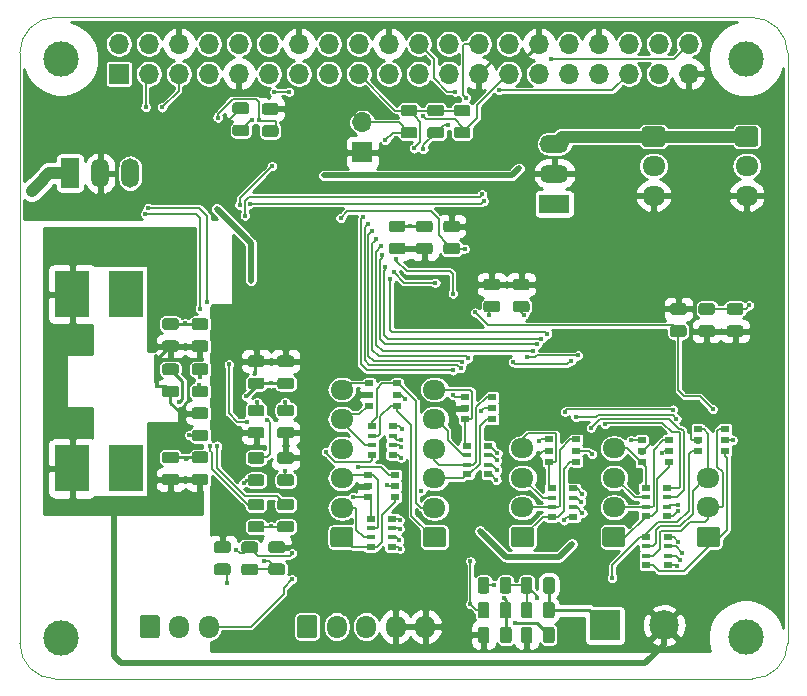
<source format=gbr>
G04 #@! TF.GenerationSoftware,KiCad,Pcbnew,5.1.5-52549c5~84~ubuntu19.10.1*
G04 #@! TF.CreationDate,2020-01-07T17:32:54+01:00*
G04 #@! TF.ProjectId,pi-hat,70692d68-6174-42e6-9b69-6361645f7063,rev?*
G04 #@! TF.SameCoordinates,Original*
G04 #@! TF.FileFunction,Copper,L2,Bot*
G04 #@! TF.FilePolarity,Positive*
%FSLAX46Y46*%
G04 Gerber Fmt 4.6, Leading zero omitted, Abs format (unit mm)*
G04 Created by KiCad (PCBNEW 5.1.5-52549c5~84~ubuntu19.10.1) date 2020-01-07 17:32:54*
%MOMM*%
%LPD*%
G04 APERTURE LIST*
%ADD10C,0.100000*%
%ADD11C,2.500000*%
%ADD12R,2.500000X2.500000*%
%ADD13O,1.950000X1.700000*%
%ADD14R,3.000000X4.000000*%
%ADD15C,0.500000*%
%ADD16O,2.500000X1.500000*%
%ADD17R,2.500000X1.500000*%
%ADD18O,1.500000X2.500000*%
%ADD19R,1.500000X2.500000*%
%ADD20R,0.700000X0.510000*%
%ADD21R,0.800000X0.500000*%
%ADD22R,0.800000X0.400000*%
%ADD23O,1.700000X1.700000*%
%ADD24R,1.700000X1.700000*%
%ADD25O,1.700000X1.950000*%
%ADD26C,3.000000*%
%ADD27C,0.400000*%
%ADD28C,0.250000*%
%ADD29C,0.500000*%
%ADD30C,0.150000*%
%ADD31C,1.000000*%
%ADD32C,0.254000*%
G04 APERTURE END LIST*
D10*
X78546356Y-63817611D02*
G75*
G02X81546356Y-60817611I3000000J0D01*
G01*
X78546356Y-63817611D02*
X78546356Y-113817611D01*
X140546356Y-60817611D02*
X81546356Y-60817611D01*
X140546356Y-60817611D02*
G75*
G02X143546356Y-63817611I0J-3000000D01*
G01*
X143546356Y-113817611D02*
X143546356Y-63817611D01*
X81546356Y-116817611D02*
G75*
G02X78546356Y-113817611I0J3000000D01*
G01*
X81546356Y-116817611D02*
X140546356Y-116817611D01*
X143546356Y-113817611D02*
G75*
G02X140546356Y-116817611I-3000000J0D01*
G01*
G36*
X131500000Y-115250000D02*
G01*
X130500000Y-115250000D01*
X130500000Y-115750000D01*
X131500000Y-115750000D01*
X131500000Y-115250000D01*
G37*
D11*
X133100000Y-112300000D03*
D12*
X128100000Y-112300000D03*
D13*
X121100000Y-97300000D03*
X121100000Y-99800000D03*
X121100000Y-102300000D03*
G04 #@! TA.AperFunction,ComponentPad*
D10*
G36*
X121849504Y-103951204D02*
G01*
X121873773Y-103954804D01*
X121897571Y-103960765D01*
X121920671Y-103969030D01*
X121942849Y-103979520D01*
X121963893Y-103992133D01*
X121983598Y-104006747D01*
X122001777Y-104023223D01*
X122018253Y-104041402D01*
X122032867Y-104061107D01*
X122045480Y-104082151D01*
X122055970Y-104104329D01*
X122064235Y-104127429D01*
X122070196Y-104151227D01*
X122073796Y-104175496D01*
X122075000Y-104200000D01*
X122075000Y-105400000D01*
X122073796Y-105424504D01*
X122070196Y-105448773D01*
X122064235Y-105472571D01*
X122055970Y-105495671D01*
X122045480Y-105517849D01*
X122032867Y-105538893D01*
X122018253Y-105558598D01*
X122001777Y-105576777D01*
X121983598Y-105593253D01*
X121963893Y-105607867D01*
X121942849Y-105620480D01*
X121920671Y-105630970D01*
X121897571Y-105639235D01*
X121873773Y-105645196D01*
X121849504Y-105648796D01*
X121825000Y-105650000D01*
X120375000Y-105650000D01*
X120350496Y-105648796D01*
X120326227Y-105645196D01*
X120302429Y-105639235D01*
X120279329Y-105630970D01*
X120257151Y-105620480D01*
X120236107Y-105607867D01*
X120216402Y-105593253D01*
X120198223Y-105576777D01*
X120181747Y-105558598D01*
X120167133Y-105538893D01*
X120154520Y-105517849D01*
X120144030Y-105495671D01*
X120135765Y-105472571D01*
X120129804Y-105448773D01*
X120126204Y-105424504D01*
X120125000Y-105400000D01*
X120125000Y-104200000D01*
X120126204Y-104175496D01*
X120129804Y-104151227D01*
X120135765Y-104127429D01*
X120144030Y-104104329D01*
X120154520Y-104082151D01*
X120167133Y-104061107D01*
X120181747Y-104041402D01*
X120198223Y-104023223D01*
X120216402Y-104006747D01*
X120236107Y-103992133D01*
X120257151Y-103979520D01*
X120279329Y-103969030D01*
X120302429Y-103960765D01*
X120326227Y-103954804D01*
X120350496Y-103951204D01*
X120375000Y-103950000D01*
X121825000Y-103950000D01*
X121849504Y-103951204D01*
G37*
G04 #@! TD.AperFunction*
D14*
X87500000Y-99000000D03*
X83000000Y-99000000D03*
D15*
X130500000Y-115500000D03*
X131500000Y-115500000D03*
D16*
X123800000Y-71520000D03*
X123800000Y-74060000D03*
D17*
X123800000Y-76600000D03*
D18*
X87880000Y-74000000D03*
X85340000Y-74000000D03*
D19*
X82800000Y-74000000D03*
G04 #@! TA.AperFunction,SMDPad,CuDef*
D10*
G36*
X121480142Y-84813674D02*
G01*
X121503803Y-84817184D01*
X121527007Y-84822996D01*
X121549529Y-84831054D01*
X121571153Y-84841282D01*
X121591670Y-84853579D01*
X121610883Y-84867829D01*
X121628607Y-84883893D01*
X121644671Y-84901617D01*
X121658921Y-84920830D01*
X121671218Y-84941347D01*
X121681446Y-84962971D01*
X121689504Y-84985493D01*
X121695316Y-85008697D01*
X121698826Y-85032358D01*
X121700000Y-85056250D01*
X121700000Y-85543750D01*
X121698826Y-85567642D01*
X121695316Y-85591303D01*
X121689504Y-85614507D01*
X121681446Y-85637029D01*
X121671218Y-85658653D01*
X121658921Y-85679170D01*
X121644671Y-85698383D01*
X121628607Y-85716107D01*
X121610883Y-85732171D01*
X121591670Y-85746421D01*
X121571153Y-85758718D01*
X121549529Y-85768946D01*
X121527007Y-85777004D01*
X121503803Y-85782816D01*
X121480142Y-85786326D01*
X121456250Y-85787500D01*
X120543750Y-85787500D01*
X120519858Y-85786326D01*
X120496197Y-85782816D01*
X120472993Y-85777004D01*
X120450471Y-85768946D01*
X120428847Y-85758718D01*
X120408330Y-85746421D01*
X120389117Y-85732171D01*
X120371393Y-85716107D01*
X120355329Y-85698383D01*
X120341079Y-85679170D01*
X120328782Y-85658653D01*
X120318554Y-85637029D01*
X120310496Y-85614507D01*
X120304684Y-85591303D01*
X120301174Y-85567642D01*
X120300000Y-85543750D01*
X120300000Y-85056250D01*
X120301174Y-85032358D01*
X120304684Y-85008697D01*
X120310496Y-84985493D01*
X120318554Y-84962971D01*
X120328782Y-84941347D01*
X120341079Y-84920830D01*
X120355329Y-84901617D01*
X120371393Y-84883893D01*
X120389117Y-84867829D01*
X120408330Y-84853579D01*
X120428847Y-84841282D01*
X120450471Y-84831054D01*
X120472993Y-84822996D01*
X120496197Y-84817184D01*
X120519858Y-84813674D01*
X120543750Y-84812500D01*
X121456250Y-84812500D01*
X121480142Y-84813674D01*
G37*
G04 #@! TD.AperFunction*
G04 #@! TA.AperFunction,SMDPad,CuDef*
G36*
X121480142Y-82938674D02*
G01*
X121503803Y-82942184D01*
X121527007Y-82947996D01*
X121549529Y-82956054D01*
X121571153Y-82966282D01*
X121591670Y-82978579D01*
X121610883Y-82992829D01*
X121628607Y-83008893D01*
X121644671Y-83026617D01*
X121658921Y-83045830D01*
X121671218Y-83066347D01*
X121681446Y-83087971D01*
X121689504Y-83110493D01*
X121695316Y-83133697D01*
X121698826Y-83157358D01*
X121700000Y-83181250D01*
X121700000Y-83668750D01*
X121698826Y-83692642D01*
X121695316Y-83716303D01*
X121689504Y-83739507D01*
X121681446Y-83762029D01*
X121671218Y-83783653D01*
X121658921Y-83804170D01*
X121644671Y-83823383D01*
X121628607Y-83841107D01*
X121610883Y-83857171D01*
X121591670Y-83871421D01*
X121571153Y-83883718D01*
X121549529Y-83893946D01*
X121527007Y-83902004D01*
X121503803Y-83907816D01*
X121480142Y-83911326D01*
X121456250Y-83912500D01*
X120543750Y-83912500D01*
X120519858Y-83911326D01*
X120496197Y-83907816D01*
X120472993Y-83902004D01*
X120450471Y-83893946D01*
X120428847Y-83883718D01*
X120408330Y-83871421D01*
X120389117Y-83857171D01*
X120371393Y-83841107D01*
X120355329Y-83823383D01*
X120341079Y-83804170D01*
X120328782Y-83783653D01*
X120318554Y-83762029D01*
X120310496Y-83739507D01*
X120304684Y-83716303D01*
X120301174Y-83692642D01*
X120300000Y-83668750D01*
X120300000Y-83181250D01*
X120301174Y-83157358D01*
X120304684Y-83133697D01*
X120310496Y-83110493D01*
X120318554Y-83087971D01*
X120328782Y-83066347D01*
X120341079Y-83045830D01*
X120355329Y-83026617D01*
X120371393Y-83008893D01*
X120389117Y-82992829D01*
X120408330Y-82978579D01*
X120428847Y-82966282D01*
X120450471Y-82956054D01*
X120472993Y-82947996D01*
X120496197Y-82942184D01*
X120519858Y-82938674D01*
X120543750Y-82937500D01*
X121456250Y-82937500D01*
X121480142Y-82938674D01*
G37*
G04 #@! TD.AperFunction*
G04 #@! TA.AperFunction,SMDPad,CuDef*
G36*
X121730142Y-112401174D02*
G01*
X121753803Y-112404684D01*
X121777007Y-112410496D01*
X121799529Y-112418554D01*
X121821153Y-112428782D01*
X121841670Y-112441079D01*
X121860883Y-112455329D01*
X121878607Y-112471393D01*
X121894671Y-112489117D01*
X121908921Y-112508330D01*
X121921218Y-112528847D01*
X121931446Y-112550471D01*
X121939504Y-112572993D01*
X121945316Y-112596197D01*
X121948826Y-112619858D01*
X121950000Y-112643750D01*
X121950000Y-113556250D01*
X121948826Y-113580142D01*
X121945316Y-113603803D01*
X121939504Y-113627007D01*
X121931446Y-113649529D01*
X121921218Y-113671153D01*
X121908921Y-113691670D01*
X121894671Y-113710883D01*
X121878607Y-113728607D01*
X121860883Y-113744671D01*
X121841670Y-113758921D01*
X121821153Y-113771218D01*
X121799529Y-113781446D01*
X121777007Y-113789504D01*
X121753803Y-113795316D01*
X121730142Y-113798826D01*
X121706250Y-113800000D01*
X121218750Y-113800000D01*
X121194858Y-113798826D01*
X121171197Y-113795316D01*
X121147993Y-113789504D01*
X121125471Y-113781446D01*
X121103847Y-113771218D01*
X121083330Y-113758921D01*
X121064117Y-113744671D01*
X121046393Y-113728607D01*
X121030329Y-113710883D01*
X121016079Y-113691670D01*
X121003782Y-113671153D01*
X120993554Y-113649529D01*
X120985496Y-113627007D01*
X120979684Y-113603803D01*
X120976174Y-113580142D01*
X120975000Y-113556250D01*
X120975000Y-112643750D01*
X120976174Y-112619858D01*
X120979684Y-112596197D01*
X120985496Y-112572993D01*
X120993554Y-112550471D01*
X121003782Y-112528847D01*
X121016079Y-112508330D01*
X121030329Y-112489117D01*
X121046393Y-112471393D01*
X121064117Y-112455329D01*
X121083330Y-112441079D01*
X121103847Y-112428782D01*
X121125471Y-112418554D01*
X121147993Y-112410496D01*
X121171197Y-112404684D01*
X121194858Y-112401174D01*
X121218750Y-112400000D01*
X121706250Y-112400000D01*
X121730142Y-112401174D01*
G37*
G04 #@! TD.AperFunction*
G04 #@! TA.AperFunction,SMDPad,CuDef*
G36*
X123605142Y-112401174D02*
G01*
X123628803Y-112404684D01*
X123652007Y-112410496D01*
X123674529Y-112418554D01*
X123696153Y-112428782D01*
X123716670Y-112441079D01*
X123735883Y-112455329D01*
X123753607Y-112471393D01*
X123769671Y-112489117D01*
X123783921Y-112508330D01*
X123796218Y-112528847D01*
X123806446Y-112550471D01*
X123814504Y-112572993D01*
X123820316Y-112596197D01*
X123823826Y-112619858D01*
X123825000Y-112643750D01*
X123825000Y-113556250D01*
X123823826Y-113580142D01*
X123820316Y-113603803D01*
X123814504Y-113627007D01*
X123806446Y-113649529D01*
X123796218Y-113671153D01*
X123783921Y-113691670D01*
X123769671Y-113710883D01*
X123753607Y-113728607D01*
X123735883Y-113744671D01*
X123716670Y-113758921D01*
X123696153Y-113771218D01*
X123674529Y-113781446D01*
X123652007Y-113789504D01*
X123628803Y-113795316D01*
X123605142Y-113798826D01*
X123581250Y-113800000D01*
X123093750Y-113800000D01*
X123069858Y-113798826D01*
X123046197Y-113795316D01*
X123022993Y-113789504D01*
X123000471Y-113781446D01*
X122978847Y-113771218D01*
X122958330Y-113758921D01*
X122939117Y-113744671D01*
X122921393Y-113728607D01*
X122905329Y-113710883D01*
X122891079Y-113691670D01*
X122878782Y-113671153D01*
X122868554Y-113649529D01*
X122860496Y-113627007D01*
X122854684Y-113603803D01*
X122851174Y-113580142D01*
X122850000Y-113556250D01*
X122850000Y-112643750D01*
X122851174Y-112619858D01*
X122854684Y-112596197D01*
X122860496Y-112572993D01*
X122868554Y-112550471D01*
X122878782Y-112528847D01*
X122891079Y-112508330D01*
X122905329Y-112489117D01*
X122921393Y-112471393D01*
X122939117Y-112455329D01*
X122958330Y-112441079D01*
X122978847Y-112428782D01*
X123000471Y-112418554D01*
X123022993Y-112410496D01*
X123046197Y-112404684D01*
X123069858Y-112401174D01*
X123093750Y-112400000D01*
X123581250Y-112400000D01*
X123605142Y-112401174D01*
G37*
G04 #@! TD.AperFunction*
G04 #@! TA.AperFunction,SMDPad,CuDef*
G36*
X96180142Y-105176174D02*
G01*
X96203803Y-105179684D01*
X96227007Y-105185496D01*
X96249529Y-105193554D01*
X96271153Y-105203782D01*
X96291670Y-105216079D01*
X96310883Y-105230329D01*
X96328607Y-105246393D01*
X96344671Y-105264117D01*
X96358921Y-105283330D01*
X96371218Y-105303847D01*
X96381446Y-105325471D01*
X96389504Y-105347993D01*
X96395316Y-105371197D01*
X96398826Y-105394858D01*
X96400000Y-105418750D01*
X96400000Y-105906250D01*
X96398826Y-105930142D01*
X96395316Y-105953803D01*
X96389504Y-105977007D01*
X96381446Y-105999529D01*
X96371218Y-106021153D01*
X96358921Y-106041670D01*
X96344671Y-106060883D01*
X96328607Y-106078607D01*
X96310883Y-106094671D01*
X96291670Y-106108921D01*
X96271153Y-106121218D01*
X96249529Y-106131446D01*
X96227007Y-106139504D01*
X96203803Y-106145316D01*
X96180142Y-106148826D01*
X96156250Y-106150000D01*
X95243750Y-106150000D01*
X95219858Y-106148826D01*
X95196197Y-106145316D01*
X95172993Y-106139504D01*
X95150471Y-106131446D01*
X95128847Y-106121218D01*
X95108330Y-106108921D01*
X95089117Y-106094671D01*
X95071393Y-106078607D01*
X95055329Y-106060883D01*
X95041079Y-106041670D01*
X95028782Y-106021153D01*
X95018554Y-105999529D01*
X95010496Y-105977007D01*
X95004684Y-105953803D01*
X95001174Y-105930142D01*
X95000000Y-105906250D01*
X95000000Y-105418750D01*
X95001174Y-105394858D01*
X95004684Y-105371197D01*
X95010496Y-105347993D01*
X95018554Y-105325471D01*
X95028782Y-105303847D01*
X95041079Y-105283330D01*
X95055329Y-105264117D01*
X95071393Y-105246393D01*
X95089117Y-105230329D01*
X95108330Y-105216079D01*
X95128847Y-105203782D01*
X95150471Y-105193554D01*
X95172993Y-105185496D01*
X95196197Y-105179684D01*
X95219858Y-105176174D01*
X95243750Y-105175000D01*
X96156250Y-105175000D01*
X96180142Y-105176174D01*
G37*
G04 #@! TD.AperFunction*
G04 #@! TA.AperFunction,SMDPad,CuDef*
G36*
X96180142Y-107051174D02*
G01*
X96203803Y-107054684D01*
X96227007Y-107060496D01*
X96249529Y-107068554D01*
X96271153Y-107078782D01*
X96291670Y-107091079D01*
X96310883Y-107105329D01*
X96328607Y-107121393D01*
X96344671Y-107139117D01*
X96358921Y-107158330D01*
X96371218Y-107178847D01*
X96381446Y-107200471D01*
X96389504Y-107222993D01*
X96395316Y-107246197D01*
X96398826Y-107269858D01*
X96400000Y-107293750D01*
X96400000Y-107781250D01*
X96398826Y-107805142D01*
X96395316Y-107828803D01*
X96389504Y-107852007D01*
X96381446Y-107874529D01*
X96371218Y-107896153D01*
X96358921Y-107916670D01*
X96344671Y-107935883D01*
X96328607Y-107953607D01*
X96310883Y-107969671D01*
X96291670Y-107983921D01*
X96271153Y-107996218D01*
X96249529Y-108006446D01*
X96227007Y-108014504D01*
X96203803Y-108020316D01*
X96180142Y-108023826D01*
X96156250Y-108025000D01*
X95243750Y-108025000D01*
X95219858Y-108023826D01*
X95196197Y-108020316D01*
X95172993Y-108014504D01*
X95150471Y-108006446D01*
X95128847Y-107996218D01*
X95108330Y-107983921D01*
X95089117Y-107969671D01*
X95071393Y-107953607D01*
X95055329Y-107935883D01*
X95041079Y-107916670D01*
X95028782Y-107896153D01*
X95018554Y-107874529D01*
X95010496Y-107852007D01*
X95004684Y-107828803D01*
X95001174Y-107805142D01*
X95000000Y-107781250D01*
X95000000Y-107293750D01*
X95001174Y-107269858D01*
X95004684Y-107246197D01*
X95010496Y-107222993D01*
X95018554Y-107200471D01*
X95028782Y-107178847D01*
X95041079Y-107158330D01*
X95055329Y-107139117D01*
X95071393Y-107121393D01*
X95089117Y-107105329D01*
X95108330Y-107091079D01*
X95128847Y-107078782D01*
X95150471Y-107068554D01*
X95172993Y-107060496D01*
X95196197Y-107054684D01*
X95219858Y-107051174D01*
X95243750Y-107050000D01*
X96156250Y-107050000D01*
X96180142Y-107051174D01*
G37*
G04 #@! TD.AperFunction*
G04 #@! TA.AperFunction,SMDPad,CuDef*
G36*
X134780142Y-86888674D02*
G01*
X134803803Y-86892184D01*
X134827007Y-86897996D01*
X134849529Y-86906054D01*
X134871153Y-86916282D01*
X134891670Y-86928579D01*
X134910883Y-86942829D01*
X134928607Y-86958893D01*
X134944671Y-86976617D01*
X134958921Y-86995830D01*
X134971218Y-87016347D01*
X134981446Y-87037971D01*
X134989504Y-87060493D01*
X134995316Y-87083697D01*
X134998826Y-87107358D01*
X135000000Y-87131250D01*
X135000000Y-87618750D01*
X134998826Y-87642642D01*
X134995316Y-87666303D01*
X134989504Y-87689507D01*
X134981446Y-87712029D01*
X134971218Y-87733653D01*
X134958921Y-87754170D01*
X134944671Y-87773383D01*
X134928607Y-87791107D01*
X134910883Y-87807171D01*
X134891670Y-87821421D01*
X134871153Y-87833718D01*
X134849529Y-87843946D01*
X134827007Y-87852004D01*
X134803803Y-87857816D01*
X134780142Y-87861326D01*
X134756250Y-87862500D01*
X133843750Y-87862500D01*
X133819858Y-87861326D01*
X133796197Y-87857816D01*
X133772993Y-87852004D01*
X133750471Y-87843946D01*
X133728847Y-87833718D01*
X133708330Y-87821421D01*
X133689117Y-87807171D01*
X133671393Y-87791107D01*
X133655329Y-87773383D01*
X133641079Y-87754170D01*
X133628782Y-87733653D01*
X133618554Y-87712029D01*
X133610496Y-87689507D01*
X133604684Y-87666303D01*
X133601174Y-87642642D01*
X133600000Y-87618750D01*
X133600000Y-87131250D01*
X133601174Y-87107358D01*
X133604684Y-87083697D01*
X133610496Y-87060493D01*
X133618554Y-87037971D01*
X133628782Y-87016347D01*
X133641079Y-86995830D01*
X133655329Y-86976617D01*
X133671393Y-86958893D01*
X133689117Y-86942829D01*
X133708330Y-86928579D01*
X133728847Y-86916282D01*
X133750471Y-86906054D01*
X133772993Y-86897996D01*
X133796197Y-86892184D01*
X133819858Y-86888674D01*
X133843750Y-86887500D01*
X134756250Y-86887500D01*
X134780142Y-86888674D01*
G37*
G04 #@! TD.AperFunction*
G04 #@! TA.AperFunction,SMDPad,CuDef*
G36*
X134780142Y-85013674D02*
G01*
X134803803Y-85017184D01*
X134827007Y-85022996D01*
X134849529Y-85031054D01*
X134871153Y-85041282D01*
X134891670Y-85053579D01*
X134910883Y-85067829D01*
X134928607Y-85083893D01*
X134944671Y-85101617D01*
X134958921Y-85120830D01*
X134971218Y-85141347D01*
X134981446Y-85162971D01*
X134989504Y-85185493D01*
X134995316Y-85208697D01*
X134998826Y-85232358D01*
X135000000Y-85256250D01*
X135000000Y-85743750D01*
X134998826Y-85767642D01*
X134995316Y-85791303D01*
X134989504Y-85814507D01*
X134981446Y-85837029D01*
X134971218Y-85858653D01*
X134958921Y-85879170D01*
X134944671Y-85898383D01*
X134928607Y-85916107D01*
X134910883Y-85932171D01*
X134891670Y-85946421D01*
X134871153Y-85958718D01*
X134849529Y-85968946D01*
X134827007Y-85977004D01*
X134803803Y-85982816D01*
X134780142Y-85986326D01*
X134756250Y-85987500D01*
X133843750Y-85987500D01*
X133819858Y-85986326D01*
X133796197Y-85982816D01*
X133772993Y-85977004D01*
X133750471Y-85968946D01*
X133728847Y-85958718D01*
X133708330Y-85946421D01*
X133689117Y-85932171D01*
X133671393Y-85916107D01*
X133655329Y-85898383D01*
X133641079Y-85879170D01*
X133628782Y-85858653D01*
X133618554Y-85837029D01*
X133610496Y-85814507D01*
X133604684Y-85791303D01*
X133601174Y-85767642D01*
X133600000Y-85743750D01*
X133600000Y-85256250D01*
X133601174Y-85232358D01*
X133604684Y-85208697D01*
X133610496Y-85185493D01*
X133618554Y-85162971D01*
X133628782Y-85141347D01*
X133641079Y-85120830D01*
X133655329Y-85101617D01*
X133671393Y-85083893D01*
X133689117Y-85067829D01*
X133708330Y-85053579D01*
X133728847Y-85041282D01*
X133750471Y-85031054D01*
X133772993Y-85022996D01*
X133796197Y-85017184D01*
X133819858Y-85013674D01*
X133843750Y-85012500D01*
X134756250Y-85012500D01*
X134780142Y-85013674D01*
G37*
G04 #@! TD.AperFunction*
G04 #@! TA.AperFunction,SMDPad,CuDef*
G36*
X119942642Y-108201174D02*
G01*
X119966303Y-108204684D01*
X119989507Y-108210496D01*
X120012029Y-108218554D01*
X120033653Y-108228782D01*
X120054170Y-108241079D01*
X120073383Y-108255329D01*
X120091107Y-108271393D01*
X120107171Y-108289117D01*
X120121421Y-108308330D01*
X120133718Y-108328847D01*
X120143946Y-108350471D01*
X120152004Y-108372993D01*
X120157816Y-108396197D01*
X120161326Y-108419858D01*
X120162500Y-108443750D01*
X120162500Y-109356250D01*
X120161326Y-109380142D01*
X120157816Y-109403803D01*
X120152004Y-109427007D01*
X120143946Y-109449529D01*
X120133718Y-109471153D01*
X120121421Y-109491670D01*
X120107171Y-109510883D01*
X120091107Y-109528607D01*
X120073383Y-109544671D01*
X120054170Y-109558921D01*
X120033653Y-109571218D01*
X120012029Y-109581446D01*
X119989507Y-109589504D01*
X119966303Y-109595316D01*
X119942642Y-109598826D01*
X119918750Y-109600000D01*
X119431250Y-109600000D01*
X119407358Y-109598826D01*
X119383697Y-109595316D01*
X119360493Y-109589504D01*
X119337971Y-109581446D01*
X119316347Y-109571218D01*
X119295830Y-109558921D01*
X119276617Y-109544671D01*
X119258893Y-109528607D01*
X119242829Y-109510883D01*
X119228579Y-109491670D01*
X119216282Y-109471153D01*
X119206054Y-109449529D01*
X119197996Y-109427007D01*
X119192184Y-109403803D01*
X119188674Y-109380142D01*
X119187500Y-109356250D01*
X119187500Y-108443750D01*
X119188674Y-108419858D01*
X119192184Y-108396197D01*
X119197996Y-108372993D01*
X119206054Y-108350471D01*
X119216282Y-108328847D01*
X119228579Y-108308330D01*
X119242829Y-108289117D01*
X119258893Y-108271393D01*
X119276617Y-108255329D01*
X119295830Y-108241079D01*
X119316347Y-108228782D01*
X119337971Y-108218554D01*
X119360493Y-108210496D01*
X119383697Y-108204684D01*
X119407358Y-108201174D01*
X119431250Y-108200000D01*
X119918750Y-108200000D01*
X119942642Y-108201174D01*
G37*
G04 #@! TD.AperFunction*
G04 #@! TA.AperFunction,SMDPad,CuDef*
G36*
X118067642Y-108201174D02*
G01*
X118091303Y-108204684D01*
X118114507Y-108210496D01*
X118137029Y-108218554D01*
X118158653Y-108228782D01*
X118179170Y-108241079D01*
X118198383Y-108255329D01*
X118216107Y-108271393D01*
X118232171Y-108289117D01*
X118246421Y-108308330D01*
X118258718Y-108328847D01*
X118268946Y-108350471D01*
X118277004Y-108372993D01*
X118282816Y-108396197D01*
X118286326Y-108419858D01*
X118287500Y-108443750D01*
X118287500Y-109356250D01*
X118286326Y-109380142D01*
X118282816Y-109403803D01*
X118277004Y-109427007D01*
X118268946Y-109449529D01*
X118258718Y-109471153D01*
X118246421Y-109491670D01*
X118232171Y-109510883D01*
X118216107Y-109528607D01*
X118198383Y-109544671D01*
X118179170Y-109558921D01*
X118158653Y-109571218D01*
X118137029Y-109581446D01*
X118114507Y-109589504D01*
X118091303Y-109595316D01*
X118067642Y-109598826D01*
X118043750Y-109600000D01*
X117556250Y-109600000D01*
X117532358Y-109598826D01*
X117508697Y-109595316D01*
X117485493Y-109589504D01*
X117462971Y-109581446D01*
X117441347Y-109571218D01*
X117420830Y-109558921D01*
X117401617Y-109544671D01*
X117383893Y-109528607D01*
X117367829Y-109510883D01*
X117353579Y-109491670D01*
X117341282Y-109471153D01*
X117331054Y-109449529D01*
X117322996Y-109427007D01*
X117317184Y-109403803D01*
X117313674Y-109380142D01*
X117312500Y-109356250D01*
X117312500Y-108443750D01*
X117313674Y-108419858D01*
X117317184Y-108396197D01*
X117322996Y-108372993D01*
X117331054Y-108350471D01*
X117341282Y-108328847D01*
X117353579Y-108308330D01*
X117367829Y-108289117D01*
X117383893Y-108271393D01*
X117401617Y-108255329D01*
X117420830Y-108241079D01*
X117441347Y-108228782D01*
X117462971Y-108218554D01*
X117485493Y-108210496D01*
X117508697Y-108204684D01*
X117532358Y-108201174D01*
X117556250Y-108200000D01*
X118043750Y-108200000D01*
X118067642Y-108201174D01*
G37*
G04 #@! TD.AperFunction*
G04 #@! TA.AperFunction,SMDPad,CuDef*
G36*
X119967642Y-112401174D02*
G01*
X119991303Y-112404684D01*
X120014507Y-112410496D01*
X120037029Y-112418554D01*
X120058653Y-112428782D01*
X120079170Y-112441079D01*
X120098383Y-112455329D01*
X120116107Y-112471393D01*
X120132171Y-112489117D01*
X120146421Y-112508330D01*
X120158718Y-112528847D01*
X120168946Y-112550471D01*
X120177004Y-112572993D01*
X120182816Y-112596197D01*
X120186326Y-112619858D01*
X120187500Y-112643750D01*
X120187500Y-113556250D01*
X120186326Y-113580142D01*
X120182816Y-113603803D01*
X120177004Y-113627007D01*
X120168946Y-113649529D01*
X120158718Y-113671153D01*
X120146421Y-113691670D01*
X120132171Y-113710883D01*
X120116107Y-113728607D01*
X120098383Y-113744671D01*
X120079170Y-113758921D01*
X120058653Y-113771218D01*
X120037029Y-113781446D01*
X120014507Y-113789504D01*
X119991303Y-113795316D01*
X119967642Y-113798826D01*
X119943750Y-113800000D01*
X119456250Y-113800000D01*
X119432358Y-113798826D01*
X119408697Y-113795316D01*
X119385493Y-113789504D01*
X119362971Y-113781446D01*
X119341347Y-113771218D01*
X119320830Y-113758921D01*
X119301617Y-113744671D01*
X119283893Y-113728607D01*
X119267829Y-113710883D01*
X119253579Y-113691670D01*
X119241282Y-113671153D01*
X119231054Y-113649529D01*
X119222996Y-113627007D01*
X119217184Y-113603803D01*
X119213674Y-113580142D01*
X119212500Y-113556250D01*
X119212500Y-112643750D01*
X119213674Y-112619858D01*
X119217184Y-112596197D01*
X119222996Y-112572993D01*
X119231054Y-112550471D01*
X119241282Y-112528847D01*
X119253579Y-112508330D01*
X119267829Y-112489117D01*
X119283893Y-112471393D01*
X119301617Y-112455329D01*
X119320830Y-112441079D01*
X119341347Y-112428782D01*
X119362971Y-112418554D01*
X119385493Y-112410496D01*
X119408697Y-112404684D01*
X119432358Y-112401174D01*
X119456250Y-112400000D01*
X119943750Y-112400000D01*
X119967642Y-112401174D01*
G37*
G04 #@! TD.AperFunction*
G04 #@! TA.AperFunction,SMDPad,CuDef*
G36*
X118092642Y-112401174D02*
G01*
X118116303Y-112404684D01*
X118139507Y-112410496D01*
X118162029Y-112418554D01*
X118183653Y-112428782D01*
X118204170Y-112441079D01*
X118223383Y-112455329D01*
X118241107Y-112471393D01*
X118257171Y-112489117D01*
X118271421Y-112508330D01*
X118283718Y-112528847D01*
X118293946Y-112550471D01*
X118302004Y-112572993D01*
X118307816Y-112596197D01*
X118311326Y-112619858D01*
X118312500Y-112643750D01*
X118312500Y-113556250D01*
X118311326Y-113580142D01*
X118307816Y-113603803D01*
X118302004Y-113627007D01*
X118293946Y-113649529D01*
X118283718Y-113671153D01*
X118271421Y-113691670D01*
X118257171Y-113710883D01*
X118241107Y-113728607D01*
X118223383Y-113744671D01*
X118204170Y-113758921D01*
X118183653Y-113771218D01*
X118162029Y-113781446D01*
X118139507Y-113789504D01*
X118116303Y-113795316D01*
X118092642Y-113798826D01*
X118068750Y-113800000D01*
X117581250Y-113800000D01*
X117557358Y-113798826D01*
X117533697Y-113795316D01*
X117510493Y-113789504D01*
X117487971Y-113781446D01*
X117466347Y-113771218D01*
X117445830Y-113758921D01*
X117426617Y-113744671D01*
X117408893Y-113728607D01*
X117392829Y-113710883D01*
X117378579Y-113691670D01*
X117366282Y-113671153D01*
X117356054Y-113649529D01*
X117347996Y-113627007D01*
X117342184Y-113603803D01*
X117338674Y-113580142D01*
X117337500Y-113556250D01*
X117337500Y-112643750D01*
X117338674Y-112619858D01*
X117342184Y-112596197D01*
X117347996Y-112572993D01*
X117356054Y-112550471D01*
X117366282Y-112528847D01*
X117378579Y-112508330D01*
X117392829Y-112489117D01*
X117408893Y-112471393D01*
X117426617Y-112455329D01*
X117445830Y-112441079D01*
X117466347Y-112428782D01*
X117487971Y-112418554D01*
X117510493Y-112410496D01*
X117533697Y-112404684D01*
X117557358Y-112401174D01*
X117581250Y-112400000D01*
X118068750Y-112400000D01*
X118092642Y-112401174D01*
G37*
G04 #@! TD.AperFunction*
G04 #@! TA.AperFunction,SMDPad,CuDef*
G36*
X123605142Y-110301174D02*
G01*
X123628803Y-110304684D01*
X123652007Y-110310496D01*
X123674529Y-110318554D01*
X123696153Y-110328782D01*
X123716670Y-110341079D01*
X123735883Y-110355329D01*
X123753607Y-110371393D01*
X123769671Y-110389117D01*
X123783921Y-110408330D01*
X123796218Y-110428847D01*
X123806446Y-110450471D01*
X123814504Y-110472993D01*
X123820316Y-110496197D01*
X123823826Y-110519858D01*
X123825000Y-110543750D01*
X123825000Y-111456250D01*
X123823826Y-111480142D01*
X123820316Y-111503803D01*
X123814504Y-111527007D01*
X123806446Y-111549529D01*
X123796218Y-111571153D01*
X123783921Y-111591670D01*
X123769671Y-111610883D01*
X123753607Y-111628607D01*
X123735883Y-111644671D01*
X123716670Y-111658921D01*
X123696153Y-111671218D01*
X123674529Y-111681446D01*
X123652007Y-111689504D01*
X123628803Y-111695316D01*
X123605142Y-111698826D01*
X123581250Y-111700000D01*
X123093750Y-111700000D01*
X123069858Y-111698826D01*
X123046197Y-111695316D01*
X123022993Y-111689504D01*
X123000471Y-111681446D01*
X122978847Y-111671218D01*
X122958330Y-111658921D01*
X122939117Y-111644671D01*
X122921393Y-111628607D01*
X122905329Y-111610883D01*
X122891079Y-111591670D01*
X122878782Y-111571153D01*
X122868554Y-111549529D01*
X122860496Y-111527007D01*
X122854684Y-111503803D01*
X122851174Y-111480142D01*
X122850000Y-111456250D01*
X122850000Y-110543750D01*
X122851174Y-110519858D01*
X122854684Y-110496197D01*
X122860496Y-110472993D01*
X122868554Y-110450471D01*
X122878782Y-110428847D01*
X122891079Y-110408330D01*
X122905329Y-110389117D01*
X122921393Y-110371393D01*
X122939117Y-110355329D01*
X122958330Y-110341079D01*
X122978847Y-110328782D01*
X123000471Y-110318554D01*
X123022993Y-110310496D01*
X123046197Y-110304684D01*
X123069858Y-110301174D01*
X123093750Y-110300000D01*
X123581250Y-110300000D01*
X123605142Y-110301174D01*
G37*
G04 #@! TD.AperFunction*
G04 #@! TA.AperFunction,SMDPad,CuDef*
G36*
X121730142Y-110301174D02*
G01*
X121753803Y-110304684D01*
X121777007Y-110310496D01*
X121799529Y-110318554D01*
X121821153Y-110328782D01*
X121841670Y-110341079D01*
X121860883Y-110355329D01*
X121878607Y-110371393D01*
X121894671Y-110389117D01*
X121908921Y-110408330D01*
X121921218Y-110428847D01*
X121931446Y-110450471D01*
X121939504Y-110472993D01*
X121945316Y-110496197D01*
X121948826Y-110519858D01*
X121950000Y-110543750D01*
X121950000Y-111456250D01*
X121948826Y-111480142D01*
X121945316Y-111503803D01*
X121939504Y-111527007D01*
X121931446Y-111549529D01*
X121921218Y-111571153D01*
X121908921Y-111591670D01*
X121894671Y-111610883D01*
X121878607Y-111628607D01*
X121860883Y-111644671D01*
X121841670Y-111658921D01*
X121821153Y-111671218D01*
X121799529Y-111681446D01*
X121777007Y-111689504D01*
X121753803Y-111695316D01*
X121730142Y-111698826D01*
X121706250Y-111700000D01*
X121218750Y-111700000D01*
X121194858Y-111698826D01*
X121171197Y-111695316D01*
X121147993Y-111689504D01*
X121125471Y-111681446D01*
X121103847Y-111671218D01*
X121083330Y-111658921D01*
X121064117Y-111644671D01*
X121046393Y-111628607D01*
X121030329Y-111610883D01*
X121016079Y-111591670D01*
X121003782Y-111571153D01*
X120993554Y-111549529D01*
X120985496Y-111527007D01*
X120979684Y-111503803D01*
X120976174Y-111480142D01*
X120975000Y-111456250D01*
X120975000Y-110543750D01*
X120976174Y-110519858D01*
X120979684Y-110496197D01*
X120985496Y-110472993D01*
X120993554Y-110450471D01*
X121003782Y-110428847D01*
X121016079Y-110408330D01*
X121030329Y-110389117D01*
X121046393Y-110371393D01*
X121064117Y-110355329D01*
X121083330Y-110341079D01*
X121103847Y-110328782D01*
X121125471Y-110318554D01*
X121147993Y-110310496D01*
X121171197Y-110304684D01*
X121194858Y-110301174D01*
X121218750Y-110300000D01*
X121706250Y-110300000D01*
X121730142Y-110301174D01*
G37*
G04 #@! TD.AperFunction*
D13*
X140100000Y-75900000D03*
X140100000Y-73400000D03*
G04 #@! TA.AperFunction,ComponentPad*
D10*
G36*
X140849504Y-70051204D02*
G01*
X140873773Y-70054804D01*
X140897571Y-70060765D01*
X140920671Y-70069030D01*
X140942849Y-70079520D01*
X140963893Y-70092133D01*
X140983598Y-70106747D01*
X141001777Y-70123223D01*
X141018253Y-70141402D01*
X141032867Y-70161107D01*
X141045480Y-70182151D01*
X141055970Y-70204329D01*
X141064235Y-70227429D01*
X141070196Y-70251227D01*
X141073796Y-70275496D01*
X141075000Y-70300000D01*
X141075000Y-71500000D01*
X141073796Y-71524504D01*
X141070196Y-71548773D01*
X141064235Y-71572571D01*
X141055970Y-71595671D01*
X141045480Y-71617849D01*
X141032867Y-71638893D01*
X141018253Y-71658598D01*
X141001777Y-71676777D01*
X140983598Y-71693253D01*
X140963893Y-71707867D01*
X140942849Y-71720480D01*
X140920671Y-71730970D01*
X140897571Y-71739235D01*
X140873773Y-71745196D01*
X140849504Y-71748796D01*
X140825000Y-71750000D01*
X139375000Y-71750000D01*
X139350496Y-71748796D01*
X139326227Y-71745196D01*
X139302429Y-71739235D01*
X139279329Y-71730970D01*
X139257151Y-71720480D01*
X139236107Y-71707867D01*
X139216402Y-71693253D01*
X139198223Y-71676777D01*
X139181747Y-71658598D01*
X139167133Y-71638893D01*
X139154520Y-71617849D01*
X139144030Y-71595671D01*
X139135765Y-71572571D01*
X139129804Y-71548773D01*
X139126204Y-71524504D01*
X139125000Y-71500000D01*
X139125000Y-70300000D01*
X139126204Y-70275496D01*
X139129804Y-70251227D01*
X139135765Y-70227429D01*
X139144030Y-70204329D01*
X139154520Y-70182151D01*
X139167133Y-70161107D01*
X139181747Y-70141402D01*
X139198223Y-70123223D01*
X139216402Y-70106747D01*
X139236107Y-70092133D01*
X139257151Y-70079520D01*
X139279329Y-70069030D01*
X139302429Y-70060765D01*
X139326227Y-70054804D01*
X139350496Y-70051204D01*
X139375000Y-70050000D01*
X140825000Y-70050000D01*
X140849504Y-70051204D01*
G37*
G04 #@! TD.AperFunction*
D13*
X132200000Y-75900000D03*
X132200000Y-73400000D03*
G04 #@! TA.AperFunction,ComponentPad*
D10*
G36*
X132949504Y-70051204D02*
G01*
X132973773Y-70054804D01*
X132997571Y-70060765D01*
X133020671Y-70069030D01*
X133042849Y-70079520D01*
X133063893Y-70092133D01*
X133083598Y-70106747D01*
X133101777Y-70123223D01*
X133118253Y-70141402D01*
X133132867Y-70161107D01*
X133145480Y-70182151D01*
X133155970Y-70204329D01*
X133164235Y-70227429D01*
X133170196Y-70251227D01*
X133173796Y-70275496D01*
X133175000Y-70300000D01*
X133175000Y-71500000D01*
X133173796Y-71524504D01*
X133170196Y-71548773D01*
X133164235Y-71572571D01*
X133155970Y-71595671D01*
X133145480Y-71617849D01*
X133132867Y-71638893D01*
X133118253Y-71658598D01*
X133101777Y-71676777D01*
X133083598Y-71693253D01*
X133063893Y-71707867D01*
X133042849Y-71720480D01*
X133020671Y-71730970D01*
X132997571Y-71739235D01*
X132973773Y-71745196D01*
X132949504Y-71748796D01*
X132925000Y-71750000D01*
X131475000Y-71750000D01*
X131450496Y-71748796D01*
X131426227Y-71745196D01*
X131402429Y-71739235D01*
X131379329Y-71730970D01*
X131357151Y-71720480D01*
X131336107Y-71707867D01*
X131316402Y-71693253D01*
X131298223Y-71676777D01*
X131281747Y-71658598D01*
X131267133Y-71638893D01*
X131254520Y-71617849D01*
X131244030Y-71595671D01*
X131235765Y-71572571D01*
X131229804Y-71548773D01*
X131226204Y-71524504D01*
X131225000Y-71500000D01*
X131225000Y-70300000D01*
X131226204Y-70275496D01*
X131229804Y-70251227D01*
X131235765Y-70227429D01*
X131244030Y-70204329D01*
X131254520Y-70182151D01*
X131267133Y-70161107D01*
X131281747Y-70141402D01*
X131298223Y-70123223D01*
X131316402Y-70106747D01*
X131336107Y-70092133D01*
X131357151Y-70079520D01*
X131379329Y-70069030D01*
X131402429Y-70060765D01*
X131426227Y-70054804D01*
X131450496Y-70051204D01*
X131475000Y-70050000D01*
X132925000Y-70050000D01*
X132949504Y-70051204D01*
G37*
G04 #@! TD.AperFunction*
G04 #@! TA.AperFunction,SMDPad,CuDef*
G36*
X121730142Y-108201174D02*
G01*
X121753803Y-108204684D01*
X121777007Y-108210496D01*
X121799529Y-108218554D01*
X121821153Y-108228782D01*
X121841670Y-108241079D01*
X121860883Y-108255329D01*
X121878607Y-108271393D01*
X121894671Y-108289117D01*
X121908921Y-108308330D01*
X121921218Y-108328847D01*
X121931446Y-108350471D01*
X121939504Y-108372993D01*
X121945316Y-108396197D01*
X121948826Y-108419858D01*
X121950000Y-108443750D01*
X121950000Y-109356250D01*
X121948826Y-109380142D01*
X121945316Y-109403803D01*
X121939504Y-109427007D01*
X121931446Y-109449529D01*
X121921218Y-109471153D01*
X121908921Y-109491670D01*
X121894671Y-109510883D01*
X121878607Y-109528607D01*
X121860883Y-109544671D01*
X121841670Y-109558921D01*
X121821153Y-109571218D01*
X121799529Y-109581446D01*
X121777007Y-109589504D01*
X121753803Y-109595316D01*
X121730142Y-109598826D01*
X121706250Y-109600000D01*
X121218750Y-109600000D01*
X121194858Y-109598826D01*
X121171197Y-109595316D01*
X121147993Y-109589504D01*
X121125471Y-109581446D01*
X121103847Y-109571218D01*
X121083330Y-109558921D01*
X121064117Y-109544671D01*
X121046393Y-109528607D01*
X121030329Y-109510883D01*
X121016079Y-109491670D01*
X121003782Y-109471153D01*
X120993554Y-109449529D01*
X120985496Y-109427007D01*
X120979684Y-109403803D01*
X120976174Y-109380142D01*
X120975000Y-109356250D01*
X120975000Y-108443750D01*
X120976174Y-108419858D01*
X120979684Y-108396197D01*
X120985496Y-108372993D01*
X120993554Y-108350471D01*
X121003782Y-108328847D01*
X121016079Y-108308330D01*
X121030329Y-108289117D01*
X121046393Y-108271393D01*
X121064117Y-108255329D01*
X121083330Y-108241079D01*
X121103847Y-108228782D01*
X121125471Y-108218554D01*
X121147993Y-108210496D01*
X121171197Y-108204684D01*
X121194858Y-108201174D01*
X121218750Y-108200000D01*
X121706250Y-108200000D01*
X121730142Y-108201174D01*
G37*
G04 #@! TD.AperFunction*
G04 #@! TA.AperFunction,SMDPad,CuDef*
G36*
X123605142Y-108201174D02*
G01*
X123628803Y-108204684D01*
X123652007Y-108210496D01*
X123674529Y-108218554D01*
X123696153Y-108228782D01*
X123716670Y-108241079D01*
X123735883Y-108255329D01*
X123753607Y-108271393D01*
X123769671Y-108289117D01*
X123783921Y-108308330D01*
X123796218Y-108328847D01*
X123806446Y-108350471D01*
X123814504Y-108372993D01*
X123820316Y-108396197D01*
X123823826Y-108419858D01*
X123825000Y-108443750D01*
X123825000Y-109356250D01*
X123823826Y-109380142D01*
X123820316Y-109403803D01*
X123814504Y-109427007D01*
X123806446Y-109449529D01*
X123796218Y-109471153D01*
X123783921Y-109491670D01*
X123769671Y-109510883D01*
X123753607Y-109528607D01*
X123735883Y-109544671D01*
X123716670Y-109558921D01*
X123696153Y-109571218D01*
X123674529Y-109581446D01*
X123652007Y-109589504D01*
X123628803Y-109595316D01*
X123605142Y-109598826D01*
X123581250Y-109600000D01*
X123093750Y-109600000D01*
X123069858Y-109598826D01*
X123046197Y-109595316D01*
X123022993Y-109589504D01*
X123000471Y-109581446D01*
X122978847Y-109571218D01*
X122958330Y-109558921D01*
X122939117Y-109544671D01*
X122921393Y-109528607D01*
X122905329Y-109510883D01*
X122891079Y-109491670D01*
X122878782Y-109471153D01*
X122868554Y-109449529D01*
X122860496Y-109427007D01*
X122854684Y-109403803D01*
X122851174Y-109380142D01*
X122850000Y-109356250D01*
X122850000Y-108443750D01*
X122851174Y-108419858D01*
X122854684Y-108396197D01*
X122860496Y-108372993D01*
X122868554Y-108350471D01*
X122878782Y-108328847D01*
X122891079Y-108308330D01*
X122905329Y-108289117D01*
X122921393Y-108271393D01*
X122939117Y-108255329D01*
X122958330Y-108241079D01*
X122978847Y-108228782D01*
X123000471Y-108218554D01*
X123022993Y-108210496D01*
X123046197Y-108204684D01*
X123069858Y-108201174D01*
X123093750Y-108200000D01*
X123581250Y-108200000D01*
X123605142Y-108201174D01*
G37*
G04 #@! TD.AperFunction*
G04 #@! TA.AperFunction,SMDPad,CuDef*
G36*
X118980142Y-82938674D02*
G01*
X119003803Y-82942184D01*
X119027007Y-82947996D01*
X119049529Y-82956054D01*
X119071153Y-82966282D01*
X119091670Y-82978579D01*
X119110883Y-82992829D01*
X119128607Y-83008893D01*
X119144671Y-83026617D01*
X119158921Y-83045830D01*
X119171218Y-83066347D01*
X119181446Y-83087971D01*
X119189504Y-83110493D01*
X119195316Y-83133697D01*
X119198826Y-83157358D01*
X119200000Y-83181250D01*
X119200000Y-83668750D01*
X119198826Y-83692642D01*
X119195316Y-83716303D01*
X119189504Y-83739507D01*
X119181446Y-83762029D01*
X119171218Y-83783653D01*
X119158921Y-83804170D01*
X119144671Y-83823383D01*
X119128607Y-83841107D01*
X119110883Y-83857171D01*
X119091670Y-83871421D01*
X119071153Y-83883718D01*
X119049529Y-83893946D01*
X119027007Y-83902004D01*
X119003803Y-83907816D01*
X118980142Y-83911326D01*
X118956250Y-83912500D01*
X118043750Y-83912500D01*
X118019858Y-83911326D01*
X117996197Y-83907816D01*
X117972993Y-83902004D01*
X117950471Y-83893946D01*
X117928847Y-83883718D01*
X117908330Y-83871421D01*
X117889117Y-83857171D01*
X117871393Y-83841107D01*
X117855329Y-83823383D01*
X117841079Y-83804170D01*
X117828782Y-83783653D01*
X117818554Y-83762029D01*
X117810496Y-83739507D01*
X117804684Y-83716303D01*
X117801174Y-83692642D01*
X117800000Y-83668750D01*
X117800000Y-83181250D01*
X117801174Y-83157358D01*
X117804684Y-83133697D01*
X117810496Y-83110493D01*
X117818554Y-83087971D01*
X117828782Y-83066347D01*
X117841079Y-83045830D01*
X117855329Y-83026617D01*
X117871393Y-83008893D01*
X117889117Y-82992829D01*
X117908330Y-82978579D01*
X117928847Y-82966282D01*
X117950471Y-82956054D01*
X117972993Y-82947996D01*
X117996197Y-82942184D01*
X118019858Y-82938674D01*
X118043750Y-82937500D01*
X118956250Y-82937500D01*
X118980142Y-82938674D01*
G37*
G04 #@! TD.AperFunction*
G04 #@! TA.AperFunction,SMDPad,CuDef*
G36*
X118980142Y-84813674D02*
G01*
X119003803Y-84817184D01*
X119027007Y-84822996D01*
X119049529Y-84831054D01*
X119071153Y-84841282D01*
X119091670Y-84853579D01*
X119110883Y-84867829D01*
X119128607Y-84883893D01*
X119144671Y-84901617D01*
X119158921Y-84920830D01*
X119171218Y-84941347D01*
X119181446Y-84962971D01*
X119189504Y-84985493D01*
X119195316Y-85008697D01*
X119198826Y-85032358D01*
X119200000Y-85056250D01*
X119200000Y-85543750D01*
X119198826Y-85567642D01*
X119195316Y-85591303D01*
X119189504Y-85614507D01*
X119181446Y-85637029D01*
X119171218Y-85658653D01*
X119158921Y-85679170D01*
X119144671Y-85698383D01*
X119128607Y-85716107D01*
X119110883Y-85732171D01*
X119091670Y-85746421D01*
X119071153Y-85758718D01*
X119049529Y-85768946D01*
X119027007Y-85777004D01*
X119003803Y-85782816D01*
X118980142Y-85786326D01*
X118956250Y-85787500D01*
X118043750Y-85787500D01*
X118019858Y-85786326D01*
X117996197Y-85782816D01*
X117972993Y-85777004D01*
X117950471Y-85768946D01*
X117928847Y-85758718D01*
X117908330Y-85746421D01*
X117889117Y-85732171D01*
X117871393Y-85716107D01*
X117855329Y-85698383D01*
X117841079Y-85679170D01*
X117828782Y-85658653D01*
X117818554Y-85637029D01*
X117810496Y-85614507D01*
X117804684Y-85591303D01*
X117801174Y-85567642D01*
X117800000Y-85543750D01*
X117800000Y-85056250D01*
X117801174Y-85032358D01*
X117804684Y-85008697D01*
X117810496Y-84985493D01*
X117818554Y-84962971D01*
X117828782Y-84941347D01*
X117841079Y-84920830D01*
X117855329Y-84901617D01*
X117871393Y-84883893D01*
X117889117Y-84867829D01*
X117908330Y-84853579D01*
X117928847Y-84841282D01*
X117950471Y-84831054D01*
X117972993Y-84822996D01*
X117996197Y-84817184D01*
X118019858Y-84813674D01*
X118043750Y-84812500D01*
X118956250Y-84812500D01*
X118980142Y-84813674D01*
G37*
G04 #@! TD.AperFunction*
G04 #@! TA.AperFunction,SMDPad,CuDef*
G36*
X94280142Y-88163674D02*
G01*
X94303803Y-88167184D01*
X94327007Y-88172996D01*
X94349529Y-88181054D01*
X94371153Y-88191282D01*
X94391670Y-88203579D01*
X94410883Y-88217829D01*
X94428607Y-88233893D01*
X94444671Y-88251617D01*
X94458921Y-88270830D01*
X94471218Y-88291347D01*
X94481446Y-88312971D01*
X94489504Y-88335493D01*
X94495316Y-88358697D01*
X94498826Y-88382358D01*
X94500000Y-88406250D01*
X94500000Y-88893750D01*
X94498826Y-88917642D01*
X94495316Y-88941303D01*
X94489504Y-88964507D01*
X94481446Y-88987029D01*
X94471218Y-89008653D01*
X94458921Y-89029170D01*
X94444671Y-89048383D01*
X94428607Y-89066107D01*
X94410883Y-89082171D01*
X94391670Y-89096421D01*
X94371153Y-89108718D01*
X94349529Y-89118946D01*
X94327007Y-89127004D01*
X94303803Y-89132816D01*
X94280142Y-89136326D01*
X94256250Y-89137500D01*
X93343750Y-89137500D01*
X93319858Y-89136326D01*
X93296197Y-89132816D01*
X93272993Y-89127004D01*
X93250471Y-89118946D01*
X93228847Y-89108718D01*
X93208330Y-89096421D01*
X93189117Y-89082171D01*
X93171393Y-89066107D01*
X93155329Y-89048383D01*
X93141079Y-89029170D01*
X93128782Y-89008653D01*
X93118554Y-88987029D01*
X93110496Y-88964507D01*
X93104684Y-88941303D01*
X93101174Y-88917642D01*
X93100000Y-88893750D01*
X93100000Y-88406250D01*
X93101174Y-88382358D01*
X93104684Y-88358697D01*
X93110496Y-88335493D01*
X93118554Y-88312971D01*
X93128782Y-88291347D01*
X93141079Y-88270830D01*
X93155329Y-88251617D01*
X93171393Y-88233893D01*
X93189117Y-88217829D01*
X93208330Y-88203579D01*
X93228847Y-88191282D01*
X93250471Y-88181054D01*
X93272993Y-88172996D01*
X93296197Y-88167184D01*
X93319858Y-88163674D01*
X93343750Y-88162500D01*
X94256250Y-88162500D01*
X94280142Y-88163674D01*
G37*
G04 #@! TD.AperFunction*
G04 #@! TA.AperFunction,SMDPad,CuDef*
G36*
X94280142Y-86288674D02*
G01*
X94303803Y-86292184D01*
X94327007Y-86297996D01*
X94349529Y-86306054D01*
X94371153Y-86316282D01*
X94391670Y-86328579D01*
X94410883Y-86342829D01*
X94428607Y-86358893D01*
X94444671Y-86376617D01*
X94458921Y-86395830D01*
X94471218Y-86416347D01*
X94481446Y-86437971D01*
X94489504Y-86460493D01*
X94495316Y-86483697D01*
X94498826Y-86507358D01*
X94500000Y-86531250D01*
X94500000Y-87018750D01*
X94498826Y-87042642D01*
X94495316Y-87066303D01*
X94489504Y-87089507D01*
X94481446Y-87112029D01*
X94471218Y-87133653D01*
X94458921Y-87154170D01*
X94444671Y-87173383D01*
X94428607Y-87191107D01*
X94410883Y-87207171D01*
X94391670Y-87221421D01*
X94371153Y-87233718D01*
X94349529Y-87243946D01*
X94327007Y-87252004D01*
X94303803Y-87257816D01*
X94280142Y-87261326D01*
X94256250Y-87262500D01*
X93343750Y-87262500D01*
X93319858Y-87261326D01*
X93296197Y-87257816D01*
X93272993Y-87252004D01*
X93250471Y-87243946D01*
X93228847Y-87233718D01*
X93208330Y-87221421D01*
X93189117Y-87207171D01*
X93171393Y-87191107D01*
X93155329Y-87173383D01*
X93141079Y-87154170D01*
X93128782Y-87133653D01*
X93118554Y-87112029D01*
X93110496Y-87089507D01*
X93104684Y-87066303D01*
X93101174Y-87042642D01*
X93100000Y-87018750D01*
X93100000Y-86531250D01*
X93101174Y-86507358D01*
X93104684Y-86483697D01*
X93110496Y-86460493D01*
X93118554Y-86437971D01*
X93128782Y-86416347D01*
X93141079Y-86395830D01*
X93155329Y-86376617D01*
X93171393Y-86358893D01*
X93189117Y-86342829D01*
X93208330Y-86328579D01*
X93228847Y-86316282D01*
X93250471Y-86306054D01*
X93272993Y-86297996D01*
X93296197Y-86292184D01*
X93319858Y-86288674D01*
X93343750Y-86287500D01*
X94256250Y-86287500D01*
X94280142Y-86288674D01*
G37*
G04 #@! TD.AperFunction*
D13*
X105815000Y-92325000D03*
X105815000Y-94825000D03*
X105815000Y-97325000D03*
X105815000Y-99825000D03*
X105815000Y-102325000D03*
G04 #@! TA.AperFunction,ComponentPad*
D10*
G36*
X106564504Y-103976204D02*
G01*
X106588773Y-103979804D01*
X106612571Y-103985765D01*
X106635671Y-103994030D01*
X106657849Y-104004520D01*
X106678893Y-104017133D01*
X106698598Y-104031747D01*
X106716777Y-104048223D01*
X106733253Y-104066402D01*
X106747867Y-104086107D01*
X106760480Y-104107151D01*
X106770970Y-104129329D01*
X106779235Y-104152429D01*
X106785196Y-104176227D01*
X106788796Y-104200496D01*
X106790000Y-104225000D01*
X106790000Y-105425000D01*
X106788796Y-105449504D01*
X106785196Y-105473773D01*
X106779235Y-105497571D01*
X106770970Y-105520671D01*
X106760480Y-105542849D01*
X106747867Y-105563893D01*
X106733253Y-105583598D01*
X106716777Y-105601777D01*
X106698598Y-105618253D01*
X106678893Y-105632867D01*
X106657849Y-105645480D01*
X106635671Y-105655970D01*
X106612571Y-105664235D01*
X106588773Y-105670196D01*
X106564504Y-105673796D01*
X106540000Y-105675000D01*
X105090000Y-105675000D01*
X105065496Y-105673796D01*
X105041227Y-105670196D01*
X105017429Y-105664235D01*
X104994329Y-105655970D01*
X104972151Y-105645480D01*
X104951107Y-105632867D01*
X104931402Y-105618253D01*
X104913223Y-105601777D01*
X104896747Y-105583598D01*
X104882133Y-105563893D01*
X104869520Y-105542849D01*
X104859030Y-105520671D01*
X104850765Y-105497571D01*
X104844804Y-105473773D01*
X104841204Y-105449504D01*
X104840000Y-105425000D01*
X104840000Y-104225000D01*
X104841204Y-104200496D01*
X104844804Y-104176227D01*
X104850765Y-104152429D01*
X104859030Y-104129329D01*
X104869520Y-104107151D01*
X104882133Y-104086107D01*
X104896747Y-104066402D01*
X104913223Y-104048223D01*
X104931402Y-104031747D01*
X104951107Y-104017133D01*
X104972151Y-104004520D01*
X104994329Y-103994030D01*
X105017429Y-103985765D01*
X105041227Y-103979804D01*
X105065496Y-103976204D01*
X105090000Y-103975000D01*
X106540000Y-103975000D01*
X106564504Y-103976204D01*
G37*
G04 #@! TD.AperFunction*
D13*
X113650000Y-92325000D03*
X113650000Y-94825000D03*
X113650000Y-97325000D03*
X113650000Y-99825000D03*
X113650000Y-102325000D03*
G04 #@! TA.AperFunction,ComponentPad*
D10*
G36*
X114399504Y-103976204D02*
G01*
X114423773Y-103979804D01*
X114447571Y-103985765D01*
X114470671Y-103994030D01*
X114492849Y-104004520D01*
X114513893Y-104017133D01*
X114533598Y-104031747D01*
X114551777Y-104048223D01*
X114568253Y-104066402D01*
X114582867Y-104086107D01*
X114595480Y-104107151D01*
X114605970Y-104129329D01*
X114614235Y-104152429D01*
X114620196Y-104176227D01*
X114623796Y-104200496D01*
X114625000Y-104225000D01*
X114625000Y-105425000D01*
X114623796Y-105449504D01*
X114620196Y-105473773D01*
X114614235Y-105497571D01*
X114605970Y-105520671D01*
X114595480Y-105542849D01*
X114582867Y-105563893D01*
X114568253Y-105583598D01*
X114551777Y-105601777D01*
X114533598Y-105618253D01*
X114513893Y-105632867D01*
X114492849Y-105645480D01*
X114470671Y-105655970D01*
X114447571Y-105664235D01*
X114423773Y-105670196D01*
X114399504Y-105673796D01*
X114375000Y-105675000D01*
X112925000Y-105675000D01*
X112900496Y-105673796D01*
X112876227Y-105670196D01*
X112852429Y-105664235D01*
X112829329Y-105655970D01*
X112807151Y-105645480D01*
X112786107Y-105632867D01*
X112766402Y-105618253D01*
X112748223Y-105601777D01*
X112731747Y-105583598D01*
X112717133Y-105563893D01*
X112704520Y-105542849D01*
X112694030Y-105520671D01*
X112685765Y-105497571D01*
X112679804Y-105473773D01*
X112676204Y-105449504D01*
X112675000Y-105425000D01*
X112675000Y-104225000D01*
X112676204Y-104200496D01*
X112679804Y-104176227D01*
X112685765Y-104152429D01*
X112694030Y-104129329D01*
X112704520Y-104107151D01*
X112717133Y-104086107D01*
X112731747Y-104066402D01*
X112748223Y-104048223D01*
X112766402Y-104031747D01*
X112786107Y-104017133D01*
X112807151Y-104004520D01*
X112829329Y-103994030D01*
X112852429Y-103985765D01*
X112876227Y-103979804D01*
X112900496Y-103976204D01*
X112925000Y-103975000D01*
X114375000Y-103975000D01*
X114399504Y-103976204D01*
G37*
G04 #@! TD.AperFunction*
D20*
X110310000Y-101450000D03*
X110310000Y-100500000D03*
X110310000Y-99550000D03*
X107990000Y-99550000D03*
X107990000Y-100500000D03*
X107990000Y-101450000D03*
X110470000Y-93700000D03*
X110470000Y-92750000D03*
X110470000Y-91800000D03*
X108150000Y-91800000D03*
X108150000Y-92750000D03*
X108150000Y-93700000D03*
D14*
X87500000Y-84250000D03*
X83000000Y-84250000D03*
G04 #@! TA.AperFunction,SMDPad,CuDef*
D10*
G36*
X101530142Y-97626174D02*
G01*
X101553803Y-97629684D01*
X101577007Y-97635496D01*
X101599529Y-97643554D01*
X101621153Y-97653782D01*
X101641670Y-97666079D01*
X101660883Y-97680329D01*
X101678607Y-97696393D01*
X101694671Y-97714117D01*
X101708921Y-97733330D01*
X101721218Y-97753847D01*
X101731446Y-97775471D01*
X101739504Y-97797993D01*
X101745316Y-97821197D01*
X101748826Y-97844858D01*
X101750000Y-97868750D01*
X101750000Y-98356250D01*
X101748826Y-98380142D01*
X101745316Y-98403803D01*
X101739504Y-98427007D01*
X101731446Y-98449529D01*
X101721218Y-98471153D01*
X101708921Y-98491670D01*
X101694671Y-98510883D01*
X101678607Y-98528607D01*
X101660883Y-98544671D01*
X101641670Y-98558921D01*
X101621153Y-98571218D01*
X101599529Y-98581446D01*
X101577007Y-98589504D01*
X101553803Y-98595316D01*
X101530142Y-98598826D01*
X101506250Y-98600000D01*
X100593750Y-98600000D01*
X100569858Y-98598826D01*
X100546197Y-98595316D01*
X100522993Y-98589504D01*
X100500471Y-98581446D01*
X100478847Y-98571218D01*
X100458330Y-98558921D01*
X100439117Y-98544671D01*
X100421393Y-98528607D01*
X100405329Y-98510883D01*
X100391079Y-98491670D01*
X100378782Y-98471153D01*
X100368554Y-98449529D01*
X100360496Y-98427007D01*
X100354684Y-98403803D01*
X100351174Y-98380142D01*
X100350000Y-98356250D01*
X100350000Y-97868750D01*
X100351174Y-97844858D01*
X100354684Y-97821197D01*
X100360496Y-97797993D01*
X100368554Y-97775471D01*
X100378782Y-97753847D01*
X100391079Y-97733330D01*
X100405329Y-97714117D01*
X100421393Y-97696393D01*
X100439117Y-97680329D01*
X100458330Y-97666079D01*
X100478847Y-97653782D01*
X100500471Y-97643554D01*
X100522993Y-97635496D01*
X100546197Y-97629684D01*
X100569858Y-97626174D01*
X100593750Y-97625000D01*
X101506250Y-97625000D01*
X101530142Y-97626174D01*
G37*
G04 #@! TD.AperFunction*
G04 #@! TA.AperFunction,SMDPad,CuDef*
G36*
X101530142Y-99501174D02*
G01*
X101553803Y-99504684D01*
X101577007Y-99510496D01*
X101599529Y-99518554D01*
X101621153Y-99528782D01*
X101641670Y-99541079D01*
X101660883Y-99555329D01*
X101678607Y-99571393D01*
X101694671Y-99589117D01*
X101708921Y-99608330D01*
X101721218Y-99628847D01*
X101731446Y-99650471D01*
X101739504Y-99672993D01*
X101745316Y-99696197D01*
X101748826Y-99719858D01*
X101750000Y-99743750D01*
X101750000Y-100231250D01*
X101748826Y-100255142D01*
X101745316Y-100278803D01*
X101739504Y-100302007D01*
X101731446Y-100324529D01*
X101721218Y-100346153D01*
X101708921Y-100366670D01*
X101694671Y-100385883D01*
X101678607Y-100403607D01*
X101660883Y-100419671D01*
X101641670Y-100433921D01*
X101621153Y-100446218D01*
X101599529Y-100456446D01*
X101577007Y-100464504D01*
X101553803Y-100470316D01*
X101530142Y-100473826D01*
X101506250Y-100475000D01*
X100593750Y-100475000D01*
X100569858Y-100473826D01*
X100546197Y-100470316D01*
X100522993Y-100464504D01*
X100500471Y-100456446D01*
X100478847Y-100446218D01*
X100458330Y-100433921D01*
X100439117Y-100419671D01*
X100421393Y-100403607D01*
X100405329Y-100385883D01*
X100391079Y-100366670D01*
X100378782Y-100346153D01*
X100368554Y-100324529D01*
X100360496Y-100302007D01*
X100354684Y-100278803D01*
X100351174Y-100255142D01*
X100350000Y-100231250D01*
X100350000Y-99743750D01*
X100351174Y-99719858D01*
X100354684Y-99696197D01*
X100360496Y-99672993D01*
X100368554Y-99650471D01*
X100378782Y-99628847D01*
X100391079Y-99608330D01*
X100405329Y-99589117D01*
X100421393Y-99571393D01*
X100439117Y-99555329D01*
X100458330Y-99541079D01*
X100478847Y-99528782D01*
X100500471Y-99518554D01*
X100522993Y-99510496D01*
X100546197Y-99504684D01*
X100569858Y-99501174D01*
X100593750Y-99500000D01*
X101506250Y-99500000D01*
X101530142Y-99501174D01*
G37*
G04 #@! TD.AperFunction*
G04 #@! TA.AperFunction,SMDPad,CuDef*
G36*
X99030142Y-99501174D02*
G01*
X99053803Y-99504684D01*
X99077007Y-99510496D01*
X99099529Y-99518554D01*
X99121153Y-99528782D01*
X99141670Y-99541079D01*
X99160883Y-99555329D01*
X99178607Y-99571393D01*
X99194671Y-99589117D01*
X99208921Y-99608330D01*
X99221218Y-99628847D01*
X99231446Y-99650471D01*
X99239504Y-99672993D01*
X99245316Y-99696197D01*
X99248826Y-99719858D01*
X99250000Y-99743750D01*
X99250000Y-100231250D01*
X99248826Y-100255142D01*
X99245316Y-100278803D01*
X99239504Y-100302007D01*
X99231446Y-100324529D01*
X99221218Y-100346153D01*
X99208921Y-100366670D01*
X99194671Y-100385883D01*
X99178607Y-100403607D01*
X99160883Y-100419671D01*
X99141670Y-100433921D01*
X99121153Y-100446218D01*
X99099529Y-100456446D01*
X99077007Y-100464504D01*
X99053803Y-100470316D01*
X99030142Y-100473826D01*
X99006250Y-100475000D01*
X98093750Y-100475000D01*
X98069858Y-100473826D01*
X98046197Y-100470316D01*
X98022993Y-100464504D01*
X98000471Y-100456446D01*
X97978847Y-100446218D01*
X97958330Y-100433921D01*
X97939117Y-100419671D01*
X97921393Y-100403607D01*
X97905329Y-100385883D01*
X97891079Y-100366670D01*
X97878782Y-100346153D01*
X97868554Y-100324529D01*
X97860496Y-100302007D01*
X97854684Y-100278803D01*
X97851174Y-100255142D01*
X97850000Y-100231250D01*
X97850000Y-99743750D01*
X97851174Y-99719858D01*
X97854684Y-99696197D01*
X97860496Y-99672993D01*
X97868554Y-99650471D01*
X97878782Y-99628847D01*
X97891079Y-99608330D01*
X97905329Y-99589117D01*
X97921393Y-99571393D01*
X97939117Y-99555329D01*
X97958330Y-99541079D01*
X97978847Y-99528782D01*
X98000471Y-99518554D01*
X98022993Y-99510496D01*
X98046197Y-99504684D01*
X98069858Y-99501174D01*
X98093750Y-99500000D01*
X99006250Y-99500000D01*
X99030142Y-99501174D01*
G37*
G04 #@! TD.AperFunction*
G04 #@! TA.AperFunction,SMDPad,CuDef*
G36*
X99030142Y-97626174D02*
G01*
X99053803Y-97629684D01*
X99077007Y-97635496D01*
X99099529Y-97643554D01*
X99121153Y-97653782D01*
X99141670Y-97666079D01*
X99160883Y-97680329D01*
X99178607Y-97696393D01*
X99194671Y-97714117D01*
X99208921Y-97733330D01*
X99221218Y-97753847D01*
X99231446Y-97775471D01*
X99239504Y-97797993D01*
X99245316Y-97821197D01*
X99248826Y-97844858D01*
X99250000Y-97868750D01*
X99250000Y-98356250D01*
X99248826Y-98380142D01*
X99245316Y-98403803D01*
X99239504Y-98427007D01*
X99231446Y-98449529D01*
X99221218Y-98471153D01*
X99208921Y-98491670D01*
X99194671Y-98510883D01*
X99178607Y-98528607D01*
X99160883Y-98544671D01*
X99141670Y-98558921D01*
X99121153Y-98571218D01*
X99099529Y-98581446D01*
X99077007Y-98589504D01*
X99053803Y-98595316D01*
X99030142Y-98598826D01*
X99006250Y-98600000D01*
X98093750Y-98600000D01*
X98069858Y-98598826D01*
X98046197Y-98595316D01*
X98022993Y-98589504D01*
X98000471Y-98581446D01*
X97978847Y-98571218D01*
X97958330Y-98558921D01*
X97939117Y-98544671D01*
X97921393Y-98528607D01*
X97905329Y-98510883D01*
X97891079Y-98491670D01*
X97878782Y-98471153D01*
X97868554Y-98449529D01*
X97860496Y-98427007D01*
X97854684Y-98403803D01*
X97851174Y-98380142D01*
X97850000Y-98356250D01*
X97850000Y-97868750D01*
X97851174Y-97844858D01*
X97854684Y-97821197D01*
X97860496Y-97797993D01*
X97868554Y-97775471D01*
X97878782Y-97753847D01*
X97891079Y-97733330D01*
X97905329Y-97714117D01*
X97921393Y-97696393D01*
X97939117Y-97680329D01*
X97958330Y-97666079D01*
X97978847Y-97653782D01*
X98000471Y-97643554D01*
X98022993Y-97635496D01*
X98046197Y-97629684D01*
X98069858Y-97626174D01*
X98093750Y-97625000D01*
X99006250Y-97625000D01*
X99030142Y-97626174D01*
G37*
G04 #@! TD.AperFunction*
G04 #@! TA.AperFunction,SMDPad,CuDef*
G36*
X101530142Y-101576174D02*
G01*
X101553803Y-101579684D01*
X101577007Y-101585496D01*
X101599529Y-101593554D01*
X101621153Y-101603782D01*
X101641670Y-101616079D01*
X101660883Y-101630329D01*
X101678607Y-101646393D01*
X101694671Y-101664117D01*
X101708921Y-101683330D01*
X101721218Y-101703847D01*
X101731446Y-101725471D01*
X101739504Y-101747993D01*
X101745316Y-101771197D01*
X101748826Y-101794858D01*
X101750000Y-101818750D01*
X101750000Y-102306250D01*
X101748826Y-102330142D01*
X101745316Y-102353803D01*
X101739504Y-102377007D01*
X101731446Y-102399529D01*
X101721218Y-102421153D01*
X101708921Y-102441670D01*
X101694671Y-102460883D01*
X101678607Y-102478607D01*
X101660883Y-102494671D01*
X101641670Y-102508921D01*
X101621153Y-102521218D01*
X101599529Y-102531446D01*
X101577007Y-102539504D01*
X101553803Y-102545316D01*
X101530142Y-102548826D01*
X101506250Y-102550000D01*
X100593750Y-102550000D01*
X100569858Y-102548826D01*
X100546197Y-102545316D01*
X100522993Y-102539504D01*
X100500471Y-102531446D01*
X100478847Y-102521218D01*
X100458330Y-102508921D01*
X100439117Y-102494671D01*
X100421393Y-102478607D01*
X100405329Y-102460883D01*
X100391079Y-102441670D01*
X100378782Y-102421153D01*
X100368554Y-102399529D01*
X100360496Y-102377007D01*
X100354684Y-102353803D01*
X100351174Y-102330142D01*
X100350000Y-102306250D01*
X100350000Y-101818750D01*
X100351174Y-101794858D01*
X100354684Y-101771197D01*
X100360496Y-101747993D01*
X100368554Y-101725471D01*
X100378782Y-101703847D01*
X100391079Y-101683330D01*
X100405329Y-101664117D01*
X100421393Y-101646393D01*
X100439117Y-101630329D01*
X100458330Y-101616079D01*
X100478847Y-101603782D01*
X100500471Y-101593554D01*
X100522993Y-101585496D01*
X100546197Y-101579684D01*
X100569858Y-101576174D01*
X100593750Y-101575000D01*
X101506250Y-101575000D01*
X101530142Y-101576174D01*
G37*
G04 #@! TD.AperFunction*
G04 #@! TA.AperFunction,SMDPad,CuDef*
G36*
X101530142Y-103451174D02*
G01*
X101553803Y-103454684D01*
X101577007Y-103460496D01*
X101599529Y-103468554D01*
X101621153Y-103478782D01*
X101641670Y-103491079D01*
X101660883Y-103505329D01*
X101678607Y-103521393D01*
X101694671Y-103539117D01*
X101708921Y-103558330D01*
X101721218Y-103578847D01*
X101731446Y-103600471D01*
X101739504Y-103622993D01*
X101745316Y-103646197D01*
X101748826Y-103669858D01*
X101750000Y-103693750D01*
X101750000Y-104181250D01*
X101748826Y-104205142D01*
X101745316Y-104228803D01*
X101739504Y-104252007D01*
X101731446Y-104274529D01*
X101721218Y-104296153D01*
X101708921Y-104316670D01*
X101694671Y-104335883D01*
X101678607Y-104353607D01*
X101660883Y-104369671D01*
X101641670Y-104383921D01*
X101621153Y-104396218D01*
X101599529Y-104406446D01*
X101577007Y-104414504D01*
X101553803Y-104420316D01*
X101530142Y-104423826D01*
X101506250Y-104425000D01*
X100593750Y-104425000D01*
X100569858Y-104423826D01*
X100546197Y-104420316D01*
X100522993Y-104414504D01*
X100500471Y-104406446D01*
X100478847Y-104396218D01*
X100458330Y-104383921D01*
X100439117Y-104369671D01*
X100421393Y-104353607D01*
X100405329Y-104335883D01*
X100391079Y-104316670D01*
X100378782Y-104296153D01*
X100368554Y-104274529D01*
X100360496Y-104252007D01*
X100354684Y-104228803D01*
X100351174Y-104205142D01*
X100350000Y-104181250D01*
X100350000Y-103693750D01*
X100351174Y-103669858D01*
X100354684Y-103646197D01*
X100360496Y-103622993D01*
X100368554Y-103600471D01*
X100378782Y-103578847D01*
X100391079Y-103558330D01*
X100405329Y-103539117D01*
X100421393Y-103521393D01*
X100439117Y-103505329D01*
X100458330Y-103491079D01*
X100478847Y-103478782D01*
X100500471Y-103468554D01*
X100522993Y-103460496D01*
X100546197Y-103454684D01*
X100569858Y-103451174D01*
X100593750Y-103450000D01*
X101506250Y-103450000D01*
X101530142Y-103451174D01*
G37*
G04 #@! TD.AperFunction*
G04 #@! TA.AperFunction,SMDPad,CuDef*
G36*
X99030142Y-101576174D02*
G01*
X99053803Y-101579684D01*
X99077007Y-101585496D01*
X99099529Y-101593554D01*
X99121153Y-101603782D01*
X99141670Y-101616079D01*
X99160883Y-101630329D01*
X99178607Y-101646393D01*
X99194671Y-101664117D01*
X99208921Y-101683330D01*
X99221218Y-101703847D01*
X99231446Y-101725471D01*
X99239504Y-101747993D01*
X99245316Y-101771197D01*
X99248826Y-101794858D01*
X99250000Y-101818750D01*
X99250000Y-102306250D01*
X99248826Y-102330142D01*
X99245316Y-102353803D01*
X99239504Y-102377007D01*
X99231446Y-102399529D01*
X99221218Y-102421153D01*
X99208921Y-102441670D01*
X99194671Y-102460883D01*
X99178607Y-102478607D01*
X99160883Y-102494671D01*
X99141670Y-102508921D01*
X99121153Y-102521218D01*
X99099529Y-102531446D01*
X99077007Y-102539504D01*
X99053803Y-102545316D01*
X99030142Y-102548826D01*
X99006250Y-102550000D01*
X98093750Y-102550000D01*
X98069858Y-102548826D01*
X98046197Y-102545316D01*
X98022993Y-102539504D01*
X98000471Y-102531446D01*
X97978847Y-102521218D01*
X97958330Y-102508921D01*
X97939117Y-102494671D01*
X97921393Y-102478607D01*
X97905329Y-102460883D01*
X97891079Y-102441670D01*
X97878782Y-102421153D01*
X97868554Y-102399529D01*
X97860496Y-102377007D01*
X97854684Y-102353803D01*
X97851174Y-102330142D01*
X97850000Y-102306250D01*
X97850000Y-101818750D01*
X97851174Y-101794858D01*
X97854684Y-101771197D01*
X97860496Y-101747993D01*
X97868554Y-101725471D01*
X97878782Y-101703847D01*
X97891079Y-101683330D01*
X97905329Y-101664117D01*
X97921393Y-101646393D01*
X97939117Y-101630329D01*
X97958330Y-101616079D01*
X97978847Y-101603782D01*
X98000471Y-101593554D01*
X98022993Y-101585496D01*
X98046197Y-101579684D01*
X98069858Y-101576174D01*
X98093750Y-101575000D01*
X99006250Y-101575000D01*
X99030142Y-101576174D01*
G37*
G04 #@! TD.AperFunction*
G04 #@! TA.AperFunction,SMDPad,CuDef*
G36*
X99030142Y-103451174D02*
G01*
X99053803Y-103454684D01*
X99077007Y-103460496D01*
X99099529Y-103468554D01*
X99121153Y-103478782D01*
X99141670Y-103491079D01*
X99160883Y-103505329D01*
X99178607Y-103521393D01*
X99194671Y-103539117D01*
X99208921Y-103558330D01*
X99221218Y-103578847D01*
X99231446Y-103600471D01*
X99239504Y-103622993D01*
X99245316Y-103646197D01*
X99248826Y-103669858D01*
X99250000Y-103693750D01*
X99250000Y-104181250D01*
X99248826Y-104205142D01*
X99245316Y-104228803D01*
X99239504Y-104252007D01*
X99231446Y-104274529D01*
X99221218Y-104296153D01*
X99208921Y-104316670D01*
X99194671Y-104335883D01*
X99178607Y-104353607D01*
X99160883Y-104369671D01*
X99141670Y-104383921D01*
X99121153Y-104396218D01*
X99099529Y-104406446D01*
X99077007Y-104414504D01*
X99053803Y-104420316D01*
X99030142Y-104423826D01*
X99006250Y-104425000D01*
X98093750Y-104425000D01*
X98069858Y-104423826D01*
X98046197Y-104420316D01*
X98022993Y-104414504D01*
X98000471Y-104406446D01*
X97978847Y-104396218D01*
X97958330Y-104383921D01*
X97939117Y-104369671D01*
X97921393Y-104353607D01*
X97905329Y-104335883D01*
X97891079Y-104316670D01*
X97878782Y-104296153D01*
X97868554Y-104274529D01*
X97860496Y-104252007D01*
X97854684Y-104228803D01*
X97851174Y-104205142D01*
X97850000Y-104181250D01*
X97850000Y-103693750D01*
X97851174Y-103669858D01*
X97854684Y-103646197D01*
X97860496Y-103622993D01*
X97868554Y-103600471D01*
X97878782Y-103578847D01*
X97891079Y-103558330D01*
X97905329Y-103539117D01*
X97921393Y-103521393D01*
X97939117Y-103505329D01*
X97958330Y-103491079D01*
X97978847Y-103478782D01*
X98000471Y-103468554D01*
X98022993Y-103460496D01*
X98046197Y-103454684D01*
X98069858Y-103451174D01*
X98093750Y-103450000D01*
X99006250Y-103450000D01*
X99030142Y-103451174D01*
G37*
G04 #@! TD.AperFunction*
G04 #@! TA.AperFunction,SMDPad,CuDef*
G36*
X139580142Y-86888674D02*
G01*
X139603803Y-86892184D01*
X139627007Y-86897996D01*
X139649529Y-86906054D01*
X139671153Y-86916282D01*
X139691670Y-86928579D01*
X139710883Y-86942829D01*
X139728607Y-86958893D01*
X139744671Y-86976617D01*
X139758921Y-86995830D01*
X139771218Y-87016347D01*
X139781446Y-87037971D01*
X139789504Y-87060493D01*
X139795316Y-87083697D01*
X139798826Y-87107358D01*
X139800000Y-87131250D01*
X139800000Y-87618750D01*
X139798826Y-87642642D01*
X139795316Y-87666303D01*
X139789504Y-87689507D01*
X139781446Y-87712029D01*
X139771218Y-87733653D01*
X139758921Y-87754170D01*
X139744671Y-87773383D01*
X139728607Y-87791107D01*
X139710883Y-87807171D01*
X139691670Y-87821421D01*
X139671153Y-87833718D01*
X139649529Y-87843946D01*
X139627007Y-87852004D01*
X139603803Y-87857816D01*
X139580142Y-87861326D01*
X139556250Y-87862500D01*
X138643750Y-87862500D01*
X138619858Y-87861326D01*
X138596197Y-87857816D01*
X138572993Y-87852004D01*
X138550471Y-87843946D01*
X138528847Y-87833718D01*
X138508330Y-87821421D01*
X138489117Y-87807171D01*
X138471393Y-87791107D01*
X138455329Y-87773383D01*
X138441079Y-87754170D01*
X138428782Y-87733653D01*
X138418554Y-87712029D01*
X138410496Y-87689507D01*
X138404684Y-87666303D01*
X138401174Y-87642642D01*
X138400000Y-87618750D01*
X138400000Y-87131250D01*
X138401174Y-87107358D01*
X138404684Y-87083697D01*
X138410496Y-87060493D01*
X138418554Y-87037971D01*
X138428782Y-87016347D01*
X138441079Y-86995830D01*
X138455329Y-86976617D01*
X138471393Y-86958893D01*
X138489117Y-86942829D01*
X138508330Y-86928579D01*
X138528847Y-86916282D01*
X138550471Y-86906054D01*
X138572993Y-86897996D01*
X138596197Y-86892184D01*
X138619858Y-86888674D01*
X138643750Y-86887500D01*
X139556250Y-86887500D01*
X139580142Y-86888674D01*
G37*
G04 #@! TD.AperFunction*
G04 #@! TA.AperFunction,SMDPad,CuDef*
G36*
X139580142Y-85013674D02*
G01*
X139603803Y-85017184D01*
X139627007Y-85022996D01*
X139649529Y-85031054D01*
X139671153Y-85041282D01*
X139691670Y-85053579D01*
X139710883Y-85067829D01*
X139728607Y-85083893D01*
X139744671Y-85101617D01*
X139758921Y-85120830D01*
X139771218Y-85141347D01*
X139781446Y-85162971D01*
X139789504Y-85185493D01*
X139795316Y-85208697D01*
X139798826Y-85232358D01*
X139800000Y-85256250D01*
X139800000Y-85743750D01*
X139798826Y-85767642D01*
X139795316Y-85791303D01*
X139789504Y-85814507D01*
X139781446Y-85837029D01*
X139771218Y-85858653D01*
X139758921Y-85879170D01*
X139744671Y-85898383D01*
X139728607Y-85916107D01*
X139710883Y-85932171D01*
X139691670Y-85946421D01*
X139671153Y-85958718D01*
X139649529Y-85968946D01*
X139627007Y-85977004D01*
X139603803Y-85982816D01*
X139580142Y-85986326D01*
X139556250Y-85987500D01*
X138643750Y-85987500D01*
X138619858Y-85986326D01*
X138596197Y-85982816D01*
X138572993Y-85977004D01*
X138550471Y-85968946D01*
X138528847Y-85958718D01*
X138508330Y-85946421D01*
X138489117Y-85932171D01*
X138471393Y-85916107D01*
X138455329Y-85898383D01*
X138441079Y-85879170D01*
X138428782Y-85858653D01*
X138418554Y-85837029D01*
X138410496Y-85814507D01*
X138404684Y-85791303D01*
X138401174Y-85767642D01*
X138400000Y-85743750D01*
X138400000Y-85256250D01*
X138401174Y-85232358D01*
X138404684Y-85208697D01*
X138410496Y-85185493D01*
X138418554Y-85162971D01*
X138428782Y-85141347D01*
X138441079Y-85120830D01*
X138455329Y-85101617D01*
X138471393Y-85083893D01*
X138489117Y-85067829D01*
X138508330Y-85053579D01*
X138528847Y-85041282D01*
X138550471Y-85031054D01*
X138572993Y-85022996D01*
X138596197Y-85017184D01*
X138619858Y-85013674D01*
X138643750Y-85012500D01*
X139556250Y-85012500D01*
X139580142Y-85013674D01*
G37*
G04 #@! TD.AperFunction*
G04 #@! TA.AperFunction,SMDPad,CuDef*
G36*
X137180142Y-86888674D02*
G01*
X137203803Y-86892184D01*
X137227007Y-86897996D01*
X137249529Y-86906054D01*
X137271153Y-86916282D01*
X137291670Y-86928579D01*
X137310883Y-86942829D01*
X137328607Y-86958893D01*
X137344671Y-86976617D01*
X137358921Y-86995830D01*
X137371218Y-87016347D01*
X137381446Y-87037971D01*
X137389504Y-87060493D01*
X137395316Y-87083697D01*
X137398826Y-87107358D01*
X137400000Y-87131250D01*
X137400000Y-87618750D01*
X137398826Y-87642642D01*
X137395316Y-87666303D01*
X137389504Y-87689507D01*
X137381446Y-87712029D01*
X137371218Y-87733653D01*
X137358921Y-87754170D01*
X137344671Y-87773383D01*
X137328607Y-87791107D01*
X137310883Y-87807171D01*
X137291670Y-87821421D01*
X137271153Y-87833718D01*
X137249529Y-87843946D01*
X137227007Y-87852004D01*
X137203803Y-87857816D01*
X137180142Y-87861326D01*
X137156250Y-87862500D01*
X136243750Y-87862500D01*
X136219858Y-87861326D01*
X136196197Y-87857816D01*
X136172993Y-87852004D01*
X136150471Y-87843946D01*
X136128847Y-87833718D01*
X136108330Y-87821421D01*
X136089117Y-87807171D01*
X136071393Y-87791107D01*
X136055329Y-87773383D01*
X136041079Y-87754170D01*
X136028782Y-87733653D01*
X136018554Y-87712029D01*
X136010496Y-87689507D01*
X136004684Y-87666303D01*
X136001174Y-87642642D01*
X136000000Y-87618750D01*
X136000000Y-87131250D01*
X136001174Y-87107358D01*
X136004684Y-87083697D01*
X136010496Y-87060493D01*
X136018554Y-87037971D01*
X136028782Y-87016347D01*
X136041079Y-86995830D01*
X136055329Y-86976617D01*
X136071393Y-86958893D01*
X136089117Y-86942829D01*
X136108330Y-86928579D01*
X136128847Y-86916282D01*
X136150471Y-86906054D01*
X136172993Y-86897996D01*
X136196197Y-86892184D01*
X136219858Y-86888674D01*
X136243750Y-86887500D01*
X137156250Y-86887500D01*
X137180142Y-86888674D01*
G37*
G04 #@! TD.AperFunction*
G04 #@! TA.AperFunction,SMDPad,CuDef*
G36*
X137180142Y-85013674D02*
G01*
X137203803Y-85017184D01*
X137227007Y-85022996D01*
X137249529Y-85031054D01*
X137271153Y-85041282D01*
X137291670Y-85053579D01*
X137310883Y-85067829D01*
X137328607Y-85083893D01*
X137344671Y-85101617D01*
X137358921Y-85120830D01*
X137371218Y-85141347D01*
X137381446Y-85162971D01*
X137389504Y-85185493D01*
X137395316Y-85208697D01*
X137398826Y-85232358D01*
X137400000Y-85256250D01*
X137400000Y-85743750D01*
X137398826Y-85767642D01*
X137395316Y-85791303D01*
X137389504Y-85814507D01*
X137381446Y-85837029D01*
X137371218Y-85858653D01*
X137358921Y-85879170D01*
X137344671Y-85898383D01*
X137328607Y-85916107D01*
X137310883Y-85932171D01*
X137291670Y-85946421D01*
X137271153Y-85958718D01*
X137249529Y-85968946D01*
X137227007Y-85977004D01*
X137203803Y-85982816D01*
X137180142Y-85986326D01*
X137156250Y-85987500D01*
X136243750Y-85987500D01*
X136219858Y-85986326D01*
X136196197Y-85982816D01*
X136172993Y-85977004D01*
X136150471Y-85968946D01*
X136128847Y-85958718D01*
X136108330Y-85946421D01*
X136089117Y-85932171D01*
X136071393Y-85916107D01*
X136055329Y-85898383D01*
X136041079Y-85879170D01*
X136028782Y-85858653D01*
X136018554Y-85837029D01*
X136010496Y-85814507D01*
X136004684Y-85791303D01*
X136001174Y-85767642D01*
X136000000Y-85743750D01*
X136000000Y-85256250D01*
X136001174Y-85232358D01*
X136004684Y-85208697D01*
X136010496Y-85185493D01*
X136018554Y-85162971D01*
X136028782Y-85141347D01*
X136041079Y-85120830D01*
X136055329Y-85101617D01*
X136071393Y-85083893D01*
X136089117Y-85067829D01*
X136108330Y-85053579D01*
X136128847Y-85041282D01*
X136150471Y-85031054D01*
X136172993Y-85022996D01*
X136196197Y-85017184D01*
X136219858Y-85013674D01*
X136243750Y-85012500D01*
X137156250Y-85012500D01*
X137180142Y-85013674D01*
G37*
G04 #@! TD.AperFunction*
G04 #@! TA.AperFunction,SMDPad,CuDef*
G36*
X113280142Y-79888674D02*
G01*
X113303803Y-79892184D01*
X113327007Y-79897996D01*
X113349529Y-79906054D01*
X113371153Y-79916282D01*
X113391670Y-79928579D01*
X113410883Y-79942829D01*
X113428607Y-79958893D01*
X113444671Y-79976617D01*
X113458921Y-79995830D01*
X113471218Y-80016347D01*
X113481446Y-80037971D01*
X113489504Y-80060493D01*
X113495316Y-80083697D01*
X113498826Y-80107358D01*
X113500000Y-80131250D01*
X113500000Y-80618750D01*
X113498826Y-80642642D01*
X113495316Y-80666303D01*
X113489504Y-80689507D01*
X113481446Y-80712029D01*
X113471218Y-80733653D01*
X113458921Y-80754170D01*
X113444671Y-80773383D01*
X113428607Y-80791107D01*
X113410883Y-80807171D01*
X113391670Y-80821421D01*
X113371153Y-80833718D01*
X113349529Y-80843946D01*
X113327007Y-80852004D01*
X113303803Y-80857816D01*
X113280142Y-80861326D01*
X113256250Y-80862500D01*
X112343750Y-80862500D01*
X112319858Y-80861326D01*
X112296197Y-80857816D01*
X112272993Y-80852004D01*
X112250471Y-80843946D01*
X112228847Y-80833718D01*
X112208330Y-80821421D01*
X112189117Y-80807171D01*
X112171393Y-80791107D01*
X112155329Y-80773383D01*
X112141079Y-80754170D01*
X112128782Y-80733653D01*
X112118554Y-80712029D01*
X112110496Y-80689507D01*
X112104684Y-80666303D01*
X112101174Y-80642642D01*
X112100000Y-80618750D01*
X112100000Y-80131250D01*
X112101174Y-80107358D01*
X112104684Y-80083697D01*
X112110496Y-80060493D01*
X112118554Y-80037971D01*
X112128782Y-80016347D01*
X112141079Y-79995830D01*
X112155329Y-79976617D01*
X112171393Y-79958893D01*
X112189117Y-79942829D01*
X112208330Y-79928579D01*
X112228847Y-79916282D01*
X112250471Y-79906054D01*
X112272993Y-79897996D01*
X112296197Y-79892184D01*
X112319858Y-79888674D01*
X112343750Y-79887500D01*
X113256250Y-79887500D01*
X113280142Y-79888674D01*
G37*
G04 #@! TD.AperFunction*
G04 #@! TA.AperFunction,SMDPad,CuDef*
G36*
X113280142Y-78013674D02*
G01*
X113303803Y-78017184D01*
X113327007Y-78022996D01*
X113349529Y-78031054D01*
X113371153Y-78041282D01*
X113391670Y-78053579D01*
X113410883Y-78067829D01*
X113428607Y-78083893D01*
X113444671Y-78101617D01*
X113458921Y-78120830D01*
X113471218Y-78141347D01*
X113481446Y-78162971D01*
X113489504Y-78185493D01*
X113495316Y-78208697D01*
X113498826Y-78232358D01*
X113500000Y-78256250D01*
X113500000Y-78743750D01*
X113498826Y-78767642D01*
X113495316Y-78791303D01*
X113489504Y-78814507D01*
X113481446Y-78837029D01*
X113471218Y-78858653D01*
X113458921Y-78879170D01*
X113444671Y-78898383D01*
X113428607Y-78916107D01*
X113410883Y-78932171D01*
X113391670Y-78946421D01*
X113371153Y-78958718D01*
X113349529Y-78968946D01*
X113327007Y-78977004D01*
X113303803Y-78982816D01*
X113280142Y-78986326D01*
X113256250Y-78987500D01*
X112343750Y-78987500D01*
X112319858Y-78986326D01*
X112296197Y-78982816D01*
X112272993Y-78977004D01*
X112250471Y-78968946D01*
X112228847Y-78958718D01*
X112208330Y-78946421D01*
X112189117Y-78932171D01*
X112171393Y-78916107D01*
X112155329Y-78898383D01*
X112141079Y-78879170D01*
X112128782Y-78858653D01*
X112118554Y-78837029D01*
X112110496Y-78814507D01*
X112104684Y-78791303D01*
X112101174Y-78767642D01*
X112100000Y-78743750D01*
X112100000Y-78256250D01*
X112101174Y-78232358D01*
X112104684Y-78208697D01*
X112110496Y-78185493D01*
X112118554Y-78162971D01*
X112128782Y-78141347D01*
X112141079Y-78120830D01*
X112155329Y-78101617D01*
X112171393Y-78083893D01*
X112189117Y-78067829D01*
X112208330Y-78053579D01*
X112228847Y-78041282D01*
X112250471Y-78031054D01*
X112272993Y-78022996D01*
X112296197Y-78017184D01*
X112319858Y-78013674D01*
X112343750Y-78012500D01*
X113256250Y-78012500D01*
X113280142Y-78013674D01*
G37*
G04 #@! TD.AperFunction*
G04 #@! TA.AperFunction,SMDPad,CuDef*
G36*
X110980142Y-79888674D02*
G01*
X111003803Y-79892184D01*
X111027007Y-79897996D01*
X111049529Y-79906054D01*
X111071153Y-79916282D01*
X111091670Y-79928579D01*
X111110883Y-79942829D01*
X111128607Y-79958893D01*
X111144671Y-79976617D01*
X111158921Y-79995830D01*
X111171218Y-80016347D01*
X111181446Y-80037971D01*
X111189504Y-80060493D01*
X111195316Y-80083697D01*
X111198826Y-80107358D01*
X111200000Y-80131250D01*
X111200000Y-80618750D01*
X111198826Y-80642642D01*
X111195316Y-80666303D01*
X111189504Y-80689507D01*
X111181446Y-80712029D01*
X111171218Y-80733653D01*
X111158921Y-80754170D01*
X111144671Y-80773383D01*
X111128607Y-80791107D01*
X111110883Y-80807171D01*
X111091670Y-80821421D01*
X111071153Y-80833718D01*
X111049529Y-80843946D01*
X111027007Y-80852004D01*
X111003803Y-80857816D01*
X110980142Y-80861326D01*
X110956250Y-80862500D01*
X110043750Y-80862500D01*
X110019858Y-80861326D01*
X109996197Y-80857816D01*
X109972993Y-80852004D01*
X109950471Y-80843946D01*
X109928847Y-80833718D01*
X109908330Y-80821421D01*
X109889117Y-80807171D01*
X109871393Y-80791107D01*
X109855329Y-80773383D01*
X109841079Y-80754170D01*
X109828782Y-80733653D01*
X109818554Y-80712029D01*
X109810496Y-80689507D01*
X109804684Y-80666303D01*
X109801174Y-80642642D01*
X109800000Y-80618750D01*
X109800000Y-80131250D01*
X109801174Y-80107358D01*
X109804684Y-80083697D01*
X109810496Y-80060493D01*
X109818554Y-80037971D01*
X109828782Y-80016347D01*
X109841079Y-79995830D01*
X109855329Y-79976617D01*
X109871393Y-79958893D01*
X109889117Y-79942829D01*
X109908330Y-79928579D01*
X109928847Y-79916282D01*
X109950471Y-79906054D01*
X109972993Y-79897996D01*
X109996197Y-79892184D01*
X110019858Y-79888674D01*
X110043750Y-79887500D01*
X110956250Y-79887500D01*
X110980142Y-79888674D01*
G37*
G04 #@! TD.AperFunction*
G04 #@! TA.AperFunction,SMDPad,CuDef*
G36*
X110980142Y-78013674D02*
G01*
X111003803Y-78017184D01*
X111027007Y-78022996D01*
X111049529Y-78031054D01*
X111071153Y-78041282D01*
X111091670Y-78053579D01*
X111110883Y-78067829D01*
X111128607Y-78083893D01*
X111144671Y-78101617D01*
X111158921Y-78120830D01*
X111171218Y-78141347D01*
X111181446Y-78162971D01*
X111189504Y-78185493D01*
X111195316Y-78208697D01*
X111198826Y-78232358D01*
X111200000Y-78256250D01*
X111200000Y-78743750D01*
X111198826Y-78767642D01*
X111195316Y-78791303D01*
X111189504Y-78814507D01*
X111181446Y-78837029D01*
X111171218Y-78858653D01*
X111158921Y-78879170D01*
X111144671Y-78898383D01*
X111128607Y-78916107D01*
X111110883Y-78932171D01*
X111091670Y-78946421D01*
X111071153Y-78958718D01*
X111049529Y-78968946D01*
X111027007Y-78977004D01*
X111003803Y-78982816D01*
X110980142Y-78986326D01*
X110956250Y-78987500D01*
X110043750Y-78987500D01*
X110019858Y-78986326D01*
X109996197Y-78982816D01*
X109972993Y-78977004D01*
X109950471Y-78968946D01*
X109928847Y-78958718D01*
X109908330Y-78946421D01*
X109889117Y-78932171D01*
X109871393Y-78916107D01*
X109855329Y-78898383D01*
X109841079Y-78879170D01*
X109828782Y-78858653D01*
X109818554Y-78837029D01*
X109810496Y-78814507D01*
X109804684Y-78791303D01*
X109801174Y-78767642D01*
X109800000Y-78743750D01*
X109800000Y-78256250D01*
X109801174Y-78232358D01*
X109804684Y-78208697D01*
X109810496Y-78185493D01*
X109818554Y-78162971D01*
X109828782Y-78141347D01*
X109841079Y-78120830D01*
X109855329Y-78101617D01*
X109871393Y-78083893D01*
X109889117Y-78067829D01*
X109908330Y-78053579D01*
X109928847Y-78041282D01*
X109950471Y-78031054D01*
X109972993Y-78022996D01*
X109996197Y-78017184D01*
X110019858Y-78013674D01*
X110043750Y-78012500D01*
X110956250Y-78012500D01*
X110980142Y-78013674D01*
G37*
G04 #@! TD.AperFunction*
G04 #@! TA.AperFunction,SMDPad,CuDef*
G36*
X94280142Y-99438674D02*
G01*
X94303803Y-99442184D01*
X94327007Y-99447996D01*
X94349529Y-99456054D01*
X94371153Y-99466282D01*
X94391670Y-99478579D01*
X94410883Y-99492829D01*
X94428607Y-99508893D01*
X94444671Y-99526617D01*
X94458921Y-99545830D01*
X94471218Y-99566347D01*
X94481446Y-99587971D01*
X94489504Y-99610493D01*
X94495316Y-99633697D01*
X94498826Y-99657358D01*
X94500000Y-99681250D01*
X94500000Y-100168750D01*
X94498826Y-100192642D01*
X94495316Y-100216303D01*
X94489504Y-100239507D01*
X94481446Y-100262029D01*
X94471218Y-100283653D01*
X94458921Y-100304170D01*
X94444671Y-100323383D01*
X94428607Y-100341107D01*
X94410883Y-100357171D01*
X94391670Y-100371421D01*
X94371153Y-100383718D01*
X94349529Y-100393946D01*
X94327007Y-100402004D01*
X94303803Y-100407816D01*
X94280142Y-100411326D01*
X94256250Y-100412500D01*
X93343750Y-100412500D01*
X93319858Y-100411326D01*
X93296197Y-100407816D01*
X93272993Y-100402004D01*
X93250471Y-100393946D01*
X93228847Y-100383718D01*
X93208330Y-100371421D01*
X93189117Y-100357171D01*
X93171393Y-100341107D01*
X93155329Y-100323383D01*
X93141079Y-100304170D01*
X93128782Y-100283653D01*
X93118554Y-100262029D01*
X93110496Y-100239507D01*
X93104684Y-100216303D01*
X93101174Y-100192642D01*
X93100000Y-100168750D01*
X93100000Y-99681250D01*
X93101174Y-99657358D01*
X93104684Y-99633697D01*
X93110496Y-99610493D01*
X93118554Y-99587971D01*
X93128782Y-99566347D01*
X93141079Y-99545830D01*
X93155329Y-99526617D01*
X93171393Y-99508893D01*
X93189117Y-99492829D01*
X93208330Y-99478579D01*
X93228847Y-99466282D01*
X93250471Y-99456054D01*
X93272993Y-99447996D01*
X93296197Y-99442184D01*
X93319858Y-99438674D01*
X93343750Y-99437500D01*
X94256250Y-99437500D01*
X94280142Y-99438674D01*
G37*
G04 #@! TD.AperFunction*
G04 #@! TA.AperFunction,SMDPad,CuDef*
G36*
X94280142Y-97563674D02*
G01*
X94303803Y-97567184D01*
X94327007Y-97572996D01*
X94349529Y-97581054D01*
X94371153Y-97591282D01*
X94391670Y-97603579D01*
X94410883Y-97617829D01*
X94428607Y-97633893D01*
X94444671Y-97651617D01*
X94458921Y-97670830D01*
X94471218Y-97691347D01*
X94481446Y-97712971D01*
X94489504Y-97735493D01*
X94495316Y-97758697D01*
X94498826Y-97782358D01*
X94500000Y-97806250D01*
X94500000Y-98293750D01*
X94498826Y-98317642D01*
X94495316Y-98341303D01*
X94489504Y-98364507D01*
X94481446Y-98387029D01*
X94471218Y-98408653D01*
X94458921Y-98429170D01*
X94444671Y-98448383D01*
X94428607Y-98466107D01*
X94410883Y-98482171D01*
X94391670Y-98496421D01*
X94371153Y-98508718D01*
X94349529Y-98518946D01*
X94327007Y-98527004D01*
X94303803Y-98532816D01*
X94280142Y-98536326D01*
X94256250Y-98537500D01*
X93343750Y-98537500D01*
X93319858Y-98536326D01*
X93296197Y-98532816D01*
X93272993Y-98527004D01*
X93250471Y-98518946D01*
X93228847Y-98508718D01*
X93208330Y-98496421D01*
X93189117Y-98482171D01*
X93171393Y-98466107D01*
X93155329Y-98448383D01*
X93141079Y-98429170D01*
X93128782Y-98408653D01*
X93118554Y-98387029D01*
X93110496Y-98364507D01*
X93104684Y-98341303D01*
X93101174Y-98317642D01*
X93100000Y-98293750D01*
X93100000Y-97806250D01*
X93101174Y-97782358D01*
X93104684Y-97758697D01*
X93110496Y-97735493D01*
X93118554Y-97712971D01*
X93128782Y-97691347D01*
X93141079Y-97670830D01*
X93155329Y-97651617D01*
X93171393Y-97633893D01*
X93189117Y-97617829D01*
X93208330Y-97603579D01*
X93228847Y-97591282D01*
X93250471Y-97581054D01*
X93272993Y-97572996D01*
X93296197Y-97567184D01*
X93319858Y-97563674D01*
X93343750Y-97562500D01*
X94256250Y-97562500D01*
X94280142Y-97563674D01*
G37*
G04 #@! TD.AperFunction*
G04 #@! TA.AperFunction,SMDPad,CuDef*
G36*
X91780142Y-99451174D02*
G01*
X91803803Y-99454684D01*
X91827007Y-99460496D01*
X91849529Y-99468554D01*
X91871153Y-99478782D01*
X91891670Y-99491079D01*
X91910883Y-99505329D01*
X91928607Y-99521393D01*
X91944671Y-99539117D01*
X91958921Y-99558330D01*
X91971218Y-99578847D01*
X91981446Y-99600471D01*
X91989504Y-99622993D01*
X91995316Y-99646197D01*
X91998826Y-99669858D01*
X92000000Y-99693750D01*
X92000000Y-100181250D01*
X91998826Y-100205142D01*
X91995316Y-100228803D01*
X91989504Y-100252007D01*
X91981446Y-100274529D01*
X91971218Y-100296153D01*
X91958921Y-100316670D01*
X91944671Y-100335883D01*
X91928607Y-100353607D01*
X91910883Y-100369671D01*
X91891670Y-100383921D01*
X91871153Y-100396218D01*
X91849529Y-100406446D01*
X91827007Y-100414504D01*
X91803803Y-100420316D01*
X91780142Y-100423826D01*
X91756250Y-100425000D01*
X90843750Y-100425000D01*
X90819858Y-100423826D01*
X90796197Y-100420316D01*
X90772993Y-100414504D01*
X90750471Y-100406446D01*
X90728847Y-100396218D01*
X90708330Y-100383921D01*
X90689117Y-100369671D01*
X90671393Y-100353607D01*
X90655329Y-100335883D01*
X90641079Y-100316670D01*
X90628782Y-100296153D01*
X90618554Y-100274529D01*
X90610496Y-100252007D01*
X90604684Y-100228803D01*
X90601174Y-100205142D01*
X90600000Y-100181250D01*
X90600000Y-99693750D01*
X90601174Y-99669858D01*
X90604684Y-99646197D01*
X90610496Y-99622993D01*
X90618554Y-99600471D01*
X90628782Y-99578847D01*
X90641079Y-99558330D01*
X90655329Y-99539117D01*
X90671393Y-99521393D01*
X90689117Y-99505329D01*
X90708330Y-99491079D01*
X90728847Y-99478782D01*
X90750471Y-99468554D01*
X90772993Y-99460496D01*
X90796197Y-99454684D01*
X90819858Y-99451174D01*
X90843750Y-99450000D01*
X91756250Y-99450000D01*
X91780142Y-99451174D01*
G37*
G04 #@! TD.AperFunction*
G04 #@! TA.AperFunction,SMDPad,CuDef*
G36*
X91780142Y-97576174D02*
G01*
X91803803Y-97579684D01*
X91827007Y-97585496D01*
X91849529Y-97593554D01*
X91871153Y-97603782D01*
X91891670Y-97616079D01*
X91910883Y-97630329D01*
X91928607Y-97646393D01*
X91944671Y-97664117D01*
X91958921Y-97683330D01*
X91971218Y-97703847D01*
X91981446Y-97725471D01*
X91989504Y-97747993D01*
X91995316Y-97771197D01*
X91998826Y-97794858D01*
X92000000Y-97818750D01*
X92000000Y-98306250D01*
X91998826Y-98330142D01*
X91995316Y-98353803D01*
X91989504Y-98377007D01*
X91981446Y-98399529D01*
X91971218Y-98421153D01*
X91958921Y-98441670D01*
X91944671Y-98460883D01*
X91928607Y-98478607D01*
X91910883Y-98494671D01*
X91891670Y-98508921D01*
X91871153Y-98521218D01*
X91849529Y-98531446D01*
X91827007Y-98539504D01*
X91803803Y-98545316D01*
X91780142Y-98548826D01*
X91756250Y-98550000D01*
X90843750Y-98550000D01*
X90819858Y-98548826D01*
X90796197Y-98545316D01*
X90772993Y-98539504D01*
X90750471Y-98531446D01*
X90728847Y-98521218D01*
X90708330Y-98508921D01*
X90689117Y-98494671D01*
X90671393Y-98478607D01*
X90655329Y-98460883D01*
X90641079Y-98441670D01*
X90628782Y-98421153D01*
X90618554Y-98399529D01*
X90610496Y-98377007D01*
X90604684Y-98353803D01*
X90601174Y-98330142D01*
X90600000Y-98306250D01*
X90600000Y-97818750D01*
X90601174Y-97794858D01*
X90604684Y-97771197D01*
X90610496Y-97747993D01*
X90618554Y-97725471D01*
X90628782Y-97703847D01*
X90641079Y-97683330D01*
X90655329Y-97664117D01*
X90671393Y-97646393D01*
X90689117Y-97630329D01*
X90708330Y-97616079D01*
X90728847Y-97603782D01*
X90750471Y-97593554D01*
X90772993Y-97585496D01*
X90796197Y-97579684D01*
X90819858Y-97576174D01*
X90843750Y-97575000D01*
X91756250Y-97575000D01*
X91780142Y-97576174D01*
G37*
G04 #@! TD.AperFunction*
G04 #@! TA.AperFunction,SMDPad,CuDef*
G36*
X94280142Y-93838674D02*
G01*
X94303803Y-93842184D01*
X94327007Y-93847996D01*
X94349529Y-93856054D01*
X94371153Y-93866282D01*
X94391670Y-93878579D01*
X94410883Y-93892829D01*
X94428607Y-93908893D01*
X94444671Y-93926617D01*
X94458921Y-93945830D01*
X94471218Y-93966347D01*
X94481446Y-93987971D01*
X94489504Y-94010493D01*
X94495316Y-94033697D01*
X94498826Y-94057358D01*
X94500000Y-94081250D01*
X94500000Y-94568750D01*
X94498826Y-94592642D01*
X94495316Y-94616303D01*
X94489504Y-94639507D01*
X94481446Y-94662029D01*
X94471218Y-94683653D01*
X94458921Y-94704170D01*
X94444671Y-94723383D01*
X94428607Y-94741107D01*
X94410883Y-94757171D01*
X94391670Y-94771421D01*
X94371153Y-94783718D01*
X94349529Y-94793946D01*
X94327007Y-94802004D01*
X94303803Y-94807816D01*
X94280142Y-94811326D01*
X94256250Y-94812500D01*
X93343750Y-94812500D01*
X93319858Y-94811326D01*
X93296197Y-94807816D01*
X93272993Y-94802004D01*
X93250471Y-94793946D01*
X93228847Y-94783718D01*
X93208330Y-94771421D01*
X93189117Y-94757171D01*
X93171393Y-94741107D01*
X93155329Y-94723383D01*
X93141079Y-94704170D01*
X93128782Y-94683653D01*
X93118554Y-94662029D01*
X93110496Y-94639507D01*
X93104684Y-94616303D01*
X93101174Y-94592642D01*
X93100000Y-94568750D01*
X93100000Y-94081250D01*
X93101174Y-94057358D01*
X93104684Y-94033697D01*
X93110496Y-94010493D01*
X93118554Y-93987971D01*
X93128782Y-93966347D01*
X93141079Y-93945830D01*
X93155329Y-93926617D01*
X93171393Y-93908893D01*
X93189117Y-93892829D01*
X93208330Y-93878579D01*
X93228847Y-93866282D01*
X93250471Y-93856054D01*
X93272993Y-93847996D01*
X93296197Y-93842184D01*
X93319858Y-93838674D01*
X93343750Y-93837500D01*
X94256250Y-93837500D01*
X94280142Y-93838674D01*
G37*
G04 #@! TD.AperFunction*
G04 #@! TA.AperFunction,SMDPad,CuDef*
G36*
X94280142Y-95713674D02*
G01*
X94303803Y-95717184D01*
X94327007Y-95722996D01*
X94349529Y-95731054D01*
X94371153Y-95741282D01*
X94391670Y-95753579D01*
X94410883Y-95767829D01*
X94428607Y-95783893D01*
X94444671Y-95801617D01*
X94458921Y-95820830D01*
X94471218Y-95841347D01*
X94481446Y-95862971D01*
X94489504Y-95885493D01*
X94495316Y-95908697D01*
X94498826Y-95932358D01*
X94500000Y-95956250D01*
X94500000Y-96443750D01*
X94498826Y-96467642D01*
X94495316Y-96491303D01*
X94489504Y-96514507D01*
X94481446Y-96537029D01*
X94471218Y-96558653D01*
X94458921Y-96579170D01*
X94444671Y-96598383D01*
X94428607Y-96616107D01*
X94410883Y-96632171D01*
X94391670Y-96646421D01*
X94371153Y-96658718D01*
X94349529Y-96668946D01*
X94327007Y-96677004D01*
X94303803Y-96682816D01*
X94280142Y-96686326D01*
X94256250Y-96687500D01*
X93343750Y-96687500D01*
X93319858Y-96686326D01*
X93296197Y-96682816D01*
X93272993Y-96677004D01*
X93250471Y-96668946D01*
X93228847Y-96658718D01*
X93208330Y-96646421D01*
X93189117Y-96632171D01*
X93171393Y-96616107D01*
X93155329Y-96598383D01*
X93141079Y-96579170D01*
X93128782Y-96558653D01*
X93118554Y-96537029D01*
X93110496Y-96514507D01*
X93104684Y-96491303D01*
X93101174Y-96467642D01*
X93100000Y-96443750D01*
X93100000Y-95956250D01*
X93101174Y-95932358D01*
X93104684Y-95908697D01*
X93110496Y-95885493D01*
X93118554Y-95862971D01*
X93128782Y-95841347D01*
X93141079Y-95820830D01*
X93155329Y-95801617D01*
X93171393Y-95783893D01*
X93189117Y-95767829D01*
X93208330Y-95753579D01*
X93228847Y-95741282D01*
X93250471Y-95731054D01*
X93272993Y-95722996D01*
X93296197Y-95717184D01*
X93319858Y-95713674D01*
X93343750Y-95712500D01*
X94256250Y-95712500D01*
X94280142Y-95713674D01*
G37*
G04 #@! TD.AperFunction*
G04 #@! TA.AperFunction,SMDPad,CuDef*
G36*
X91780142Y-90113674D02*
G01*
X91803803Y-90117184D01*
X91827007Y-90122996D01*
X91849529Y-90131054D01*
X91871153Y-90141282D01*
X91891670Y-90153579D01*
X91910883Y-90167829D01*
X91928607Y-90183893D01*
X91944671Y-90201617D01*
X91958921Y-90220830D01*
X91971218Y-90241347D01*
X91981446Y-90262971D01*
X91989504Y-90285493D01*
X91995316Y-90308697D01*
X91998826Y-90332358D01*
X92000000Y-90356250D01*
X92000000Y-90843750D01*
X91998826Y-90867642D01*
X91995316Y-90891303D01*
X91989504Y-90914507D01*
X91981446Y-90937029D01*
X91971218Y-90958653D01*
X91958921Y-90979170D01*
X91944671Y-90998383D01*
X91928607Y-91016107D01*
X91910883Y-91032171D01*
X91891670Y-91046421D01*
X91871153Y-91058718D01*
X91849529Y-91068946D01*
X91827007Y-91077004D01*
X91803803Y-91082816D01*
X91780142Y-91086326D01*
X91756250Y-91087500D01*
X90843750Y-91087500D01*
X90819858Y-91086326D01*
X90796197Y-91082816D01*
X90772993Y-91077004D01*
X90750471Y-91068946D01*
X90728847Y-91058718D01*
X90708330Y-91046421D01*
X90689117Y-91032171D01*
X90671393Y-91016107D01*
X90655329Y-90998383D01*
X90641079Y-90979170D01*
X90628782Y-90958653D01*
X90618554Y-90937029D01*
X90610496Y-90914507D01*
X90604684Y-90891303D01*
X90601174Y-90867642D01*
X90600000Y-90843750D01*
X90600000Y-90356250D01*
X90601174Y-90332358D01*
X90604684Y-90308697D01*
X90610496Y-90285493D01*
X90618554Y-90262971D01*
X90628782Y-90241347D01*
X90641079Y-90220830D01*
X90655329Y-90201617D01*
X90671393Y-90183893D01*
X90689117Y-90167829D01*
X90708330Y-90153579D01*
X90728847Y-90141282D01*
X90750471Y-90131054D01*
X90772993Y-90122996D01*
X90796197Y-90117184D01*
X90819858Y-90113674D01*
X90843750Y-90112500D01*
X91756250Y-90112500D01*
X91780142Y-90113674D01*
G37*
G04 #@! TD.AperFunction*
G04 #@! TA.AperFunction,SMDPad,CuDef*
G36*
X91780142Y-91988674D02*
G01*
X91803803Y-91992184D01*
X91827007Y-91997996D01*
X91849529Y-92006054D01*
X91871153Y-92016282D01*
X91891670Y-92028579D01*
X91910883Y-92042829D01*
X91928607Y-92058893D01*
X91944671Y-92076617D01*
X91958921Y-92095830D01*
X91971218Y-92116347D01*
X91981446Y-92137971D01*
X91989504Y-92160493D01*
X91995316Y-92183697D01*
X91998826Y-92207358D01*
X92000000Y-92231250D01*
X92000000Y-92718750D01*
X91998826Y-92742642D01*
X91995316Y-92766303D01*
X91989504Y-92789507D01*
X91981446Y-92812029D01*
X91971218Y-92833653D01*
X91958921Y-92854170D01*
X91944671Y-92873383D01*
X91928607Y-92891107D01*
X91910883Y-92907171D01*
X91891670Y-92921421D01*
X91871153Y-92933718D01*
X91849529Y-92943946D01*
X91827007Y-92952004D01*
X91803803Y-92957816D01*
X91780142Y-92961326D01*
X91756250Y-92962500D01*
X90843750Y-92962500D01*
X90819858Y-92961326D01*
X90796197Y-92957816D01*
X90772993Y-92952004D01*
X90750471Y-92943946D01*
X90728847Y-92933718D01*
X90708330Y-92921421D01*
X90689117Y-92907171D01*
X90671393Y-92891107D01*
X90655329Y-92873383D01*
X90641079Y-92854170D01*
X90628782Y-92833653D01*
X90618554Y-92812029D01*
X90610496Y-92789507D01*
X90604684Y-92766303D01*
X90601174Y-92742642D01*
X90600000Y-92718750D01*
X90600000Y-92231250D01*
X90601174Y-92207358D01*
X90604684Y-92183697D01*
X90610496Y-92160493D01*
X90618554Y-92137971D01*
X90628782Y-92116347D01*
X90641079Y-92095830D01*
X90655329Y-92076617D01*
X90671393Y-92058893D01*
X90689117Y-92042829D01*
X90708330Y-92028579D01*
X90728847Y-92016282D01*
X90750471Y-92006054D01*
X90772993Y-91997996D01*
X90796197Y-91992184D01*
X90819858Y-91988674D01*
X90843750Y-91987500D01*
X91756250Y-91987500D01*
X91780142Y-91988674D01*
G37*
G04 #@! TD.AperFunction*
G04 #@! TA.AperFunction,SMDPad,CuDef*
G36*
X94280142Y-91988674D02*
G01*
X94303803Y-91992184D01*
X94327007Y-91997996D01*
X94349529Y-92006054D01*
X94371153Y-92016282D01*
X94391670Y-92028579D01*
X94410883Y-92042829D01*
X94428607Y-92058893D01*
X94444671Y-92076617D01*
X94458921Y-92095830D01*
X94471218Y-92116347D01*
X94481446Y-92137971D01*
X94489504Y-92160493D01*
X94495316Y-92183697D01*
X94498826Y-92207358D01*
X94500000Y-92231250D01*
X94500000Y-92718750D01*
X94498826Y-92742642D01*
X94495316Y-92766303D01*
X94489504Y-92789507D01*
X94481446Y-92812029D01*
X94471218Y-92833653D01*
X94458921Y-92854170D01*
X94444671Y-92873383D01*
X94428607Y-92891107D01*
X94410883Y-92907171D01*
X94391670Y-92921421D01*
X94371153Y-92933718D01*
X94349529Y-92943946D01*
X94327007Y-92952004D01*
X94303803Y-92957816D01*
X94280142Y-92961326D01*
X94256250Y-92962500D01*
X93343750Y-92962500D01*
X93319858Y-92961326D01*
X93296197Y-92957816D01*
X93272993Y-92952004D01*
X93250471Y-92943946D01*
X93228847Y-92933718D01*
X93208330Y-92921421D01*
X93189117Y-92907171D01*
X93171393Y-92891107D01*
X93155329Y-92873383D01*
X93141079Y-92854170D01*
X93128782Y-92833653D01*
X93118554Y-92812029D01*
X93110496Y-92789507D01*
X93104684Y-92766303D01*
X93101174Y-92742642D01*
X93100000Y-92718750D01*
X93100000Y-92231250D01*
X93101174Y-92207358D01*
X93104684Y-92183697D01*
X93110496Y-92160493D01*
X93118554Y-92137971D01*
X93128782Y-92116347D01*
X93141079Y-92095830D01*
X93155329Y-92076617D01*
X93171393Y-92058893D01*
X93189117Y-92042829D01*
X93208330Y-92028579D01*
X93228847Y-92016282D01*
X93250471Y-92006054D01*
X93272993Y-91997996D01*
X93296197Y-91992184D01*
X93319858Y-91988674D01*
X93343750Y-91987500D01*
X94256250Y-91987500D01*
X94280142Y-91988674D01*
G37*
G04 #@! TD.AperFunction*
G04 #@! TA.AperFunction,SMDPad,CuDef*
G36*
X94280142Y-90113674D02*
G01*
X94303803Y-90117184D01*
X94327007Y-90122996D01*
X94349529Y-90131054D01*
X94371153Y-90141282D01*
X94391670Y-90153579D01*
X94410883Y-90167829D01*
X94428607Y-90183893D01*
X94444671Y-90201617D01*
X94458921Y-90220830D01*
X94471218Y-90241347D01*
X94481446Y-90262971D01*
X94489504Y-90285493D01*
X94495316Y-90308697D01*
X94498826Y-90332358D01*
X94500000Y-90356250D01*
X94500000Y-90843750D01*
X94498826Y-90867642D01*
X94495316Y-90891303D01*
X94489504Y-90914507D01*
X94481446Y-90937029D01*
X94471218Y-90958653D01*
X94458921Y-90979170D01*
X94444671Y-90998383D01*
X94428607Y-91016107D01*
X94410883Y-91032171D01*
X94391670Y-91046421D01*
X94371153Y-91058718D01*
X94349529Y-91068946D01*
X94327007Y-91077004D01*
X94303803Y-91082816D01*
X94280142Y-91086326D01*
X94256250Y-91087500D01*
X93343750Y-91087500D01*
X93319858Y-91086326D01*
X93296197Y-91082816D01*
X93272993Y-91077004D01*
X93250471Y-91068946D01*
X93228847Y-91058718D01*
X93208330Y-91046421D01*
X93189117Y-91032171D01*
X93171393Y-91016107D01*
X93155329Y-90998383D01*
X93141079Y-90979170D01*
X93128782Y-90958653D01*
X93118554Y-90937029D01*
X93110496Y-90914507D01*
X93104684Y-90891303D01*
X93101174Y-90867642D01*
X93100000Y-90843750D01*
X93100000Y-90356250D01*
X93101174Y-90332358D01*
X93104684Y-90308697D01*
X93110496Y-90285493D01*
X93118554Y-90262971D01*
X93128782Y-90241347D01*
X93141079Y-90220830D01*
X93155329Y-90201617D01*
X93171393Y-90183893D01*
X93189117Y-90167829D01*
X93208330Y-90153579D01*
X93228847Y-90141282D01*
X93250471Y-90131054D01*
X93272993Y-90122996D01*
X93296197Y-90117184D01*
X93319858Y-90113674D01*
X93343750Y-90112500D01*
X94256250Y-90112500D01*
X94280142Y-90113674D01*
G37*
G04 #@! TD.AperFunction*
G04 #@! TA.AperFunction,SMDPad,CuDef*
G36*
X99030142Y-95488674D02*
G01*
X99053803Y-95492184D01*
X99077007Y-95497996D01*
X99099529Y-95506054D01*
X99121153Y-95516282D01*
X99141670Y-95528579D01*
X99160883Y-95542829D01*
X99178607Y-95558893D01*
X99194671Y-95576617D01*
X99208921Y-95595830D01*
X99221218Y-95616347D01*
X99231446Y-95637971D01*
X99239504Y-95660493D01*
X99245316Y-95683697D01*
X99248826Y-95707358D01*
X99250000Y-95731250D01*
X99250000Y-96218750D01*
X99248826Y-96242642D01*
X99245316Y-96266303D01*
X99239504Y-96289507D01*
X99231446Y-96312029D01*
X99221218Y-96333653D01*
X99208921Y-96354170D01*
X99194671Y-96373383D01*
X99178607Y-96391107D01*
X99160883Y-96407171D01*
X99141670Y-96421421D01*
X99121153Y-96433718D01*
X99099529Y-96443946D01*
X99077007Y-96452004D01*
X99053803Y-96457816D01*
X99030142Y-96461326D01*
X99006250Y-96462500D01*
X98093750Y-96462500D01*
X98069858Y-96461326D01*
X98046197Y-96457816D01*
X98022993Y-96452004D01*
X98000471Y-96443946D01*
X97978847Y-96433718D01*
X97958330Y-96421421D01*
X97939117Y-96407171D01*
X97921393Y-96391107D01*
X97905329Y-96373383D01*
X97891079Y-96354170D01*
X97878782Y-96333653D01*
X97868554Y-96312029D01*
X97860496Y-96289507D01*
X97854684Y-96266303D01*
X97851174Y-96242642D01*
X97850000Y-96218750D01*
X97850000Y-95731250D01*
X97851174Y-95707358D01*
X97854684Y-95683697D01*
X97860496Y-95660493D01*
X97868554Y-95637971D01*
X97878782Y-95616347D01*
X97891079Y-95595830D01*
X97905329Y-95576617D01*
X97921393Y-95558893D01*
X97939117Y-95542829D01*
X97958330Y-95528579D01*
X97978847Y-95516282D01*
X98000471Y-95506054D01*
X98022993Y-95497996D01*
X98046197Y-95492184D01*
X98069858Y-95488674D01*
X98093750Y-95487500D01*
X99006250Y-95487500D01*
X99030142Y-95488674D01*
G37*
G04 #@! TD.AperFunction*
G04 #@! TA.AperFunction,SMDPad,CuDef*
G36*
X99030142Y-93613674D02*
G01*
X99053803Y-93617184D01*
X99077007Y-93622996D01*
X99099529Y-93631054D01*
X99121153Y-93641282D01*
X99141670Y-93653579D01*
X99160883Y-93667829D01*
X99178607Y-93683893D01*
X99194671Y-93701617D01*
X99208921Y-93720830D01*
X99221218Y-93741347D01*
X99231446Y-93762971D01*
X99239504Y-93785493D01*
X99245316Y-93808697D01*
X99248826Y-93832358D01*
X99250000Y-93856250D01*
X99250000Y-94343750D01*
X99248826Y-94367642D01*
X99245316Y-94391303D01*
X99239504Y-94414507D01*
X99231446Y-94437029D01*
X99221218Y-94458653D01*
X99208921Y-94479170D01*
X99194671Y-94498383D01*
X99178607Y-94516107D01*
X99160883Y-94532171D01*
X99141670Y-94546421D01*
X99121153Y-94558718D01*
X99099529Y-94568946D01*
X99077007Y-94577004D01*
X99053803Y-94582816D01*
X99030142Y-94586326D01*
X99006250Y-94587500D01*
X98093750Y-94587500D01*
X98069858Y-94586326D01*
X98046197Y-94582816D01*
X98022993Y-94577004D01*
X98000471Y-94568946D01*
X97978847Y-94558718D01*
X97958330Y-94546421D01*
X97939117Y-94532171D01*
X97921393Y-94516107D01*
X97905329Y-94498383D01*
X97891079Y-94479170D01*
X97878782Y-94458653D01*
X97868554Y-94437029D01*
X97860496Y-94414507D01*
X97854684Y-94391303D01*
X97851174Y-94367642D01*
X97850000Y-94343750D01*
X97850000Y-93856250D01*
X97851174Y-93832358D01*
X97854684Y-93808697D01*
X97860496Y-93785493D01*
X97868554Y-93762971D01*
X97878782Y-93741347D01*
X97891079Y-93720830D01*
X97905329Y-93701617D01*
X97921393Y-93683893D01*
X97939117Y-93667829D01*
X97958330Y-93653579D01*
X97978847Y-93641282D01*
X98000471Y-93631054D01*
X98022993Y-93622996D01*
X98046197Y-93617184D01*
X98069858Y-93613674D01*
X98093750Y-93612500D01*
X99006250Y-93612500D01*
X99030142Y-93613674D01*
G37*
G04 #@! TD.AperFunction*
G04 #@! TA.AperFunction,SMDPad,CuDef*
G36*
X101530142Y-95488674D02*
G01*
X101553803Y-95492184D01*
X101577007Y-95497996D01*
X101599529Y-95506054D01*
X101621153Y-95516282D01*
X101641670Y-95528579D01*
X101660883Y-95542829D01*
X101678607Y-95558893D01*
X101694671Y-95576617D01*
X101708921Y-95595830D01*
X101721218Y-95616347D01*
X101731446Y-95637971D01*
X101739504Y-95660493D01*
X101745316Y-95683697D01*
X101748826Y-95707358D01*
X101750000Y-95731250D01*
X101750000Y-96218750D01*
X101748826Y-96242642D01*
X101745316Y-96266303D01*
X101739504Y-96289507D01*
X101731446Y-96312029D01*
X101721218Y-96333653D01*
X101708921Y-96354170D01*
X101694671Y-96373383D01*
X101678607Y-96391107D01*
X101660883Y-96407171D01*
X101641670Y-96421421D01*
X101621153Y-96433718D01*
X101599529Y-96443946D01*
X101577007Y-96452004D01*
X101553803Y-96457816D01*
X101530142Y-96461326D01*
X101506250Y-96462500D01*
X100593750Y-96462500D01*
X100569858Y-96461326D01*
X100546197Y-96457816D01*
X100522993Y-96452004D01*
X100500471Y-96443946D01*
X100478847Y-96433718D01*
X100458330Y-96421421D01*
X100439117Y-96407171D01*
X100421393Y-96391107D01*
X100405329Y-96373383D01*
X100391079Y-96354170D01*
X100378782Y-96333653D01*
X100368554Y-96312029D01*
X100360496Y-96289507D01*
X100354684Y-96266303D01*
X100351174Y-96242642D01*
X100350000Y-96218750D01*
X100350000Y-95731250D01*
X100351174Y-95707358D01*
X100354684Y-95683697D01*
X100360496Y-95660493D01*
X100368554Y-95637971D01*
X100378782Y-95616347D01*
X100391079Y-95595830D01*
X100405329Y-95576617D01*
X100421393Y-95558893D01*
X100439117Y-95542829D01*
X100458330Y-95528579D01*
X100478847Y-95516282D01*
X100500471Y-95506054D01*
X100522993Y-95497996D01*
X100546197Y-95492184D01*
X100569858Y-95488674D01*
X100593750Y-95487500D01*
X101506250Y-95487500D01*
X101530142Y-95488674D01*
G37*
G04 #@! TD.AperFunction*
G04 #@! TA.AperFunction,SMDPad,CuDef*
G36*
X101530142Y-93613674D02*
G01*
X101553803Y-93617184D01*
X101577007Y-93622996D01*
X101599529Y-93631054D01*
X101621153Y-93641282D01*
X101641670Y-93653579D01*
X101660883Y-93667829D01*
X101678607Y-93683893D01*
X101694671Y-93701617D01*
X101708921Y-93720830D01*
X101721218Y-93741347D01*
X101731446Y-93762971D01*
X101739504Y-93785493D01*
X101745316Y-93808697D01*
X101748826Y-93832358D01*
X101750000Y-93856250D01*
X101750000Y-94343750D01*
X101748826Y-94367642D01*
X101745316Y-94391303D01*
X101739504Y-94414507D01*
X101731446Y-94437029D01*
X101721218Y-94458653D01*
X101708921Y-94479170D01*
X101694671Y-94498383D01*
X101678607Y-94516107D01*
X101660883Y-94532171D01*
X101641670Y-94546421D01*
X101621153Y-94558718D01*
X101599529Y-94568946D01*
X101577007Y-94577004D01*
X101553803Y-94582816D01*
X101530142Y-94586326D01*
X101506250Y-94587500D01*
X100593750Y-94587500D01*
X100569858Y-94586326D01*
X100546197Y-94582816D01*
X100522993Y-94577004D01*
X100500471Y-94568946D01*
X100478847Y-94558718D01*
X100458330Y-94546421D01*
X100439117Y-94532171D01*
X100421393Y-94516107D01*
X100405329Y-94498383D01*
X100391079Y-94479170D01*
X100378782Y-94458653D01*
X100368554Y-94437029D01*
X100360496Y-94414507D01*
X100354684Y-94391303D01*
X100351174Y-94367642D01*
X100350000Y-94343750D01*
X100350000Y-93856250D01*
X100351174Y-93832358D01*
X100354684Y-93808697D01*
X100360496Y-93785493D01*
X100368554Y-93762971D01*
X100378782Y-93741347D01*
X100391079Y-93720830D01*
X100405329Y-93701617D01*
X100421393Y-93683893D01*
X100439117Y-93667829D01*
X100458330Y-93653579D01*
X100478847Y-93641282D01*
X100500471Y-93631054D01*
X100522993Y-93622996D01*
X100546197Y-93617184D01*
X100569858Y-93613674D01*
X100593750Y-93612500D01*
X101506250Y-93612500D01*
X101530142Y-93613674D01*
G37*
G04 #@! TD.AperFunction*
G04 #@! TA.AperFunction,SMDPad,CuDef*
G36*
X99030142Y-89438674D02*
G01*
X99053803Y-89442184D01*
X99077007Y-89447996D01*
X99099529Y-89456054D01*
X99121153Y-89466282D01*
X99141670Y-89478579D01*
X99160883Y-89492829D01*
X99178607Y-89508893D01*
X99194671Y-89526617D01*
X99208921Y-89545830D01*
X99221218Y-89566347D01*
X99231446Y-89587971D01*
X99239504Y-89610493D01*
X99245316Y-89633697D01*
X99248826Y-89657358D01*
X99250000Y-89681250D01*
X99250000Y-90168750D01*
X99248826Y-90192642D01*
X99245316Y-90216303D01*
X99239504Y-90239507D01*
X99231446Y-90262029D01*
X99221218Y-90283653D01*
X99208921Y-90304170D01*
X99194671Y-90323383D01*
X99178607Y-90341107D01*
X99160883Y-90357171D01*
X99141670Y-90371421D01*
X99121153Y-90383718D01*
X99099529Y-90393946D01*
X99077007Y-90402004D01*
X99053803Y-90407816D01*
X99030142Y-90411326D01*
X99006250Y-90412500D01*
X98093750Y-90412500D01*
X98069858Y-90411326D01*
X98046197Y-90407816D01*
X98022993Y-90402004D01*
X98000471Y-90393946D01*
X97978847Y-90383718D01*
X97958330Y-90371421D01*
X97939117Y-90357171D01*
X97921393Y-90341107D01*
X97905329Y-90323383D01*
X97891079Y-90304170D01*
X97878782Y-90283653D01*
X97868554Y-90262029D01*
X97860496Y-90239507D01*
X97854684Y-90216303D01*
X97851174Y-90192642D01*
X97850000Y-90168750D01*
X97850000Y-89681250D01*
X97851174Y-89657358D01*
X97854684Y-89633697D01*
X97860496Y-89610493D01*
X97868554Y-89587971D01*
X97878782Y-89566347D01*
X97891079Y-89545830D01*
X97905329Y-89526617D01*
X97921393Y-89508893D01*
X97939117Y-89492829D01*
X97958330Y-89478579D01*
X97978847Y-89466282D01*
X98000471Y-89456054D01*
X98022993Y-89447996D01*
X98046197Y-89442184D01*
X98069858Y-89438674D01*
X98093750Y-89437500D01*
X99006250Y-89437500D01*
X99030142Y-89438674D01*
G37*
G04 #@! TD.AperFunction*
G04 #@! TA.AperFunction,SMDPad,CuDef*
G36*
X99030142Y-91313674D02*
G01*
X99053803Y-91317184D01*
X99077007Y-91322996D01*
X99099529Y-91331054D01*
X99121153Y-91341282D01*
X99141670Y-91353579D01*
X99160883Y-91367829D01*
X99178607Y-91383893D01*
X99194671Y-91401617D01*
X99208921Y-91420830D01*
X99221218Y-91441347D01*
X99231446Y-91462971D01*
X99239504Y-91485493D01*
X99245316Y-91508697D01*
X99248826Y-91532358D01*
X99250000Y-91556250D01*
X99250000Y-92043750D01*
X99248826Y-92067642D01*
X99245316Y-92091303D01*
X99239504Y-92114507D01*
X99231446Y-92137029D01*
X99221218Y-92158653D01*
X99208921Y-92179170D01*
X99194671Y-92198383D01*
X99178607Y-92216107D01*
X99160883Y-92232171D01*
X99141670Y-92246421D01*
X99121153Y-92258718D01*
X99099529Y-92268946D01*
X99077007Y-92277004D01*
X99053803Y-92282816D01*
X99030142Y-92286326D01*
X99006250Y-92287500D01*
X98093750Y-92287500D01*
X98069858Y-92286326D01*
X98046197Y-92282816D01*
X98022993Y-92277004D01*
X98000471Y-92268946D01*
X97978847Y-92258718D01*
X97958330Y-92246421D01*
X97939117Y-92232171D01*
X97921393Y-92216107D01*
X97905329Y-92198383D01*
X97891079Y-92179170D01*
X97878782Y-92158653D01*
X97868554Y-92137029D01*
X97860496Y-92114507D01*
X97854684Y-92091303D01*
X97851174Y-92067642D01*
X97850000Y-92043750D01*
X97850000Y-91556250D01*
X97851174Y-91532358D01*
X97854684Y-91508697D01*
X97860496Y-91485493D01*
X97868554Y-91462971D01*
X97878782Y-91441347D01*
X97891079Y-91420830D01*
X97905329Y-91401617D01*
X97921393Y-91383893D01*
X97939117Y-91367829D01*
X97958330Y-91353579D01*
X97978847Y-91341282D01*
X98000471Y-91331054D01*
X98022993Y-91322996D01*
X98046197Y-91317184D01*
X98069858Y-91313674D01*
X98093750Y-91312500D01*
X99006250Y-91312500D01*
X99030142Y-91313674D01*
G37*
G04 #@! TD.AperFunction*
G04 #@! TA.AperFunction,SMDPad,CuDef*
G36*
X101530142Y-89438674D02*
G01*
X101553803Y-89442184D01*
X101577007Y-89447996D01*
X101599529Y-89456054D01*
X101621153Y-89466282D01*
X101641670Y-89478579D01*
X101660883Y-89492829D01*
X101678607Y-89508893D01*
X101694671Y-89526617D01*
X101708921Y-89545830D01*
X101721218Y-89566347D01*
X101731446Y-89587971D01*
X101739504Y-89610493D01*
X101745316Y-89633697D01*
X101748826Y-89657358D01*
X101750000Y-89681250D01*
X101750000Y-90168750D01*
X101748826Y-90192642D01*
X101745316Y-90216303D01*
X101739504Y-90239507D01*
X101731446Y-90262029D01*
X101721218Y-90283653D01*
X101708921Y-90304170D01*
X101694671Y-90323383D01*
X101678607Y-90341107D01*
X101660883Y-90357171D01*
X101641670Y-90371421D01*
X101621153Y-90383718D01*
X101599529Y-90393946D01*
X101577007Y-90402004D01*
X101553803Y-90407816D01*
X101530142Y-90411326D01*
X101506250Y-90412500D01*
X100593750Y-90412500D01*
X100569858Y-90411326D01*
X100546197Y-90407816D01*
X100522993Y-90402004D01*
X100500471Y-90393946D01*
X100478847Y-90383718D01*
X100458330Y-90371421D01*
X100439117Y-90357171D01*
X100421393Y-90341107D01*
X100405329Y-90323383D01*
X100391079Y-90304170D01*
X100378782Y-90283653D01*
X100368554Y-90262029D01*
X100360496Y-90239507D01*
X100354684Y-90216303D01*
X100351174Y-90192642D01*
X100350000Y-90168750D01*
X100350000Y-89681250D01*
X100351174Y-89657358D01*
X100354684Y-89633697D01*
X100360496Y-89610493D01*
X100368554Y-89587971D01*
X100378782Y-89566347D01*
X100391079Y-89545830D01*
X100405329Y-89526617D01*
X100421393Y-89508893D01*
X100439117Y-89492829D01*
X100458330Y-89478579D01*
X100478847Y-89466282D01*
X100500471Y-89456054D01*
X100522993Y-89447996D01*
X100546197Y-89442184D01*
X100569858Y-89438674D01*
X100593750Y-89437500D01*
X101506250Y-89437500D01*
X101530142Y-89438674D01*
G37*
G04 #@! TD.AperFunction*
G04 #@! TA.AperFunction,SMDPad,CuDef*
G36*
X101530142Y-91313674D02*
G01*
X101553803Y-91317184D01*
X101577007Y-91322996D01*
X101599529Y-91331054D01*
X101621153Y-91341282D01*
X101641670Y-91353579D01*
X101660883Y-91367829D01*
X101678607Y-91383893D01*
X101694671Y-91401617D01*
X101708921Y-91420830D01*
X101721218Y-91441347D01*
X101731446Y-91462971D01*
X101739504Y-91485493D01*
X101745316Y-91508697D01*
X101748826Y-91532358D01*
X101750000Y-91556250D01*
X101750000Y-92043750D01*
X101748826Y-92067642D01*
X101745316Y-92091303D01*
X101739504Y-92114507D01*
X101731446Y-92137029D01*
X101721218Y-92158653D01*
X101708921Y-92179170D01*
X101694671Y-92198383D01*
X101678607Y-92216107D01*
X101660883Y-92232171D01*
X101641670Y-92246421D01*
X101621153Y-92258718D01*
X101599529Y-92268946D01*
X101577007Y-92277004D01*
X101553803Y-92282816D01*
X101530142Y-92286326D01*
X101506250Y-92287500D01*
X100593750Y-92287500D01*
X100569858Y-92286326D01*
X100546197Y-92282816D01*
X100522993Y-92277004D01*
X100500471Y-92268946D01*
X100478847Y-92258718D01*
X100458330Y-92246421D01*
X100439117Y-92232171D01*
X100421393Y-92216107D01*
X100405329Y-92198383D01*
X100391079Y-92179170D01*
X100378782Y-92158653D01*
X100368554Y-92137029D01*
X100360496Y-92114507D01*
X100354684Y-92091303D01*
X100351174Y-92067642D01*
X100350000Y-92043750D01*
X100350000Y-91556250D01*
X100351174Y-91532358D01*
X100354684Y-91508697D01*
X100360496Y-91485493D01*
X100368554Y-91462971D01*
X100378782Y-91441347D01*
X100391079Y-91420830D01*
X100405329Y-91401617D01*
X100421393Y-91383893D01*
X100439117Y-91367829D01*
X100458330Y-91353579D01*
X100478847Y-91341282D01*
X100500471Y-91331054D01*
X100522993Y-91322996D01*
X100546197Y-91317184D01*
X100569858Y-91313674D01*
X100593750Y-91312500D01*
X101506250Y-91312500D01*
X101530142Y-91313674D01*
G37*
G04 #@! TD.AperFunction*
G04 #@! TA.AperFunction,SMDPad,CuDef*
G36*
X91780142Y-88163674D02*
G01*
X91803803Y-88167184D01*
X91827007Y-88172996D01*
X91849529Y-88181054D01*
X91871153Y-88191282D01*
X91891670Y-88203579D01*
X91910883Y-88217829D01*
X91928607Y-88233893D01*
X91944671Y-88251617D01*
X91958921Y-88270830D01*
X91971218Y-88291347D01*
X91981446Y-88312971D01*
X91989504Y-88335493D01*
X91995316Y-88358697D01*
X91998826Y-88382358D01*
X92000000Y-88406250D01*
X92000000Y-88893750D01*
X91998826Y-88917642D01*
X91995316Y-88941303D01*
X91989504Y-88964507D01*
X91981446Y-88987029D01*
X91971218Y-89008653D01*
X91958921Y-89029170D01*
X91944671Y-89048383D01*
X91928607Y-89066107D01*
X91910883Y-89082171D01*
X91891670Y-89096421D01*
X91871153Y-89108718D01*
X91849529Y-89118946D01*
X91827007Y-89127004D01*
X91803803Y-89132816D01*
X91780142Y-89136326D01*
X91756250Y-89137500D01*
X90843750Y-89137500D01*
X90819858Y-89136326D01*
X90796197Y-89132816D01*
X90772993Y-89127004D01*
X90750471Y-89118946D01*
X90728847Y-89108718D01*
X90708330Y-89096421D01*
X90689117Y-89082171D01*
X90671393Y-89066107D01*
X90655329Y-89048383D01*
X90641079Y-89029170D01*
X90628782Y-89008653D01*
X90618554Y-88987029D01*
X90610496Y-88964507D01*
X90604684Y-88941303D01*
X90601174Y-88917642D01*
X90600000Y-88893750D01*
X90600000Y-88406250D01*
X90601174Y-88382358D01*
X90604684Y-88358697D01*
X90610496Y-88335493D01*
X90618554Y-88312971D01*
X90628782Y-88291347D01*
X90641079Y-88270830D01*
X90655329Y-88251617D01*
X90671393Y-88233893D01*
X90689117Y-88217829D01*
X90708330Y-88203579D01*
X90728847Y-88191282D01*
X90750471Y-88181054D01*
X90772993Y-88172996D01*
X90796197Y-88167184D01*
X90819858Y-88163674D01*
X90843750Y-88162500D01*
X91756250Y-88162500D01*
X91780142Y-88163674D01*
G37*
G04 #@! TD.AperFunction*
G04 #@! TA.AperFunction,SMDPad,CuDef*
G36*
X91780142Y-86288674D02*
G01*
X91803803Y-86292184D01*
X91827007Y-86297996D01*
X91849529Y-86306054D01*
X91871153Y-86316282D01*
X91891670Y-86328579D01*
X91910883Y-86342829D01*
X91928607Y-86358893D01*
X91944671Y-86376617D01*
X91958921Y-86395830D01*
X91971218Y-86416347D01*
X91981446Y-86437971D01*
X91989504Y-86460493D01*
X91995316Y-86483697D01*
X91998826Y-86507358D01*
X92000000Y-86531250D01*
X92000000Y-87018750D01*
X91998826Y-87042642D01*
X91995316Y-87066303D01*
X91989504Y-87089507D01*
X91981446Y-87112029D01*
X91971218Y-87133653D01*
X91958921Y-87154170D01*
X91944671Y-87173383D01*
X91928607Y-87191107D01*
X91910883Y-87207171D01*
X91891670Y-87221421D01*
X91871153Y-87233718D01*
X91849529Y-87243946D01*
X91827007Y-87252004D01*
X91803803Y-87257816D01*
X91780142Y-87261326D01*
X91756250Y-87262500D01*
X90843750Y-87262500D01*
X90819858Y-87261326D01*
X90796197Y-87257816D01*
X90772993Y-87252004D01*
X90750471Y-87243946D01*
X90728847Y-87233718D01*
X90708330Y-87221421D01*
X90689117Y-87207171D01*
X90671393Y-87191107D01*
X90655329Y-87173383D01*
X90641079Y-87154170D01*
X90628782Y-87133653D01*
X90618554Y-87112029D01*
X90610496Y-87089507D01*
X90604684Y-87066303D01*
X90601174Y-87042642D01*
X90600000Y-87018750D01*
X90600000Y-86531250D01*
X90601174Y-86507358D01*
X90604684Y-86483697D01*
X90610496Y-86460493D01*
X90618554Y-86437971D01*
X90628782Y-86416347D01*
X90641079Y-86395830D01*
X90655329Y-86376617D01*
X90671393Y-86358893D01*
X90689117Y-86342829D01*
X90708330Y-86328579D01*
X90728847Y-86316282D01*
X90750471Y-86306054D01*
X90772993Y-86297996D01*
X90796197Y-86292184D01*
X90819858Y-86288674D01*
X90843750Y-86287500D01*
X91756250Y-86287500D01*
X91780142Y-86288674D01*
G37*
G04 #@! TD.AperFunction*
G04 #@! TA.AperFunction,SMDPad,CuDef*
G36*
X111980142Y-70088674D02*
G01*
X112003803Y-70092184D01*
X112027007Y-70097996D01*
X112049529Y-70106054D01*
X112071153Y-70116282D01*
X112091670Y-70128579D01*
X112110883Y-70142829D01*
X112128607Y-70158893D01*
X112144671Y-70176617D01*
X112158921Y-70195830D01*
X112171218Y-70216347D01*
X112181446Y-70237971D01*
X112189504Y-70260493D01*
X112195316Y-70283697D01*
X112198826Y-70307358D01*
X112200000Y-70331250D01*
X112200000Y-70818750D01*
X112198826Y-70842642D01*
X112195316Y-70866303D01*
X112189504Y-70889507D01*
X112181446Y-70912029D01*
X112171218Y-70933653D01*
X112158921Y-70954170D01*
X112144671Y-70973383D01*
X112128607Y-70991107D01*
X112110883Y-71007171D01*
X112091670Y-71021421D01*
X112071153Y-71033718D01*
X112049529Y-71043946D01*
X112027007Y-71052004D01*
X112003803Y-71057816D01*
X111980142Y-71061326D01*
X111956250Y-71062500D01*
X111043750Y-71062500D01*
X111019858Y-71061326D01*
X110996197Y-71057816D01*
X110972993Y-71052004D01*
X110950471Y-71043946D01*
X110928847Y-71033718D01*
X110908330Y-71021421D01*
X110889117Y-71007171D01*
X110871393Y-70991107D01*
X110855329Y-70973383D01*
X110841079Y-70954170D01*
X110828782Y-70933653D01*
X110818554Y-70912029D01*
X110810496Y-70889507D01*
X110804684Y-70866303D01*
X110801174Y-70842642D01*
X110800000Y-70818750D01*
X110800000Y-70331250D01*
X110801174Y-70307358D01*
X110804684Y-70283697D01*
X110810496Y-70260493D01*
X110818554Y-70237971D01*
X110828782Y-70216347D01*
X110841079Y-70195830D01*
X110855329Y-70176617D01*
X110871393Y-70158893D01*
X110889117Y-70142829D01*
X110908330Y-70128579D01*
X110928847Y-70116282D01*
X110950471Y-70106054D01*
X110972993Y-70097996D01*
X110996197Y-70092184D01*
X111019858Y-70088674D01*
X111043750Y-70087500D01*
X111956250Y-70087500D01*
X111980142Y-70088674D01*
G37*
G04 #@! TD.AperFunction*
G04 #@! TA.AperFunction,SMDPad,CuDef*
G36*
X111980142Y-68213674D02*
G01*
X112003803Y-68217184D01*
X112027007Y-68222996D01*
X112049529Y-68231054D01*
X112071153Y-68241282D01*
X112091670Y-68253579D01*
X112110883Y-68267829D01*
X112128607Y-68283893D01*
X112144671Y-68301617D01*
X112158921Y-68320830D01*
X112171218Y-68341347D01*
X112181446Y-68362971D01*
X112189504Y-68385493D01*
X112195316Y-68408697D01*
X112198826Y-68432358D01*
X112200000Y-68456250D01*
X112200000Y-68943750D01*
X112198826Y-68967642D01*
X112195316Y-68991303D01*
X112189504Y-69014507D01*
X112181446Y-69037029D01*
X112171218Y-69058653D01*
X112158921Y-69079170D01*
X112144671Y-69098383D01*
X112128607Y-69116107D01*
X112110883Y-69132171D01*
X112091670Y-69146421D01*
X112071153Y-69158718D01*
X112049529Y-69168946D01*
X112027007Y-69177004D01*
X112003803Y-69182816D01*
X111980142Y-69186326D01*
X111956250Y-69187500D01*
X111043750Y-69187500D01*
X111019858Y-69186326D01*
X110996197Y-69182816D01*
X110972993Y-69177004D01*
X110950471Y-69168946D01*
X110928847Y-69158718D01*
X110908330Y-69146421D01*
X110889117Y-69132171D01*
X110871393Y-69116107D01*
X110855329Y-69098383D01*
X110841079Y-69079170D01*
X110828782Y-69058653D01*
X110818554Y-69037029D01*
X110810496Y-69014507D01*
X110804684Y-68991303D01*
X110801174Y-68967642D01*
X110800000Y-68943750D01*
X110800000Y-68456250D01*
X110801174Y-68432358D01*
X110804684Y-68408697D01*
X110810496Y-68385493D01*
X110818554Y-68362971D01*
X110828782Y-68341347D01*
X110841079Y-68320830D01*
X110855329Y-68301617D01*
X110871393Y-68283893D01*
X110889117Y-68267829D01*
X110908330Y-68253579D01*
X110928847Y-68241282D01*
X110950471Y-68231054D01*
X110972993Y-68222996D01*
X110996197Y-68217184D01*
X111019858Y-68213674D01*
X111043750Y-68212500D01*
X111956250Y-68212500D01*
X111980142Y-68213674D01*
G37*
G04 #@! TD.AperFunction*
G04 #@! TA.AperFunction,SMDPad,CuDef*
G36*
X100230142Y-68076174D02*
G01*
X100253803Y-68079684D01*
X100277007Y-68085496D01*
X100299529Y-68093554D01*
X100321153Y-68103782D01*
X100341670Y-68116079D01*
X100360883Y-68130329D01*
X100378607Y-68146393D01*
X100394671Y-68164117D01*
X100408921Y-68183330D01*
X100421218Y-68203847D01*
X100431446Y-68225471D01*
X100439504Y-68247993D01*
X100445316Y-68271197D01*
X100448826Y-68294858D01*
X100450000Y-68318750D01*
X100450000Y-68806250D01*
X100448826Y-68830142D01*
X100445316Y-68853803D01*
X100439504Y-68877007D01*
X100431446Y-68899529D01*
X100421218Y-68921153D01*
X100408921Y-68941670D01*
X100394671Y-68960883D01*
X100378607Y-68978607D01*
X100360883Y-68994671D01*
X100341670Y-69008921D01*
X100321153Y-69021218D01*
X100299529Y-69031446D01*
X100277007Y-69039504D01*
X100253803Y-69045316D01*
X100230142Y-69048826D01*
X100206250Y-69050000D01*
X99293750Y-69050000D01*
X99269858Y-69048826D01*
X99246197Y-69045316D01*
X99222993Y-69039504D01*
X99200471Y-69031446D01*
X99178847Y-69021218D01*
X99158330Y-69008921D01*
X99139117Y-68994671D01*
X99121393Y-68978607D01*
X99105329Y-68960883D01*
X99091079Y-68941670D01*
X99078782Y-68921153D01*
X99068554Y-68899529D01*
X99060496Y-68877007D01*
X99054684Y-68853803D01*
X99051174Y-68830142D01*
X99050000Y-68806250D01*
X99050000Y-68318750D01*
X99051174Y-68294858D01*
X99054684Y-68271197D01*
X99060496Y-68247993D01*
X99068554Y-68225471D01*
X99078782Y-68203847D01*
X99091079Y-68183330D01*
X99105329Y-68164117D01*
X99121393Y-68146393D01*
X99139117Y-68130329D01*
X99158330Y-68116079D01*
X99178847Y-68103782D01*
X99200471Y-68093554D01*
X99222993Y-68085496D01*
X99246197Y-68079684D01*
X99269858Y-68076174D01*
X99293750Y-68075000D01*
X100206250Y-68075000D01*
X100230142Y-68076174D01*
G37*
G04 #@! TD.AperFunction*
G04 #@! TA.AperFunction,SMDPad,CuDef*
G36*
X100230142Y-69951174D02*
G01*
X100253803Y-69954684D01*
X100277007Y-69960496D01*
X100299529Y-69968554D01*
X100321153Y-69978782D01*
X100341670Y-69991079D01*
X100360883Y-70005329D01*
X100378607Y-70021393D01*
X100394671Y-70039117D01*
X100408921Y-70058330D01*
X100421218Y-70078847D01*
X100431446Y-70100471D01*
X100439504Y-70122993D01*
X100445316Y-70146197D01*
X100448826Y-70169858D01*
X100450000Y-70193750D01*
X100450000Y-70681250D01*
X100448826Y-70705142D01*
X100445316Y-70728803D01*
X100439504Y-70752007D01*
X100431446Y-70774529D01*
X100421218Y-70796153D01*
X100408921Y-70816670D01*
X100394671Y-70835883D01*
X100378607Y-70853607D01*
X100360883Y-70869671D01*
X100341670Y-70883921D01*
X100321153Y-70896218D01*
X100299529Y-70906446D01*
X100277007Y-70914504D01*
X100253803Y-70920316D01*
X100230142Y-70923826D01*
X100206250Y-70925000D01*
X99293750Y-70925000D01*
X99269858Y-70923826D01*
X99246197Y-70920316D01*
X99222993Y-70914504D01*
X99200471Y-70906446D01*
X99178847Y-70896218D01*
X99158330Y-70883921D01*
X99139117Y-70869671D01*
X99121393Y-70853607D01*
X99105329Y-70835883D01*
X99091079Y-70816670D01*
X99078782Y-70796153D01*
X99068554Y-70774529D01*
X99060496Y-70752007D01*
X99054684Y-70728803D01*
X99051174Y-70705142D01*
X99050000Y-70681250D01*
X99050000Y-70193750D01*
X99051174Y-70169858D01*
X99054684Y-70146197D01*
X99060496Y-70122993D01*
X99068554Y-70100471D01*
X99078782Y-70078847D01*
X99091079Y-70058330D01*
X99105329Y-70039117D01*
X99121393Y-70021393D01*
X99139117Y-70005329D01*
X99158330Y-69991079D01*
X99178847Y-69978782D01*
X99200471Y-69968554D01*
X99222993Y-69960496D01*
X99246197Y-69954684D01*
X99269858Y-69951174D01*
X99293750Y-69950000D01*
X100206250Y-69950000D01*
X100230142Y-69951174D01*
G37*
G04 #@! TD.AperFunction*
G04 #@! TA.AperFunction,SMDPad,CuDef*
G36*
X97730142Y-68013674D02*
G01*
X97753803Y-68017184D01*
X97777007Y-68022996D01*
X97799529Y-68031054D01*
X97821153Y-68041282D01*
X97841670Y-68053579D01*
X97860883Y-68067829D01*
X97878607Y-68083893D01*
X97894671Y-68101617D01*
X97908921Y-68120830D01*
X97921218Y-68141347D01*
X97931446Y-68162971D01*
X97939504Y-68185493D01*
X97945316Y-68208697D01*
X97948826Y-68232358D01*
X97950000Y-68256250D01*
X97950000Y-68743750D01*
X97948826Y-68767642D01*
X97945316Y-68791303D01*
X97939504Y-68814507D01*
X97931446Y-68837029D01*
X97921218Y-68858653D01*
X97908921Y-68879170D01*
X97894671Y-68898383D01*
X97878607Y-68916107D01*
X97860883Y-68932171D01*
X97841670Y-68946421D01*
X97821153Y-68958718D01*
X97799529Y-68968946D01*
X97777007Y-68977004D01*
X97753803Y-68982816D01*
X97730142Y-68986326D01*
X97706250Y-68987500D01*
X96793750Y-68987500D01*
X96769858Y-68986326D01*
X96746197Y-68982816D01*
X96722993Y-68977004D01*
X96700471Y-68968946D01*
X96678847Y-68958718D01*
X96658330Y-68946421D01*
X96639117Y-68932171D01*
X96621393Y-68916107D01*
X96605329Y-68898383D01*
X96591079Y-68879170D01*
X96578782Y-68858653D01*
X96568554Y-68837029D01*
X96560496Y-68814507D01*
X96554684Y-68791303D01*
X96551174Y-68767642D01*
X96550000Y-68743750D01*
X96550000Y-68256250D01*
X96551174Y-68232358D01*
X96554684Y-68208697D01*
X96560496Y-68185493D01*
X96568554Y-68162971D01*
X96578782Y-68141347D01*
X96591079Y-68120830D01*
X96605329Y-68101617D01*
X96621393Y-68083893D01*
X96639117Y-68067829D01*
X96658330Y-68053579D01*
X96678847Y-68041282D01*
X96700471Y-68031054D01*
X96722993Y-68022996D01*
X96746197Y-68017184D01*
X96769858Y-68013674D01*
X96793750Y-68012500D01*
X97706250Y-68012500D01*
X97730142Y-68013674D01*
G37*
G04 #@! TD.AperFunction*
G04 #@! TA.AperFunction,SMDPad,CuDef*
G36*
X97730142Y-69888674D02*
G01*
X97753803Y-69892184D01*
X97777007Y-69897996D01*
X97799529Y-69906054D01*
X97821153Y-69916282D01*
X97841670Y-69928579D01*
X97860883Y-69942829D01*
X97878607Y-69958893D01*
X97894671Y-69976617D01*
X97908921Y-69995830D01*
X97921218Y-70016347D01*
X97931446Y-70037971D01*
X97939504Y-70060493D01*
X97945316Y-70083697D01*
X97948826Y-70107358D01*
X97950000Y-70131250D01*
X97950000Y-70618750D01*
X97948826Y-70642642D01*
X97945316Y-70666303D01*
X97939504Y-70689507D01*
X97931446Y-70712029D01*
X97921218Y-70733653D01*
X97908921Y-70754170D01*
X97894671Y-70773383D01*
X97878607Y-70791107D01*
X97860883Y-70807171D01*
X97841670Y-70821421D01*
X97821153Y-70833718D01*
X97799529Y-70843946D01*
X97777007Y-70852004D01*
X97753803Y-70857816D01*
X97730142Y-70861326D01*
X97706250Y-70862500D01*
X96793750Y-70862500D01*
X96769858Y-70861326D01*
X96746197Y-70857816D01*
X96722993Y-70852004D01*
X96700471Y-70843946D01*
X96678847Y-70833718D01*
X96658330Y-70821421D01*
X96639117Y-70807171D01*
X96621393Y-70791107D01*
X96605329Y-70773383D01*
X96591079Y-70754170D01*
X96578782Y-70733653D01*
X96568554Y-70712029D01*
X96560496Y-70689507D01*
X96554684Y-70666303D01*
X96551174Y-70642642D01*
X96550000Y-70618750D01*
X96550000Y-70131250D01*
X96551174Y-70107358D01*
X96554684Y-70083697D01*
X96560496Y-70060493D01*
X96568554Y-70037971D01*
X96578782Y-70016347D01*
X96591079Y-69995830D01*
X96605329Y-69976617D01*
X96621393Y-69958893D01*
X96639117Y-69942829D01*
X96658330Y-69928579D01*
X96678847Y-69916282D01*
X96700471Y-69906054D01*
X96722993Y-69897996D01*
X96746197Y-69892184D01*
X96769858Y-69888674D01*
X96793750Y-69887500D01*
X97706250Y-69887500D01*
X97730142Y-69888674D01*
G37*
G04 #@! TD.AperFunction*
G04 #@! TA.AperFunction,SMDPad,CuDef*
G36*
X114230142Y-70088674D02*
G01*
X114253803Y-70092184D01*
X114277007Y-70097996D01*
X114299529Y-70106054D01*
X114321153Y-70116282D01*
X114341670Y-70128579D01*
X114360883Y-70142829D01*
X114378607Y-70158893D01*
X114394671Y-70176617D01*
X114408921Y-70195830D01*
X114421218Y-70216347D01*
X114431446Y-70237971D01*
X114439504Y-70260493D01*
X114445316Y-70283697D01*
X114448826Y-70307358D01*
X114450000Y-70331250D01*
X114450000Y-70818750D01*
X114448826Y-70842642D01*
X114445316Y-70866303D01*
X114439504Y-70889507D01*
X114431446Y-70912029D01*
X114421218Y-70933653D01*
X114408921Y-70954170D01*
X114394671Y-70973383D01*
X114378607Y-70991107D01*
X114360883Y-71007171D01*
X114341670Y-71021421D01*
X114321153Y-71033718D01*
X114299529Y-71043946D01*
X114277007Y-71052004D01*
X114253803Y-71057816D01*
X114230142Y-71061326D01*
X114206250Y-71062500D01*
X113293750Y-71062500D01*
X113269858Y-71061326D01*
X113246197Y-71057816D01*
X113222993Y-71052004D01*
X113200471Y-71043946D01*
X113178847Y-71033718D01*
X113158330Y-71021421D01*
X113139117Y-71007171D01*
X113121393Y-70991107D01*
X113105329Y-70973383D01*
X113091079Y-70954170D01*
X113078782Y-70933653D01*
X113068554Y-70912029D01*
X113060496Y-70889507D01*
X113054684Y-70866303D01*
X113051174Y-70842642D01*
X113050000Y-70818750D01*
X113050000Y-70331250D01*
X113051174Y-70307358D01*
X113054684Y-70283697D01*
X113060496Y-70260493D01*
X113068554Y-70237971D01*
X113078782Y-70216347D01*
X113091079Y-70195830D01*
X113105329Y-70176617D01*
X113121393Y-70158893D01*
X113139117Y-70142829D01*
X113158330Y-70128579D01*
X113178847Y-70116282D01*
X113200471Y-70106054D01*
X113222993Y-70097996D01*
X113246197Y-70092184D01*
X113269858Y-70088674D01*
X113293750Y-70087500D01*
X114206250Y-70087500D01*
X114230142Y-70088674D01*
G37*
G04 #@! TD.AperFunction*
G04 #@! TA.AperFunction,SMDPad,CuDef*
G36*
X114230142Y-68213674D02*
G01*
X114253803Y-68217184D01*
X114277007Y-68222996D01*
X114299529Y-68231054D01*
X114321153Y-68241282D01*
X114341670Y-68253579D01*
X114360883Y-68267829D01*
X114378607Y-68283893D01*
X114394671Y-68301617D01*
X114408921Y-68320830D01*
X114421218Y-68341347D01*
X114431446Y-68362971D01*
X114439504Y-68385493D01*
X114445316Y-68408697D01*
X114448826Y-68432358D01*
X114450000Y-68456250D01*
X114450000Y-68943750D01*
X114448826Y-68967642D01*
X114445316Y-68991303D01*
X114439504Y-69014507D01*
X114431446Y-69037029D01*
X114421218Y-69058653D01*
X114408921Y-69079170D01*
X114394671Y-69098383D01*
X114378607Y-69116107D01*
X114360883Y-69132171D01*
X114341670Y-69146421D01*
X114321153Y-69158718D01*
X114299529Y-69168946D01*
X114277007Y-69177004D01*
X114253803Y-69182816D01*
X114230142Y-69186326D01*
X114206250Y-69187500D01*
X113293750Y-69187500D01*
X113269858Y-69186326D01*
X113246197Y-69182816D01*
X113222993Y-69177004D01*
X113200471Y-69168946D01*
X113178847Y-69158718D01*
X113158330Y-69146421D01*
X113139117Y-69132171D01*
X113121393Y-69116107D01*
X113105329Y-69098383D01*
X113091079Y-69079170D01*
X113078782Y-69058653D01*
X113068554Y-69037029D01*
X113060496Y-69014507D01*
X113054684Y-68991303D01*
X113051174Y-68967642D01*
X113050000Y-68943750D01*
X113050000Y-68456250D01*
X113051174Y-68432358D01*
X113054684Y-68408697D01*
X113060496Y-68385493D01*
X113068554Y-68362971D01*
X113078782Y-68341347D01*
X113091079Y-68320830D01*
X113105329Y-68301617D01*
X113121393Y-68283893D01*
X113139117Y-68267829D01*
X113158330Y-68253579D01*
X113178847Y-68241282D01*
X113200471Y-68231054D01*
X113222993Y-68222996D01*
X113246197Y-68217184D01*
X113269858Y-68213674D01*
X113293750Y-68212500D01*
X114206250Y-68212500D01*
X114230142Y-68213674D01*
G37*
G04 #@! TD.AperFunction*
G04 #@! TA.AperFunction,SMDPad,CuDef*
G36*
X116480142Y-70088674D02*
G01*
X116503803Y-70092184D01*
X116527007Y-70097996D01*
X116549529Y-70106054D01*
X116571153Y-70116282D01*
X116591670Y-70128579D01*
X116610883Y-70142829D01*
X116628607Y-70158893D01*
X116644671Y-70176617D01*
X116658921Y-70195830D01*
X116671218Y-70216347D01*
X116681446Y-70237971D01*
X116689504Y-70260493D01*
X116695316Y-70283697D01*
X116698826Y-70307358D01*
X116700000Y-70331250D01*
X116700000Y-70818750D01*
X116698826Y-70842642D01*
X116695316Y-70866303D01*
X116689504Y-70889507D01*
X116681446Y-70912029D01*
X116671218Y-70933653D01*
X116658921Y-70954170D01*
X116644671Y-70973383D01*
X116628607Y-70991107D01*
X116610883Y-71007171D01*
X116591670Y-71021421D01*
X116571153Y-71033718D01*
X116549529Y-71043946D01*
X116527007Y-71052004D01*
X116503803Y-71057816D01*
X116480142Y-71061326D01*
X116456250Y-71062500D01*
X115543750Y-71062500D01*
X115519858Y-71061326D01*
X115496197Y-71057816D01*
X115472993Y-71052004D01*
X115450471Y-71043946D01*
X115428847Y-71033718D01*
X115408330Y-71021421D01*
X115389117Y-71007171D01*
X115371393Y-70991107D01*
X115355329Y-70973383D01*
X115341079Y-70954170D01*
X115328782Y-70933653D01*
X115318554Y-70912029D01*
X115310496Y-70889507D01*
X115304684Y-70866303D01*
X115301174Y-70842642D01*
X115300000Y-70818750D01*
X115300000Y-70331250D01*
X115301174Y-70307358D01*
X115304684Y-70283697D01*
X115310496Y-70260493D01*
X115318554Y-70237971D01*
X115328782Y-70216347D01*
X115341079Y-70195830D01*
X115355329Y-70176617D01*
X115371393Y-70158893D01*
X115389117Y-70142829D01*
X115408330Y-70128579D01*
X115428847Y-70116282D01*
X115450471Y-70106054D01*
X115472993Y-70097996D01*
X115496197Y-70092184D01*
X115519858Y-70088674D01*
X115543750Y-70087500D01*
X116456250Y-70087500D01*
X116480142Y-70088674D01*
G37*
G04 #@! TD.AperFunction*
G04 #@! TA.AperFunction,SMDPad,CuDef*
G36*
X116480142Y-68213674D02*
G01*
X116503803Y-68217184D01*
X116527007Y-68222996D01*
X116549529Y-68231054D01*
X116571153Y-68241282D01*
X116591670Y-68253579D01*
X116610883Y-68267829D01*
X116628607Y-68283893D01*
X116644671Y-68301617D01*
X116658921Y-68320830D01*
X116671218Y-68341347D01*
X116681446Y-68362971D01*
X116689504Y-68385493D01*
X116695316Y-68408697D01*
X116698826Y-68432358D01*
X116700000Y-68456250D01*
X116700000Y-68943750D01*
X116698826Y-68967642D01*
X116695316Y-68991303D01*
X116689504Y-69014507D01*
X116681446Y-69037029D01*
X116671218Y-69058653D01*
X116658921Y-69079170D01*
X116644671Y-69098383D01*
X116628607Y-69116107D01*
X116610883Y-69132171D01*
X116591670Y-69146421D01*
X116571153Y-69158718D01*
X116549529Y-69168946D01*
X116527007Y-69177004D01*
X116503803Y-69182816D01*
X116480142Y-69186326D01*
X116456250Y-69187500D01*
X115543750Y-69187500D01*
X115519858Y-69186326D01*
X115496197Y-69182816D01*
X115472993Y-69177004D01*
X115450471Y-69168946D01*
X115428847Y-69158718D01*
X115408330Y-69146421D01*
X115389117Y-69132171D01*
X115371393Y-69116107D01*
X115355329Y-69098383D01*
X115341079Y-69079170D01*
X115328782Y-69058653D01*
X115318554Y-69037029D01*
X115310496Y-69014507D01*
X115304684Y-68991303D01*
X115301174Y-68967642D01*
X115300000Y-68943750D01*
X115300000Y-68456250D01*
X115301174Y-68432358D01*
X115304684Y-68408697D01*
X115310496Y-68385493D01*
X115318554Y-68362971D01*
X115328782Y-68341347D01*
X115341079Y-68320830D01*
X115355329Y-68301617D01*
X115371393Y-68283893D01*
X115389117Y-68267829D01*
X115408330Y-68253579D01*
X115428847Y-68241282D01*
X115450471Y-68231054D01*
X115472993Y-68222996D01*
X115496197Y-68217184D01*
X115519858Y-68213674D01*
X115543750Y-68212500D01*
X116456250Y-68212500D01*
X116480142Y-68213674D01*
G37*
G04 #@! TD.AperFunction*
G04 #@! TA.AperFunction,SMDPad,CuDef*
G36*
X115580142Y-79888674D02*
G01*
X115603803Y-79892184D01*
X115627007Y-79897996D01*
X115649529Y-79906054D01*
X115671153Y-79916282D01*
X115691670Y-79928579D01*
X115710883Y-79942829D01*
X115728607Y-79958893D01*
X115744671Y-79976617D01*
X115758921Y-79995830D01*
X115771218Y-80016347D01*
X115781446Y-80037971D01*
X115789504Y-80060493D01*
X115795316Y-80083697D01*
X115798826Y-80107358D01*
X115800000Y-80131250D01*
X115800000Y-80618750D01*
X115798826Y-80642642D01*
X115795316Y-80666303D01*
X115789504Y-80689507D01*
X115781446Y-80712029D01*
X115771218Y-80733653D01*
X115758921Y-80754170D01*
X115744671Y-80773383D01*
X115728607Y-80791107D01*
X115710883Y-80807171D01*
X115691670Y-80821421D01*
X115671153Y-80833718D01*
X115649529Y-80843946D01*
X115627007Y-80852004D01*
X115603803Y-80857816D01*
X115580142Y-80861326D01*
X115556250Y-80862500D01*
X114643750Y-80862500D01*
X114619858Y-80861326D01*
X114596197Y-80857816D01*
X114572993Y-80852004D01*
X114550471Y-80843946D01*
X114528847Y-80833718D01*
X114508330Y-80821421D01*
X114489117Y-80807171D01*
X114471393Y-80791107D01*
X114455329Y-80773383D01*
X114441079Y-80754170D01*
X114428782Y-80733653D01*
X114418554Y-80712029D01*
X114410496Y-80689507D01*
X114404684Y-80666303D01*
X114401174Y-80642642D01*
X114400000Y-80618750D01*
X114400000Y-80131250D01*
X114401174Y-80107358D01*
X114404684Y-80083697D01*
X114410496Y-80060493D01*
X114418554Y-80037971D01*
X114428782Y-80016347D01*
X114441079Y-79995830D01*
X114455329Y-79976617D01*
X114471393Y-79958893D01*
X114489117Y-79942829D01*
X114508330Y-79928579D01*
X114528847Y-79916282D01*
X114550471Y-79906054D01*
X114572993Y-79897996D01*
X114596197Y-79892184D01*
X114619858Y-79888674D01*
X114643750Y-79887500D01*
X115556250Y-79887500D01*
X115580142Y-79888674D01*
G37*
G04 #@! TD.AperFunction*
G04 #@! TA.AperFunction,SMDPad,CuDef*
G36*
X115580142Y-78013674D02*
G01*
X115603803Y-78017184D01*
X115627007Y-78022996D01*
X115649529Y-78031054D01*
X115671153Y-78041282D01*
X115691670Y-78053579D01*
X115710883Y-78067829D01*
X115728607Y-78083893D01*
X115744671Y-78101617D01*
X115758921Y-78120830D01*
X115771218Y-78141347D01*
X115781446Y-78162971D01*
X115789504Y-78185493D01*
X115795316Y-78208697D01*
X115798826Y-78232358D01*
X115800000Y-78256250D01*
X115800000Y-78743750D01*
X115798826Y-78767642D01*
X115795316Y-78791303D01*
X115789504Y-78814507D01*
X115781446Y-78837029D01*
X115771218Y-78858653D01*
X115758921Y-78879170D01*
X115744671Y-78898383D01*
X115728607Y-78916107D01*
X115710883Y-78932171D01*
X115691670Y-78946421D01*
X115671153Y-78958718D01*
X115649529Y-78968946D01*
X115627007Y-78977004D01*
X115603803Y-78982816D01*
X115580142Y-78986326D01*
X115556250Y-78987500D01*
X114643750Y-78987500D01*
X114619858Y-78986326D01*
X114596197Y-78982816D01*
X114572993Y-78977004D01*
X114550471Y-78968946D01*
X114528847Y-78958718D01*
X114508330Y-78946421D01*
X114489117Y-78932171D01*
X114471393Y-78916107D01*
X114455329Y-78898383D01*
X114441079Y-78879170D01*
X114428782Y-78858653D01*
X114418554Y-78837029D01*
X114410496Y-78814507D01*
X114404684Y-78791303D01*
X114401174Y-78767642D01*
X114400000Y-78743750D01*
X114400000Y-78256250D01*
X114401174Y-78232358D01*
X114404684Y-78208697D01*
X114410496Y-78185493D01*
X114418554Y-78162971D01*
X114428782Y-78141347D01*
X114441079Y-78120830D01*
X114455329Y-78101617D01*
X114471393Y-78083893D01*
X114489117Y-78067829D01*
X114508330Y-78053579D01*
X114528847Y-78041282D01*
X114550471Y-78031054D01*
X114572993Y-78022996D01*
X114596197Y-78017184D01*
X114619858Y-78013674D01*
X114643750Y-78012500D01*
X115556250Y-78012500D01*
X115580142Y-78013674D01*
G37*
G04 #@! TD.AperFunction*
G04 #@! TA.AperFunction,SMDPad,CuDef*
G36*
X118067642Y-110301174D02*
G01*
X118091303Y-110304684D01*
X118114507Y-110310496D01*
X118137029Y-110318554D01*
X118158653Y-110328782D01*
X118179170Y-110341079D01*
X118198383Y-110355329D01*
X118216107Y-110371393D01*
X118232171Y-110389117D01*
X118246421Y-110408330D01*
X118258718Y-110428847D01*
X118268946Y-110450471D01*
X118277004Y-110472993D01*
X118282816Y-110496197D01*
X118286326Y-110519858D01*
X118287500Y-110543750D01*
X118287500Y-111456250D01*
X118286326Y-111480142D01*
X118282816Y-111503803D01*
X118277004Y-111527007D01*
X118268946Y-111549529D01*
X118258718Y-111571153D01*
X118246421Y-111591670D01*
X118232171Y-111610883D01*
X118216107Y-111628607D01*
X118198383Y-111644671D01*
X118179170Y-111658921D01*
X118158653Y-111671218D01*
X118137029Y-111681446D01*
X118114507Y-111689504D01*
X118091303Y-111695316D01*
X118067642Y-111698826D01*
X118043750Y-111700000D01*
X117556250Y-111700000D01*
X117532358Y-111698826D01*
X117508697Y-111695316D01*
X117485493Y-111689504D01*
X117462971Y-111681446D01*
X117441347Y-111671218D01*
X117420830Y-111658921D01*
X117401617Y-111644671D01*
X117383893Y-111628607D01*
X117367829Y-111610883D01*
X117353579Y-111591670D01*
X117341282Y-111571153D01*
X117331054Y-111549529D01*
X117322996Y-111527007D01*
X117317184Y-111503803D01*
X117313674Y-111480142D01*
X117312500Y-111456250D01*
X117312500Y-110543750D01*
X117313674Y-110519858D01*
X117317184Y-110496197D01*
X117322996Y-110472993D01*
X117331054Y-110450471D01*
X117341282Y-110428847D01*
X117353579Y-110408330D01*
X117367829Y-110389117D01*
X117383893Y-110371393D01*
X117401617Y-110355329D01*
X117420830Y-110341079D01*
X117441347Y-110328782D01*
X117462971Y-110318554D01*
X117485493Y-110310496D01*
X117508697Y-110304684D01*
X117532358Y-110301174D01*
X117556250Y-110300000D01*
X118043750Y-110300000D01*
X118067642Y-110301174D01*
G37*
G04 #@! TD.AperFunction*
G04 #@! TA.AperFunction,SMDPad,CuDef*
G36*
X119942642Y-110301174D02*
G01*
X119966303Y-110304684D01*
X119989507Y-110310496D01*
X120012029Y-110318554D01*
X120033653Y-110328782D01*
X120054170Y-110341079D01*
X120073383Y-110355329D01*
X120091107Y-110371393D01*
X120107171Y-110389117D01*
X120121421Y-110408330D01*
X120133718Y-110428847D01*
X120143946Y-110450471D01*
X120152004Y-110472993D01*
X120157816Y-110496197D01*
X120161326Y-110519858D01*
X120162500Y-110543750D01*
X120162500Y-111456250D01*
X120161326Y-111480142D01*
X120157816Y-111503803D01*
X120152004Y-111527007D01*
X120143946Y-111549529D01*
X120133718Y-111571153D01*
X120121421Y-111591670D01*
X120107171Y-111610883D01*
X120091107Y-111628607D01*
X120073383Y-111644671D01*
X120054170Y-111658921D01*
X120033653Y-111671218D01*
X120012029Y-111681446D01*
X119989507Y-111689504D01*
X119966303Y-111695316D01*
X119942642Y-111698826D01*
X119918750Y-111700000D01*
X119431250Y-111700000D01*
X119407358Y-111698826D01*
X119383697Y-111695316D01*
X119360493Y-111689504D01*
X119337971Y-111681446D01*
X119316347Y-111671218D01*
X119295830Y-111658921D01*
X119276617Y-111644671D01*
X119258893Y-111628607D01*
X119242829Y-111610883D01*
X119228579Y-111591670D01*
X119216282Y-111571153D01*
X119206054Y-111549529D01*
X119197996Y-111527007D01*
X119192184Y-111503803D01*
X119188674Y-111480142D01*
X119187500Y-111456250D01*
X119187500Y-110543750D01*
X119188674Y-110519858D01*
X119192184Y-110496197D01*
X119197996Y-110472993D01*
X119206054Y-110450471D01*
X119216282Y-110428847D01*
X119228579Y-110408330D01*
X119242829Y-110389117D01*
X119258893Y-110371393D01*
X119276617Y-110355329D01*
X119295830Y-110341079D01*
X119316347Y-110328782D01*
X119337971Y-110318554D01*
X119360493Y-110310496D01*
X119383697Y-110304684D01*
X119407358Y-110301174D01*
X119431250Y-110300000D01*
X119918750Y-110300000D01*
X119942642Y-110301174D01*
G37*
G04 #@! TD.AperFunction*
G04 #@! TA.AperFunction,SMDPad,CuDef*
G36*
X100780142Y-105176174D02*
G01*
X100803803Y-105179684D01*
X100827007Y-105185496D01*
X100849529Y-105193554D01*
X100871153Y-105203782D01*
X100891670Y-105216079D01*
X100910883Y-105230329D01*
X100928607Y-105246393D01*
X100944671Y-105264117D01*
X100958921Y-105283330D01*
X100971218Y-105303847D01*
X100981446Y-105325471D01*
X100989504Y-105347993D01*
X100995316Y-105371197D01*
X100998826Y-105394858D01*
X101000000Y-105418750D01*
X101000000Y-105906250D01*
X100998826Y-105930142D01*
X100995316Y-105953803D01*
X100989504Y-105977007D01*
X100981446Y-105999529D01*
X100971218Y-106021153D01*
X100958921Y-106041670D01*
X100944671Y-106060883D01*
X100928607Y-106078607D01*
X100910883Y-106094671D01*
X100891670Y-106108921D01*
X100871153Y-106121218D01*
X100849529Y-106131446D01*
X100827007Y-106139504D01*
X100803803Y-106145316D01*
X100780142Y-106148826D01*
X100756250Y-106150000D01*
X99843750Y-106150000D01*
X99819858Y-106148826D01*
X99796197Y-106145316D01*
X99772993Y-106139504D01*
X99750471Y-106131446D01*
X99728847Y-106121218D01*
X99708330Y-106108921D01*
X99689117Y-106094671D01*
X99671393Y-106078607D01*
X99655329Y-106060883D01*
X99641079Y-106041670D01*
X99628782Y-106021153D01*
X99618554Y-105999529D01*
X99610496Y-105977007D01*
X99604684Y-105953803D01*
X99601174Y-105930142D01*
X99600000Y-105906250D01*
X99600000Y-105418750D01*
X99601174Y-105394858D01*
X99604684Y-105371197D01*
X99610496Y-105347993D01*
X99618554Y-105325471D01*
X99628782Y-105303847D01*
X99641079Y-105283330D01*
X99655329Y-105264117D01*
X99671393Y-105246393D01*
X99689117Y-105230329D01*
X99708330Y-105216079D01*
X99728847Y-105203782D01*
X99750471Y-105193554D01*
X99772993Y-105185496D01*
X99796197Y-105179684D01*
X99819858Y-105176174D01*
X99843750Y-105175000D01*
X100756250Y-105175000D01*
X100780142Y-105176174D01*
G37*
G04 #@! TD.AperFunction*
G04 #@! TA.AperFunction,SMDPad,CuDef*
G36*
X100780142Y-107051174D02*
G01*
X100803803Y-107054684D01*
X100827007Y-107060496D01*
X100849529Y-107068554D01*
X100871153Y-107078782D01*
X100891670Y-107091079D01*
X100910883Y-107105329D01*
X100928607Y-107121393D01*
X100944671Y-107139117D01*
X100958921Y-107158330D01*
X100971218Y-107178847D01*
X100981446Y-107200471D01*
X100989504Y-107222993D01*
X100995316Y-107246197D01*
X100998826Y-107269858D01*
X101000000Y-107293750D01*
X101000000Y-107781250D01*
X100998826Y-107805142D01*
X100995316Y-107828803D01*
X100989504Y-107852007D01*
X100981446Y-107874529D01*
X100971218Y-107896153D01*
X100958921Y-107916670D01*
X100944671Y-107935883D01*
X100928607Y-107953607D01*
X100910883Y-107969671D01*
X100891670Y-107983921D01*
X100871153Y-107996218D01*
X100849529Y-108006446D01*
X100827007Y-108014504D01*
X100803803Y-108020316D01*
X100780142Y-108023826D01*
X100756250Y-108025000D01*
X99843750Y-108025000D01*
X99819858Y-108023826D01*
X99796197Y-108020316D01*
X99772993Y-108014504D01*
X99750471Y-108006446D01*
X99728847Y-107996218D01*
X99708330Y-107983921D01*
X99689117Y-107969671D01*
X99671393Y-107953607D01*
X99655329Y-107935883D01*
X99641079Y-107916670D01*
X99628782Y-107896153D01*
X99618554Y-107874529D01*
X99610496Y-107852007D01*
X99604684Y-107828803D01*
X99601174Y-107805142D01*
X99600000Y-107781250D01*
X99600000Y-107293750D01*
X99601174Y-107269858D01*
X99604684Y-107246197D01*
X99610496Y-107222993D01*
X99618554Y-107200471D01*
X99628782Y-107178847D01*
X99641079Y-107158330D01*
X99655329Y-107139117D01*
X99671393Y-107121393D01*
X99689117Y-107105329D01*
X99708330Y-107091079D01*
X99728847Y-107078782D01*
X99750471Y-107068554D01*
X99772993Y-107060496D01*
X99796197Y-107054684D01*
X99819858Y-107051174D01*
X99843750Y-107050000D01*
X100756250Y-107050000D01*
X100780142Y-107051174D01*
G37*
G04 #@! TD.AperFunction*
G04 #@! TA.AperFunction,SMDPad,CuDef*
G36*
X98480142Y-105188674D02*
G01*
X98503803Y-105192184D01*
X98527007Y-105197996D01*
X98549529Y-105206054D01*
X98571153Y-105216282D01*
X98591670Y-105228579D01*
X98610883Y-105242829D01*
X98628607Y-105258893D01*
X98644671Y-105276617D01*
X98658921Y-105295830D01*
X98671218Y-105316347D01*
X98681446Y-105337971D01*
X98689504Y-105360493D01*
X98695316Y-105383697D01*
X98698826Y-105407358D01*
X98700000Y-105431250D01*
X98700000Y-105918750D01*
X98698826Y-105942642D01*
X98695316Y-105966303D01*
X98689504Y-105989507D01*
X98681446Y-106012029D01*
X98671218Y-106033653D01*
X98658921Y-106054170D01*
X98644671Y-106073383D01*
X98628607Y-106091107D01*
X98610883Y-106107171D01*
X98591670Y-106121421D01*
X98571153Y-106133718D01*
X98549529Y-106143946D01*
X98527007Y-106152004D01*
X98503803Y-106157816D01*
X98480142Y-106161326D01*
X98456250Y-106162500D01*
X97543750Y-106162500D01*
X97519858Y-106161326D01*
X97496197Y-106157816D01*
X97472993Y-106152004D01*
X97450471Y-106143946D01*
X97428847Y-106133718D01*
X97408330Y-106121421D01*
X97389117Y-106107171D01*
X97371393Y-106091107D01*
X97355329Y-106073383D01*
X97341079Y-106054170D01*
X97328782Y-106033653D01*
X97318554Y-106012029D01*
X97310496Y-105989507D01*
X97304684Y-105966303D01*
X97301174Y-105942642D01*
X97300000Y-105918750D01*
X97300000Y-105431250D01*
X97301174Y-105407358D01*
X97304684Y-105383697D01*
X97310496Y-105360493D01*
X97318554Y-105337971D01*
X97328782Y-105316347D01*
X97341079Y-105295830D01*
X97355329Y-105276617D01*
X97371393Y-105258893D01*
X97389117Y-105242829D01*
X97408330Y-105228579D01*
X97428847Y-105216282D01*
X97450471Y-105206054D01*
X97472993Y-105197996D01*
X97496197Y-105192184D01*
X97519858Y-105188674D01*
X97543750Y-105187500D01*
X98456250Y-105187500D01*
X98480142Y-105188674D01*
G37*
G04 #@! TD.AperFunction*
G04 #@! TA.AperFunction,SMDPad,CuDef*
G36*
X98480142Y-107063674D02*
G01*
X98503803Y-107067184D01*
X98527007Y-107072996D01*
X98549529Y-107081054D01*
X98571153Y-107091282D01*
X98591670Y-107103579D01*
X98610883Y-107117829D01*
X98628607Y-107133893D01*
X98644671Y-107151617D01*
X98658921Y-107170830D01*
X98671218Y-107191347D01*
X98681446Y-107212971D01*
X98689504Y-107235493D01*
X98695316Y-107258697D01*
X98698826Y-107282358D01*
X98700000Y-107306250D01*
X98700000Y-107793750D01*
X98698826Y-107817642D01*
X98695316Y-107841303D01*
X98689504Y-107864507D01*
X98681446Y-107887029D01*
X98671218Y-107908653D01*
X98658921Y-107929170D01*
X98644671Y-107948383D01*
X98628607Y-107966107D01*
X98610883Y-107982171D01*
X98591670Y-107996421D01*
X98571153Y-108008718D01*
X98549529Y-108018946D01*
X98527007Y-108027004D01*
X98503803Y-108032816D01*
X98480142Y-108036326D01*
X98456250Y-108037500D01*
X97543750Y-108037500D01*
X97519858Y-108036326D01*
X97496197Y-108032816D01*
X97472993Y-108027004D01*
X97450471Y-108018946D01*
X97428847Y-108008718D01*
X97408330Y-107996421D01*
X97389117Y-107982171D01*
X97371393Y-107966107D01*
X97355329Y-107948383D01*
X97341079Y-107929170D01*
X97328782Y-107908653D01*
X97318554Y-107887029D01*
X97310496Y-107864507D01*
X97304684Y-107841303D01*
X97301174Y-107817642D01*
X97300000Y-107793750D01*
X97300000Y-107306250D01*
X97301174Y-107282358D01*
X97304684Y-107258697D01*
X97310496Y-107235493D01*
X97318554Y-107212971D01*
X97328782Y-107191347D01*
X97341079Y-107170830D01*
X97355329Y-107151617D01*
X97371393Y-107133893D01*
X97389117Y-107117829D01*
X97408330Y-107103579D01*
X97428847Y-107091282D01*
X97450471Y-107081054D01*
X97472993Y-107072996D01*
X97496197Y-107067184D01*
X97519858Y-107063674D01*
X97543750Y-107062500D01*
X98456250Y-107062500D01*
X98480142Y-107063674D01*
G37*
G04 #@! TD.AperFunction*
D21*
X133400000Y-104800000D03*
D22*
X133400000Y-105600000D03*
D21*
X133400000Y-107200000D03*
D22*
X133400000Y-106400000D03*
D21*
X131600000Y-104800000D03*
D22*
X131600000Y-106400000D03*
X131600000Y-105600000D03*
D21*
X131600000Y-107200000D03*
X133350000Y-100650000D03*
D22*
X133350000Y-101450000D03*
D21*
X133350000Y-103050000D03*
D22*
X133350000Y-102250000D03*
D21*
X131550000Y-100650000D03*
D22*
X131550000Y-102250000D03*
X131550000Y-101450000D03*
D21*
X131550000Y-103050000D03*
X125400000Y-100700000D03*
D22*
X125400000Y-101500000D03*
D21*
X125400000Y-103100000D03*
D22*
X125400000Y-102300000D03*
D21*
X123600000Y-100700000D03*
D22*
X123600000Y-102300000D03*
X123600000Y-101500000D03*
D21*
X123600000Y-103100000D03*
X118200000Y-97100000D03*
D22*
X118200000Y-97900000D03*
D21*
X118200000Y-99500000D03*
D22*
X118200000Y-98700000D03*
D21*
X116400000Y-97100000D03*
D22*
X116400000Y-98700000D03*
X116400000Y-97900000D03*
D21*
X116400000Y-99500000D03*
X110150000Y-95450000D03*
D22*
X110150000Y-96250000D03*
D21*
X110150000Y-97850000D03*
D22*
X110150000Y-97050000D03*
D21*
X108350000Y-95450000D03*
D22*
X108350000Y-97050000D03*
X108350000Y-96250000D03*
D21*
X108350000Y-97850000D03*
X110050000Y-103250000D03*
D22*
X110050000Y-104050000D03*
D21*
X110050000Y-105650000D03*
D22*
X110050000Y-104850000D03*
D21*
X108250000Y-103250000D03*
D22*
X108250000Y-104850000D03*
X108250000Y-104050000D03*
D21*
X108250000Y-105650000D03*
D23*
X107550000Y-69710000D03*
D24*
X107550000Y-72250000D03*
D20*
X138260000Y-97550000D03*
X138260000Y-96600000D03*
X138260000Y-95650000D03*
X135940000Y-95650000D03*
X135940000Y-96600000D03*
X135940000Y-97550000D03*
X133510000Y-98500000D03*
X133510000Y-97550000D03*
X133510000Y-96600000D03*
X131190000Y-96600000D03*
X131190000Y-97550000D03*
X131190000Y-98500000D03*
X125670000Y-98450000D03*
X125670000Y-97500000D03*
X125670000Y-96550000D03*
X123350000Y-96550000D03*
X123350000Y-97500000D03*
X123350000Y-98450000D03*
X118560000Y-94850000D03*
X118560000Y-93900000D03*
X118560000Y-92950000D03*
X116240000Y-92950000D03*
X116240000Y-93900000D03*
X116240000Y-94850000D03*
D13*
X136850000Y-99800000D03*
X136850000Y-102300000D03*
G04 #@! TA.AperFunction,ComponentPad*
D10*
G36*
X137599504Y-103951204D02*
G01*
X137623773Y-103954804D01*
X137647571Y-103960765D01*
X137670671Y-103969030D01*
X137692849Y-103979520D01*
X137713893Y-103992133D01*
X137733598Y-104006747D01*
X137751777Y-104023223D01*
X137768253Y-104041402D01*
X137782867Y-104061107D01*
X137795480Y-104082151D01*
X137805970Y-104104329D01*
X137814235Y-104127429D01*
X137820196Y-104151227D01*
X137823796Y-104175496D01*
X137825000Y-104200000D01*
X137825000Y-105400000D01*
X137823796Y-105424504D01*
X137820196Y-105448773D01*
X137814235Y-105472571D01*
X137805970Y-105495671D01*
X137795480Y-105517849D01*
X137782867Y-105538893D01*
X137768253Y-105558598D01*
X137751777Y-105576777D01*
X137733598Y-105593253D01*
X137713893Y-105607867D01*
X137692849Y-105620480D01*
X137670671Y-105630970D01*
X137647571Y-105639235D01*
X137623773Y-105645196D01*
X137599504Y-105648796D01*
X137575000Y-105650000D01*
X136125000Y-105650000D01*
X136100496Y-105648796D01*
X136076227Y-105645196D01*
X136052429Y-105639235D01*
X136029329Y-105630970D01*
X136007151Y-105620480D01*
X135986107Y-105607867D01*
X135966402Y-105593253D01*
X135948223Y-105576777D01*
X135931747Y-105558598D01*
X135917133Y-105538893D01*
X135904520Y-105517849D01*
X135894030Y-105495671D01*
X135885765Y-105472571D01*
X135879804Y-105448773D01*
X135876204Y-105424504D01*
X135875000Y-105400000D01*
X135875000Y-104200000D01*
X135876204Y-104175496D01*
X135879804Y-104151227D01*
X135885765Y-104127429D01*
X135894030Y-104104329D01*
X135904520Y-104082151D01*
X135917133Y-104061107D01*
X135931747Y-104041402D01*
X135948223Y-104023223D01*
X135966402Y-104006747D01*
X135986107Y-103992133D01*
X136007151Y-103979520D01*
X136029329Y-103969030D01*
X136052429Y-103960765D01*
X136076227Y-103954804D01*
X136100496Y-103951204D01*
X136125000Y-103950000D01*
X137575000Y-103950000D01*
X137599504Y-103951204D01*
G37*
G04 #@! TD.AperFunction*
D13*
X128850000Y-97300000D03*
X128850000Y-99800000D03*
X128850000Y-102300000D03*
G04 #@! TA.AperFunction,ComponentPad*
D10*
G36*
X129599504Y-103951204D02*
G01*
X129623773Y-103954804D01*
X129647571Y-103960765D01*
X129670671Y-103969030D01*
X129692849Y-103979520D01*
X129713893Y-103992133D01*
X129733598Y-104006747D01*
X129751777Y-104023223D01*
X129768253Y-104041402D01*
X129782867Y-104061107D01*
X129795480Y-104082151D01*
X129805970Y-104104329D01*
X129814235Y-104127429D01*
X129820196Y-104151227D01*
X129823796Y-104175496D01*
X129825000Y-104200000D01*
X129825000Y-105400000D01*
X129823796Y-105424504D01*
X129820196Y-105448773D01*
X129814235Y-105472571D01*
X129805970Y-105495671D01*
X129795480Y-105517849D01*
X129782867Y-105538893D01*
X129768253Y-105558598D01*
X129751777Y-105576777D01*
X129733598Y-105593253D01*
X129713893Y-105607867D01*
X129692849Y-105620480D01*
X129670671Y-105630970D01*
X129647571Y-105639235D01*
X129623773Y-105645196D01*
X129599504Y-105648796D01*
X129575000Y-105650000D01*
X128125000Y-105650000D01*
X128100496Y-105648796D01*
X128076227Y-105645196D01*
X128052429Y-105639235D01*
X128029329Y-105630970D01*
X128007151Y-105620480D01*
X127986107Y-105607867D01*
X127966402Y-105593253D01*
X127948223Y-105576777D01*
X127931747Y-105558598D01*
X127917133Y-105538893D01*
X127904520Y-105517849D01*
X127894030Y-105495671D01*
X127885765Y-105472571D01*
X127879804Y-105448773D01*
X127876204Y-105424504D01*
X127875000Y-105400000D01*
X127875000Y-104200000D01*
X127876204Y-104175496D01*
X127879804Y-104151227D01*
X127885765Y-104127429D01*
X127894030Y-104104329D01*
X127904520Y-104082151D01*
X127917133Y-104061107D01*
X127931747Y-104041402D01*
X127948223Y-104023223D01*
X127966402Y-104006747D01*
X127986107Y-103992133D01*
X128007151Y-103979520D01*
X128029329Y-103969030D01*
X128052429Y-103960765D01*
X128076227Y-103954804D01*
X128100496Y-103951204D01*
X128125000Y-103950000D01*
X129575000Y-103950000D01*
X129599504Y-103951204D01*
G37*
G04 #@! TD.AperFunction*
D25*
X94535000Y-112395000D03*
X92035000Y-112395000D03*
G04 #@! TA.AperFunction,ComponentPad*
D10*
G36*
X90159504Y-111421204D02*
G01*
X90183773Y-111424804D01*
X90207571Y-111430765D01*
X90230671Y-111439030D01*
X90252849Y-111449520D01*
X90273893Y-111462133D01*
X90293598Y-111476747D01*
X90311777Y-111493223D01*
X90328253Y-111511402D01*
X90342867Y-111531107D01*
X90355480Y-111552151D01*
X90365970Y-111574329D01*
X90374235Y-111597429D01*
X90380196Y-111621227D01*
X90383796Y-111645496D01*
X90385000Y-111670000D01*
X90385000Y-113120000D01*
X90383796Y-113144504D01*
X90380196Y-113168773D01*
X90374235Y-113192571D01*
X90365970Y-113215671D01*
X90355480Y-113237849D01*
X90342867Y-113258893D01*
X90328253Y-113278598D01*
X90311777Y-113296777D01*
X90293598Y-113313253D01*
X90273893Y-113327867D01*
X90252849Y-113340480D01*
X90230671Y-113350970D01*
X90207571Y-113359235D01*
X90183773Y-113365196D01*
X90159504Y-113368796D01*
X90135000Y-113370000D01*
X88935000Y-113370000D01*
X88910496Y-113368796D01*
X88886227Y-113365196D01*
X88862429Y-113359235D01*
X88839329Y-113350970D01*
X88817151Y-113340480D01*
X88796107Y-113327867D01*
X88776402Y-113313253D01*
X88758223Y-113296777D01*
X88741747Y-113278598D01*
X88727133Y-113258893D01*
X88714520Y-113237849D01*
X88704030Y-113215671D01*
X88695765Y-113192571D01*
X88689804Y-113168773D01*
X88686204Y-113144504D01*
X88685000Y-113120000D01*
X88685000Y-111670000D01*
X88686204Y-111645496D01*
X88689804Y-111621227D01*
X88695765Y-111597429D01*
X88704030Y-111574329D01*
X88714520Y-111552151D01*
X88727133Y-111531107D01*
X88741747Y-111511402D01*
X88758223Y-111493223D01*
X88776402Y-111476747D01*
X88796107Y-111462133D01*
X88817151Y-111449520D01*
X88839329Y-111439030D01*
X88862429Y-111430765D01*
X88886227Y-111424804D01*
X88910496Y-111421204D01*
X88935000Y-111420000D01*
X90135000Y-111420000D01*
X90159504Y-111421204D01*
G37*
G04 #@! TD.AperFunction*
D25*
X112870000Y-112395000D03*
X110370000Y-112395000D03*
X107870000Y-112395000D03*
X105370000Y-112395000D03*
G04 #@! TA.AperFunction,ComponentPad*
D10*
G36*
X103494504Y-111421204D02*
G01*
X103518773Y-111424804D01*
X103542571Y-111430765D01*
X103565671Y-111439030D01*
X103587849Y-111449520D01*
X103608893Y-111462133D01*
X103628598Y-111476747D01*
X103646777Y-111493223D01*
X103663253Y-111511402D01*
X103677867Y-111531107D01*
X103690480Y-111552151D01*
X103700970Y-111574329D01*
X103709235Y-111597429D01*
X103715196Y-111621227D01*
X103718796Y-111645496D01*
X103720000Y-111670000D01*
X103720000Y-113120000D01*
X103718796Y-113144504D01*
X103715196Y-113168773D01*
X103709235Y-113192571D01*
X103700970Y-113215671D01*
X103690480Y-113237849D01*
X103677867Y-113258893D01*
X103663253Y-113278598D01*
X103646777Y-113296777D01*
X103628598Y-113313253D01*
X103608893Y-113327867D01*
X103587849Y-113340480D01*
X103565671Y-113350970D01*
X103542571Y-113359235D01*
X103518773Y-113365196D01*
X103494504Y-113368796D01*
X103470000Y-113370000D01*
X102270000Y-113370000D01*
X102245496Y-113368796D01*
X102221227Y-113365196D01*
X102197429Y-113359235D01*
X102174329Y-113350970D01*
X102152151Y-113340480D01*
X102131107Y-113327867D01*
X102111402Y-113313253D01*
X102093223Y-113296777D01*
X102076747Y-113278598D01*
X102062133Y-113258893D01*
X102049520Y-113237849D01*
X102039030Y-113215671D01*
X102030765Y-113192571D01*
X102024804Y-113168773D01*
X102021204Y-113144504D01*
X102020000Y-113120000D01*
X102020000Y-111670000D01*
X102021204Y-111645496D01*
X102024804Y-111621227D01*
X102030765Y-111597429D01*
X102039030Y-111574329D01*
X102049520Y-111552151D01*
X102062133Y-111531107D01*
X102076747Y-111511402D01*
X102093223Y-111493223D01*
X102111402Y-111476747D01*
X102131107Y-111462133D01*
X102152151Y-111449520D01*
X102174329Y-111439030D01*
X102197429Y-111430765D01*
X102221227Y-111424804D01*
X102245496Y-111421204D01*
X102270000Y-111420000D01*
X103470000Y-111420000D01*
X103494504Y-111421204D01*
G37*
G04 #@! TD.AperFunction*
D23*
X135180000Y-63050000D03*
X135180000Y-65590000D03*
X132640000Y-63050000D03*
X132640000Y-65590000D03*
X130100000Y-63050000D03*
X130100000Y-65590000D03*
X127560000Y-63050000D03*
X127560000Y-65590000D03*
X125020000Y-63050000D03*
X125020000Y-65590000D03*
X122480000Y-63050000D03*
X122480000Y-65590000D03*
X119940000Y-63050000D03*
X119940000Y-65590000D03*
X117400000Y-63050000D03*
X117400000Y-65590000D03*
X114860000Y-63050000D03*
X114860000Y-65590000D03*
X112320000Y-63050000D03*
X112320000Y-65590000D03*
X109780000Y-63050000D03*
X109780000Y-65590000D03*
X107240000Y-63050000D03*
X107240000Y-65590000D03*
X104700000Y-63050000D03*
X104700000Y-65590000D03*
X102160000Y-63050000D03*
X102160000Y-65590000D03*
X99620000Y-63050000D03*
X99620000Y-65590000D03*
X97080000Y-63050000D03*
X97080000Y-65590000D03*
X94540000Y-63050000D03*
X94540000Y-65590000D03*
X92000000Y-63050000D03*
X92000000Y-65590000D03*
X89460000Y-63050000D03*
X89460000Y-65590000D03*
X86920000Y-63050000D03*
D24*
X86920000Y-65590000D03*
D26*
X82040000Y-64310000D03*
X140040000Y-64330000D03*
X82040000Y-113320000D03*
X140030000Y-113310000D03*
D27*
X97867000Y-74200000D03*
X98267000Y-73800000D03*
X98500000Y-90900000D03*
X96000000Y-97900000D03*
X98667000Y-73400000D03*
X115900000Y-75553553D03*
X97100000Y-104500000D03*
X115000000Y-72400000D03*
X135600000Y-93900000D03*
X118000000Y-107800000D03*
X141534346Y-82400000D03*
X110667016Y-84070438D03*
X104500000Y-70100000D03*
X95300000Y-69300000D03*
X98800000Y-69500000D03*
X98200000Y-69500000D03*
X100100000Y-67100000D03*
X101330684Y-67109961D03*
X119800000Y-74200000D03*
X120400000Y-74000000D03*
X96000000Y-77800000D03*
X95600000Y-77400000D03*
X117900000Y-104700000D03*
X118300000Y-105100000D03*
X124900000Y-105800000D03*
X124500000Y-106200000D03*
X98100000Y-82600000D03*
X98100000Y-82100000D03*
X98100000Y-83100000D03*
X104800000Y-74200000D03*
X105300000Y-74200000D03*
X104300000Y-74200000D03*
X117500000Y-104300000D03*
X99800000Y-103900000D03*
X97500000Y-100200000D03*
X99800000Y-91800000D03*
X97700000Y-92900000D03*
X109600000Y-100400000D03*
X112552810Y-100900000D03*
X111200000Y-93100000D03*
X117623411Y-94100000D03*
X132900000Y-97700000D03*
X127000000Y-97800000D03*
X140300000Y-85200000D03*
X138900000Y-96600000D03*
X111600000Y-78500000D03*
X125300000Y-105400000D03*
X95200000Y-77000000D03*
X120800000Y-73600000D03*
X79546346Y-75500000D03*
X80046346Y-75000000D03*
X80546346Y-74500000D03*
X81050000Y-74000000D03*
X104493727Y-97601449D03*
X106747200Y-101399840D03*
X107200000Y-98900000D03*
X110399998Y-81300000D03*
X115200000Y-84200000D03*
X110191425Y-82408575D03*
X113729161Y-83281356D03*
X115200000Y-92800000D03*
X122500000Y-96700000D03*
X101600000Y-108400000D03*
X128699998Y-108300000D03*
X130300000Y-96600000D03*
X109500000Y-71200000D03*
X99200000Y-106872186D03*
X110700000Y-104100000D03*
X110700000Y-103400000D03*
X110700000Y-105800000D03*
X110663356Y-105088209D03*
X110817146Y-96582854D03*
X110900000Y-95700000D03*
X110800000Y-97200000D03*
X110800000Y-98100000D03*
X118937917Y-98331042D03*
X108380610Y-78900000D03*
X116007825Y-89968233D03*
X118977802Y-97700000D03*
X116515172Y-89691731D03*
X108708420Y-79600000D03*
X118900000Y-100000000D03*
X115200000Y-90700000D03*
X107600000Y-77700000D03*
X118966522Y-99158370D03*
X108052800Y-78300000D03*
X115869618Y-90529262D03*
X126067146Y-101832854D03*
X109504668Y-81913279D03*
X122700000Y-88025000D03*
X126137917Y-101131042D03*
X109900000Y-83000000D03*
X123200000Y-87652810D03*
X124600000Y-103400000D03*
X109161220Y-80200000D03*
X122019379Y-89100000D03*
X126172661Y-102787890D03*
X109200000Y-80900000D03*
X122347190Y-88500000D03*
X126900000Y-95552799D03*
X128100000Y-95252800D03*
X134232343Y-102632343D03*
X124700000Y-94200000D03*
X133825416Y-94019561D03*
X134305191Y-102059152D03*
X125600000Y-94652800D03*
X134130234Y-94789856D03*
X134645442Y-106184012D03*
X134300000Y-105200000D03*
X134200000Y-107250001D03*
X134434667Y-106721998D03*
X92500000Y-86700000D03*
X92600000Y-98200000D03*
X98600000Y-93400000D03*
X101000000Y-93400000D03*
X94675010Y-97121123D03*
X89200000Y-68427800D03*
X93800000Y-85500000D03*
X89178362Y-77442941D03*
X95252800Y-97067115D03*
X94386684Y-84933418D03*
X90600000Y-68427800D03*
X89438373Y-76926947D03*
X97150642Y-76700000D03*
X99890380Y-73401750D03*
X112700000Y-69200000D03*
X112717199Y-71980688D03*
X114800000Y-69900000D03*
X97759392Y-95058293D03*
X96236230Y-90197626D03*
X98056243Y-76580232D03*
X117813316Y-76366582D03*
X119152800Y-67000000D03*
X117700000Y-75800000D03*
X123500000Y-64300000D03*
X97603442Y-77600000D03*
X93687819Y-91924705D03*
X93800000Y-91300000D03*
X92000000Y-93400000D03*
X92900000Y-96200000D03*
X99500000Y-94900000D03*
X101000000Y-99200000D03*
X91300000Y-79600000D03*
X90800000Y-79600000D03*
X90300000Y-79600000D03*
X89905541Y-95894459D03*
X81800000Y-89200000D03*
X81800000Y-94100006D03*
X90200000Y-92000000D03*
X91800000Y-85100000D03*
X111900000Y-71900000D03*
X118300000Y-86000000D03*
X121200000Y-86000000D03*
X96889584Y-105889961D03*
X125208420Y-89891580D03*
X101600000Y-106200000D03*
X120300010Y-90000000D03*
X96100000Y-108700000D03*
X116700000Y-110500000D03*
X125800000Y-89438780D03*
X121500000Y-89600000D03*
X116700000Y-106860189D03*
X120500000Y-112100000D03*
X122360830Y-109960830D03*
X115400000Y-67100000D03*
X105700000Y-77800000D03*
X116200000Y-80400000D03*
X137200000Y-94000000D03*
X117100000Y-85800000D03*
X116300000Y-67600000D03*
X118700000Y-108900000D03*
X119500000Y-110000000D03*
D28*
X98500000Y-89975000D02*
X98550000Y-89925000D01*
X98500000Y-90900000D02*
X98500000Y-89975000D01*
D29*
X133080000Y-113920000D02*
X131500000Y-115500000D01*
X133080000Y-112250000D02*
X133080000Y-113920000D01*
D30*
X121800000Y-98550000D02*
X121800000Y-98600000D01*
X123350000Y-97500000D02*
X122850000Y-97500000D01*
X122850000Y-97500000D02*
X121800000Y-98550000D01*
X131190000Y-97550000D02*
X131285000Y-97550000D01*
X131285000Y-97550000D02*
X132100000Y-96735000D01*
X135400001Y-94099999D02*
X135600000Y-93900000D01*
X135337199Y-96497199D02*
X135337199Y-94162801D01*
X135337199Y-94162801D02*
X135400001Y-94099999D01*
X135440000Y-96600000D02*
X135337199Y-96497199D01*
X135940000Y-96600000D02*
X135440000Y-96600000D01*
D28*
X121630001Y-63899999D02*
X122480000Y-63050000D01*
X121092801Y-64437199D02*
X121630001Y-63899999D01*
X118552801Y-64437199D02*
X121092801Y-64437199D01*
X117400000Y-65590000D02*
X118552801Y-64437199D01*
D30*
X97250000Y-68500000D02*
X96000000Y-69750000D01*
X100200000Y-69987500D02*
X99750000Y-70437500D01*
X100200000Y-69600000D02*
X100200000Y-69987500D01*
X100200000Y-69600000D02*
X98912500Y-69600000D01*
X98912500Y-69600000D02*
X98797190Y-69484690D01*
X95300000Y-69017158D02*
X95300000Y-69300000D01*
X98559690Y-67759690D02*
X96557468Y-67759690D01*
X96557468Y-67759690D02*
X95300000Y-69017158D01*
X98797190Y-67997190D02*
X98559690Y-67759690D01*
X98797190Y-69484690D02*
X98797190Y-67997190D01*
X98125000Y-69500000D02*
X97250000Y-70375000D01*
X98200000Y-69500000D02*
X98125000Y-69500000D01*
X101320723Y-67100000D02*
X101330684Y-67109961D01*
X100100000Y-67100000D02*
X101320723Y-67100000D01*
D28*
X98550000Y-99987500D02*
X97712500Y-99987500D01*
X97712500Y-99987500D02*
X97500000Y-100200000D01*
D30*
X101050000Y-103937500D02*
X98550000Y-103937500D01*
D28*
X98550000Y-91800000D02*
X101050000Y-91800000D01*
X98550000Y-92050000D02*
X97700000Y-92900000D01*
X98550000Y-91800000D02*
X98550000Y-92050000D01*
D30*
X110310000Y-100500000D02*
X109700000Y-100500000D01*
X109700000Y-100500000D02*
X109600000Y-100400000D01*
X110470000Y-92750000D02*
X110850000Y-92750000D01*
X110850000Y-92750000D02*
X111200000Y-93100000D01*
X118560000Y-93900000D02*
X117823411Y-93900000D01*
X117823411Y-93900000D02*
X117623411Y-94100000D01*
X133510000Y-97550000D02*
X133050000Y-97550000D01*
X133050000Y-97550000D02*
X132900000Y-97700000D01*
X125670000Y-97500000D02*
X126700000Y-97500000D01*
X126700000Y-97500000D02*
X127000000Y-97800000D01*
X136700000Y-85500000D02*
X139100000Y-85500000D01*
X139100000Y-85500000D02*
X140000000Y-85500000D01*
X140000000Y-85500000D02*
X140300000Y-85200000D01*
X138260000Y-96600000D02*
X138900000Y-96600000D01*
D28*
X110500000Y-78500000D02*
X111600000Y-78500000D01*
X111600000Y-78500000D02*
X112800000Y-78500000D01*
D29*
X125100001Y-105599999D02*
X125300000Y-105400000D01*
X124200000Y-106500000D02*
X125100001Y-105599999D01*
X117500000Y-104300000D02*
X119700000Y-106500000D01*
X119700000Y-106500000D02*
X124200000Y-106500000D01*
X98100000Y-79900000D02*
X98100000Y-83100000D01*
X95200000Y-77000000D02*
X98100000Y-79900000D01*
X120200000Y-74200000D02*
X120800000Y-73600000D01*
X104300000Y-74200000D02*
X120200000Y-74200000D01*
D31*
X82800000Y-74000000D02*
X81000000Y-74000000D01*
X81046346Y-74000000D02*
X80046346Y-75000000D01*
X81050000Y-74000000D02*
X81046346Y-74000000D01*
X80046346Y-75000000D02*
X79546346Y-75500000D01*
D28*
X126750000Y-111000000D02*
X128000000Y-112250000D01*
X123337500Y-111000000D02*
X126750000Y-111000000D01*
X123337500Y-108900000D02*
X123337500Y-111000000D01*
D30*
X106340000Y-91800000D02*
X105815000Y-92325000D01*
X108150000Y-91800000D02*
X106340000Y-91800000D01*
X105233202Y-98427810D02*
X104587190Y-97781798D01*
X108172190Y-98427810D02*
X105233202Y-98427810D01*
X108350000Y-98250000D02*
X108172190Y-98427810D01*
X108350000Y-97850000D02*
X108350000Y-98250000D01*
X104587190Y-97781798D02*
X104587190Y-97694912D01*
X104587190Y-97694912D02*
X104493727Y-97601449D01*
X105815000Y-95065000D02*
X105815000Y-94825000D01*
X107800000Y-97050000D02*
X105815000Y-95065000D01*
X108350000Y-97050000D02*
X107800000Y-97050000D01*
X108000000Y-93700000D02*
X107300000Y-94400000D01*
X108150000Y-93700000D02*
X108000000Y-93700000D01*
X107300000Y-94400000D02*
X106240000Y-94400000D01*
X106240000Y-94400000D02*
X105815000Y-94825000D01*
X108250000Y-101710000D02*
X107990000Y-101450000D01*
X108250000Y-103250000D02*
X108250000Y-101710000D01*
X106797360Y-101450000D02*
X106747200Y-101399840D01*
X107990000Y-101450000D02*
X106797360Y-101450000D01*
X106090000Y-99550000D02*
X105815000Y-99825000D01*
X107990000Y-99550000D02*
X106090000Y-99550000D01*
X108902801Y-99962801D02*
X108490000Y-99550000D01*
X108902801Y-103947199D02*
X108902801Y-99962801D01*
X108800000Y-104050000D02*
X108902801Y-103947199D01*
X108490000Y-99550000D02*
X107990000Y-99550000D01*
X108250000Y-104050000D02*
X108800000Y-104050000D01*
X106940000Y-102325000D02*
X105815000Y-102325000D01*
X107042810Y-102427810D02*
X106940000Y-102325000D01*
X107042810Y-104192810D02*
X107042810Y-102427810D01*
X107700000Y-104850000D02*
X107042810Y-104192810D01*
X108250000Y-104850000D02*
X107700000Y-104850000D01*
X109160000Y-98900000D02*
X107200000Y-98900000D01*
X110310000Y-99550000D02*
X109810000Y-99550000D01*
X109810000Y-99550000D02*
X109160000Y-98900000D01*
X106640000Y-105650000D02*
X105815000Y-104825000D01*
X108250000Y-105650000D02*
X106640000Y-105650000D01*
X109230611Y-102934389D02*
X109230611Y-105219389D01*
X110310000Y-101855000D02*
X109230611Y-102934389D01*
X108800000Y-105650000D02*
X108250000Y-105650000D01*
X109230611Y-105219389D02*
X108800000Y-105650000D01*
X110310000Y-101450000D02*
X110310000Y-101855000D01*
X111300006Y-82300006D02*
X113300000Y-82300006D01*
X110399998Y-81300000D02*
X110399998Y-81399998D01*
X110399998Y-81399998D02*
X111300006Y-82300006D01*
X113582842Y-82300006D02*
X113582848Y-82300000D01*
X113300000Y-82300006D02*
X113582842Y-82300006D01*
X113582848Y-82300000D02*
X115000000Y-82300000D01*
X115000000Y-82300000D02*
X115200000Y-82500000D01*
X115200000Y-82500000D02*
X115200000Y-84200000D01*
X111064206Y-83281356D02*
X113446319Y-83281356D01*
X110191425Y-82408575D02*
X111064206Y-83281356D01*
X113446319Y-83281356D02*
X113729161Y-83281356D01*
X116675042Y-92325000D02*
X114775000Y-92325000D01*
X116842801Y-92492759D02*
X116675042Y-92325000D01*
X116842801Y-94747199D02*
X116842801Y-92492759D01*
X114775000Y-92325000D02*
X113650000Y-92325000D01*
X116740000Y-94850000D02*
X116842801Y-94747199D01*
X116240000Y-94850000D02*
X116740000Y-94850000D01*
X116240000Y-96940000D02*
X116400000Y-97100000D01*
X116240000Y-94850000D02*
X116240000Y-96940000D01*
X114775000Y-95825000D02*
X113775000Y-94825000D01*
X114775000Y-96580042D02*
X114775000Y-95825000D01*
X116094958Y-97900000D02*
X114775000Y-96580042D01*
X113775000Y-94825000D02*
X113650000Y-94825000D01*
X116400000Y-97900000D02*
X116094958Y-97900000D01*
X116240000Y-92950000D02*
X115350000Y-92950000D01*
X115350000Y-92950000D02*
X115200000Y-92800000D01*
X113650000Y-98325000D02*
X113650000Y-97325000D01*
X114025000Y-98700000D02*
X113650000Y-98325000D01*
X116400000Y-98700000D02*
X114025000Y-98700000D01*
X117170611Y-93839389D02*
X118060000Y-92950000D01*
X117170611Y-98479389D02*
X117170611Y-93839389D01*
X116950000Y-98700000D02*
X117170611Y-98479389D01*
X118060000Y-92950000D02*
X118560000Y-92950000D01*
X116400000Y-98700000D02*
X116950000Y-98700000D01*
X116075000Y-99825000D02*
X116400000Y-99500000D01*
X113650000Y-99825000D02*
X116075000Y-99825000D01*
X117498421Y-98615172D02*
X117498421Y-95411579D01*
X117498421Y-95411579D02*
X118060000Y-94850000D01*
X116613589Y-99500000D02*
X117498421Y-98615172D01*
X118060000Y-94850000D02*
X118560000Y-94850000D01*
X116400000Y-99500000D02*
X116613589Y-99500000D01*
X108752801Y-94647199D02*
X108752801Y-92257241D01*
X108350000Y-95450000D02*
X108350000Y-95050000D01*
X108350000Y-95050000D02*
X108752801Y-94647199D01*
X109210042Y-91800000D02*
X110470000Y-91800000D01*
X108752801Y-92257241D02*
X109210042Y-91800000D01*
X112525000Y-102325000D02*
X113650000Y-102325000D01*
X112100000Y-93300000D02*
X112100000Y-101900000D01*
X112100000Y-101900000D02*
X112525000Y-102325000D01*
X110470000Y-91800000D02*
X110600000Y-91800000D01*
X110600000Y-91800000D02*
X112100000Y-93300000D01*
X108900000Y-96250000D02*
X109080611Y-96069389D01*
X108350000Y-96250000D02*
X108900000Y-96250000D01*
X109970000Y-93700000D02*
X110470000Y-93700000D01*
X109080611Y-94589389D02*
X109970000Y-93700000D01*
X109080611Y-96069389D02*
X109080611Y-94589389D01*
X113525000Y-104825000D02*
X113650000Y-104825000D01*
X111700000Y-103000000D02*
X113525000Y-104825000D01*
X111700000Y-95335000D02*
X111700000Y-103000000D01*
X110470000Y-93700000D02*
X110470000Y-94105000D01*
X110470000Y-94105000D02*
X111700000Y-95335000D01*
X123350000Y-100450000D02*
X123600000Y-100700000D01*
X123350000Y-98450000D02*
X123350000Y-100450000D01*
X121557801Y-96042199D02*
X121100000Y-96500000D01*
X121100000Y-96500000D02*
X121100000Y-97300000D01*
X123350000Y-98450000D02*
X123850000Y-98450000D01*
X123850000Y-98450000D02*
X123952801Y-98347199D01*
X123952801Y-96092759D02*
X123902241Y-96042199D01*
X123902241Y-96042199D02*
X121557801Y-96042199D01*
X123952801Y-98347199D02*
X123952801Y-96092759D01*
X123350000Y-96550000D02*
X122650000Y-96550000D01*
X122650000Y-96550000D02*
X122500000Y-96700000D01*
X123600000Y-101500000D02*
X122800000Y-101500000D01*
X122800000Y-101500000D02*
X121100000Y-99800000D01*
X124150000Y-102300000D02*
X123600000Y-102300000D01*
X124280611Y-102169389D02*
X124150000Y-102300000D01*
X124280611Y-97439389D02*
X124280611Y-102169389D01*
X125170000Y-96550000D02*
X124280611Y-97439389D01*
X125670000Y-96550000D02*
X125170000Y-96550000D01*
X123600000Y-102300000D02*
X121100000Y-102300000D01*
X124608421Y-102641579D02*
X124150000Y-103100000D01*
X124150000Y-103100000D02*
X123600000Y-103100000D01*
X124608421Y-99011579D02*
X124608421Y-102641579D01*
X125170000Y-98450000D02*
X124608421Y-99011579D01*
X125670000Y-98450000D02*
X125170000Y-98450000D01*
X123600000Y-103100000D02*
X122800000Y-103100000D01*
X122800000Y-103100000D02*
X121100000Y-104800000D01*
X98094742Y-112395000D02*
X94535000Y-112395000D01*
X100889742Y-109600000D02*
X98094742Y-112395000D01*
X100889742Y-109110258D02*
X100889742Y-109600000D01*
X101600000Y-108400000D02*
X100889742Y-109110258D01*
X131050000Y-104800000D02*
X128699998Y-107150002D01*
X131600000Y-104800000D02*
X131050000Y-104800000D01*
X128699998Y-107150002D02*
X128699998Y-108017158D01*
X128699998Y-108017158D02*
X128699998Y-108300000D01*
X135440000Y-97550000D02*
X135940000Y-97550000D01*
X135172190Y-97817810D02*
X135440000Y-97550000D01*
X131600000Y-104800000D02*
X131600000Y-104567776D01*
X134227810Y-103572190D02*
X135172190Y-102627810D01*
X132595582Y-103572190D02*
X134227810Y-103572190D01*
X131600000Y-104567776D02*
X132595582Y-103572190D01*
X135172190Y-102627810D02*
X135172190Y-97817810D01*
X131550000Y-100250000D02*
X131550000Y-100650000D01*
X129975000Y-97300000D02*
X131550000Y-98875000D01*
X131550000Y-98875000D02*
X131550000Y-100250000D01*
X128850000Y-97300000D02*
X129975000Y-97300000D01*
X131000000Y-101450000D02*
X131550000Y-101450000D01*
X130625000Y-101450000D02*
X131000000Y-101450000D01*
X128975000Y-99800000D02*
X130625000Y-101450000D01*
X128850000Y-99800000D02*
X128975000Y-99800000D01*
X131190000Y-96600000D02*
X130300000Y-96600000D01*
X131500000Y-102300000D02*
X131550000Y-102250000D01*
X128850000Y-102300000D02*
X131500000Y-102300000D01*
X132100000Y-102250000D02*
X131550000Y-102250000D01*
X132202801Y-97407199D02*
X132202801Y-102147199D01*
X133010000Y-96600000D02*
X132202801Y-97407199D01*
X132202801Y-102147199D02*
X132100000Y-102250000D01*
X133510000Y-96600000D02*
X133010000Y-96600000D01*
X131550000Y-103075000D02*
X131550000Y-103050000D01*
X129825000Y-104800000D02*
X131550000Y-103075000D01*
X128850000Y-104800000D02*
X129825000Y-104800000D01*
X132530611Y-102619389D02*
X132100000Y-103050000D01*
X132100000Y-103050000D02*
X131550000Y-103050000D01*
X132530611Y-99884389D02*
X132530611Y-102619389D01*
X133510000Y-98905000D02*
X132530611Y-99884389D01*
X133510000Y-98500000D02*
X133510000Y-98905000D01*
X110635000Y-69710000D02*
X107550000Y-69710000D01*
X111500000Y-70575000D02*
X110635000Y-69710000D01*
X111500000Y-70575000D02*
X110125000Y-70575000D01*
X110125000Y-70575000D02*
X109500000Y-71200000D01*
X136850000Y-98800000D02*
X136850000Y-99800000D01*
X136850000Y-96060000D02*
X136850000Y-98800000D01*
X136440000Y-95650000D02*
X136850000Y-96060000D01*
X135940000Y-95650000D02*
X136440000Y-95650000D01*
X135500000Y-102836408D02*
X135500000Y-100900000D01*
X134436408Y-103900000D02*
X135500000Y-102836408D01*
X136600000Y-99800000D02*
X136850000Y-99800000D01*
X132150000Y-105600000D02*
X132419389Y-105330611D01*
X131600000Y-105600000D02*
X132150000Y-105600000D01*
X135500000Y-100900000D02*
X136600000Y-99800000D01*
X132419389Y-105330611D02*
X132419389Y-104211976D01*
X132419389Y-104211976D02*
X132731365Y-103900000D01*
X132731365Y-103900000D02*
X134436408Y-103900000D01*
X136850000Y-103300000D02*
X136850000Y-102300000D01*
X136597199Y-103552801D02*
X136850000Y-103300000D01*
X135247199Y-103552801D02*
X136597199Y-103552801D01*
X134502801Y-104297199D02*
X135247199Y-103552801D01*
X132150000Y-106400000D02*
X132747199Y-105802801D01*
X131600000Y-106400000D02*
X132150000Y-106400000D01*
X132747199Y-105802801D02*
X132747199Y-104347759D01*
X132797759Y-104297199D02*
X134502801Y-104297199D01*
X132747199Y-104347759D02*
X132797759Y-104297199D01*
X137975000Y-102300000D02*
X136850000Y-102300000D01*
X138077810Y-99343202D02*
X138077810Y-102197190D01*
X137600000Y-98865392D02*
X138077810Y-99343202D01*
X138077810Y-102197190D02*
X137975000Y-102300000D01*
X137760000Y-95650000D02*
X137600000Y-95810000D01*
X137600000Y-95810000D02*
X137600000Y-98865392D01*
X138260000Y-95650000D02*
X137760000Y-95650000D01*
X136850000Y-105650000D02*
X136850000Y-104800000D01*
X134797199Y-107702801D02*
X136850000Y-105650000D01*
X132652801Y-107702801D02*
X134797199Y-107702801D01*
X132150000Y-107200000D02*
X132652801Y-107702801D01*
X131600000Y-107200000D02*
X132150000Y-107200000D01*
X138405620Y-104219380D02*
X137825000Y-104800000D01*
X138405620Y-98100620D02*
X138405620Y-104219380D01*
X138260000Y-97955000D02*
X138405620Y-98100620D01*
X137825000Y-104800000D02*
X136850000Y-104800000D01*
X138260000Y-97550000D02*
X138260000Y-97955000D01*
X98012500Y-107537500D02*
X98000000Y-107550000D01*
X100300000Y-107537500D02*
X98012500Y-107537500D01*
X99634686Y-106872186D02*
X99200000Y-106872186D01*
X100300000Y-107537500D02*
X99634686Y-106872186D01*
X110050000Y-104050000D02*
X110650000Y-104050000D01*
X110650000Y-104050000D02*
X110700000Y-104100000D01*
X110050000Y-103250000D02*
X110550000Y-103250000D01*
X110550000Y-103250000D02*
X110700000Y-103400000D01*
X110050000Y-105650000D02*
X110550000Y-105650000D01*
X110550000Y-105650000D02*
X110700000Y-105800000D01*
X110050000Y-104850000D02*
X110425147Y-104850000D01*
X110425147Y-104850000D02*
X110663356Y-105088209D01*
X110482854Y-96582854D02*
X110150000Y-96250000D01*
X110817146Y-96582854D02*
X110482854Y-96582854D01*
X110150000Y-95450000D02*
X110650000Y-95450000D01*
X110650000Y-95450000D02*
X110900000Y-95700000D01*
X110150000Y-97050000D02*
X110650000Y-97050000D01*
X110650000Y-97050000D02*
X110800000Y-97200000D01*
X110150000Y-97850000D02*
X110550000Y-97850000D01*
X110550000Y-97850000D02*
X110800000Y-98100000D01*
X118200000Y-97900000D02*
X118506875Y-97900000D01*
X118506875Y-97900000D02*
X118937917Y-98331042D01*
X108180611Y-79099999D02*
X108380610Y-78900000D01*
X108063767Y-79216843D02*
X108180611Y-79099999D01*
X115958981Y-89919389D02*
X108519389Y-89919389D01*
X108519389Y-89919389D02*
X108063768Y-89463768D01*
X116007825Y-89968233D02*
X115958981Y-89919389D01*
X108063768Y-89463768D02*
X108063767Y-79216843D01*
X118200000Y-97100000D02*
X118377802Y-97100000D01*
X118377802Y-97100000D02*
X118977802Y-97700000D01*
X108391578Y-88941578D02*
X108391578Y-79916842D01*
X108941732Y-89491732D02*
X108391578Y-88941578D01*
X116515172Y-89691731D02*
X116315173Y-89491732D01*
X108391578Y-79916842D02*
X108508421Y-79799999D01*
X116315173Y-89491732D02*
X108941732Y-89491732D01*
X108508421Y-79799999D02*
X108708420Y-79600000D01*
X118200000Y-99500000D02*
X118400000Y-99500000D01*
X118400000Y-99500000D02*
X118900000Y-100000000D01*
X107400001Y-90200001D02*
X107400001Y-77899999D01*
X107400001Y-77899999D02*
X107600000Y-77700000D01*
X115200000Y-90700000D02*
X107900000Y-90700000D01*
X107900000Y-90700000D02*
X107400001Y-90200001D01*
X118200000Y-98700000D02*
X118508152Y-98700000D01*
X118508152Y-98700000D02*
X118966522Y-99158370D01*
X107735957Y-78616843D02*
X107852801Y-78499999D01*
X115869618Y-90529262D02*
X115587555Y-90247199D01*
X107852801Y-78499999D02*
X108052800Y-78300000D01*
X115587555Y-90247199D02*
X108147199Y-90247199D01*
X107735958Y-89835958D02*
X107735957Y-78616843D01*
X108147199Y-90247199D02*
X107735958Y-89835958D01*
X125400000Y-101500000D02*
X125734292Y-101500000D01*
X125734292Y-101500000D02*
X126067146Y-101832854D01*
X109394390Y-82306399D02*
X109504668Y-82196121D01*
X109504668Y-82196121D02*
X109504668Y-81913279D01*
X109725000Y-88025000D02*
X109394390Y-87694390D01*
X122700000Y-88025000D02*
X109725000Y-88025000D01*
X109394390Y-87694390D02*
X109394390Y-82306399D01*
X125400000Y-100700000D02*
X125706875Y-100700000D01*
X125706875Y-100700000D02*
X126137917Y-101131042D01*
X109900000Y-87300000D02*
X110052811Y-87452811D01*
X123000001Y-87452811D02*
X123200000Y-87652810D01*
X109900000Y-83000000D02*
X109900000Y-87300000D01*
X110052811Y-87452811D02*
X123000001Y-87452811D01*
X125400000Y-103100000D02*
X124900000Y-103100000D01*
X124900000Y-103100000D02*
X124600000Y-103400000D01*
X109300000Y-89100000D02*
X121736537Y-89100000D01*
X108719388Y-88519388D02*
X109300000Y-89100000D01*
X109161220Y-80200000D02*
X108719388Y-80641832D01*
X108719388Y-80641832D02*
X108719388Y-88519388D01*
X121736537Y-89100000D02*
X122019379Y-89100000D01*
X125400000Y-102300000D02*
X125684771Y-102300000D01*
X125684771Y-102300000D02*
X126172661Y-102787890D01*
X122347190Y-88500000D02*
X109500000Y-88500000D01*
X109200000Y-81182842D02*
X109200000Y-80900000D01*
X109047199Y-88047199D02*
X109047199Y-81335643D01*
X109500000Y-88500000D02*
X109047199Y-88047199D01*
X109047199Y-81335643D02*
X109200000Y-81182842D01*
X134324991Y-95624985D02*
X134553128Y-95624985D01*
X133350000Y-101450000D02*
X134157055Y-101450000D01*
X133500006Y-94800000D02*
X127652799Y-94800000D01*
X134745155Y-100861900D02*
X134157055Y-101450000D01*
X127652799Y-94800000D02*
X126900000Y-95552799D01*
X133500006Y-94800000D02*
X134324991Y-95624985D01*
X134745155Y-95817012D02*
X134745155Y-100861900D01*
X134553128Y-95624985D02*
X134745155Y-95817012D01*
X133752795Y-95952795D02*
X132927810Y-95127810D01*
X132927810Y-95127810D02*
X128224990Y-95127810D01*
X128224990Y-95127810D02*
X128100000Y-95252800D01*
X134417345Y-95952795D02*
X133752795Y-95952795D01*
X133350000Y-100650000D02*
X134344393Y-100650000D01*
X134417345Y-95952795D02*
X134417345Y-100577048D01*
X134417345Y-100577048D02*
X134344393Y-100650000D01*
X133350000Y-103050000D02*
X133814686Y-103050000D01*
X133814686Y-103050000D02*
X134232343Y-102632343D01*
X133805856Y-94000001D02*
X133825416Y-94019561D01*
X124700000Y-94200000D02*
X124899999Y-94000001D01*
X124899999Y-94000001D02*
X133805856Y-94000001D01*
X133350000Y-102250000D02*
X133540848Y-102059152D01*
X133540848Y-102059152D02*
X134305191Y-102059152D01*
X127517016Y-94472189D02*
X133812567Y-94472189D01*
X133812567Y-94472189D02*
X134130234Y-94789856D01*
X127336405Y-94652800D02*
X127517016Y-94472189D01*
X125600000Y-94652800D02*
X127336405Y-94652800D01*
X133400000Y-105600000D02*
X134061430Y-105600000D01*
X134061430Y-105600000D02*
X134645442Y-106184012D01*
X133400000Y-104800000D02*
X133900000Y-104800000D01*
X133900000Y-104800000D02*
X134300000Y-105200000D01*
X133400000Y-107200000D02*
X134149999Y-107200000D01*
X134149999Y-107200000D02*
X134200000Y-107250001D01*
X133400000Y-106400000D02*
X134112669Y-106400000D01*
X134112669Y-106400000D02*
X134434667Y-106721998D01*
D28*
X92525000Y-86725000D02*
X92500000Y-86700000D01*
X92525000Y-86775000D02*
X92525000Y-86725000D01*
X92525000Y-86775000D02*
X93800000Y-86775000D01*
X91300000Y-86775000D02*
X92525000Y-86775000D01*
X91312500Y-98050000D02*
X91300000Y-98062500D01*
X92550000Y-98050000D02*
X91312500Y-98050000D01*
X93800000Y-98050000D02*
X92550000Y-98050000D01*
X92750000Y-98050000D02*
X92600000Y-98200000D01*
X93800000Y-98050000D02*
X92750000Y-98050000D01*
X98600000Y-94050000D02*
X98550000Y-94100000D01*
X98600000Y-93400000D02*
X98600000Y-94050000D01*
X101000000Y-94050000D02*
X101050000Y-94100000D01*
X101000000Y-93400000D02*
X101000000Y-94050000D01*
D30*
X97850000Y-102062500D02*
X94800000Y-99012500D01*
X98550000Y-102062500D02*
X97850000Y-102062500D01*
X94675010Y-97522768D02*
X94675010Y-97121123D01*
X94800000Y-99012500D02*
X94800000Y-97647758D01*
X94800000Y-97647758D02*
X94675010Y-97522768D01*
X89200000Y-65850000D02*
X89460000Y-65590000D01*
X89200000Y-68427800D02*
X89200000Y-65850000D01*
X93442941Y-77442941D02*
X89178362Y-77442941D01*
X93800000Y-85500000D02*
X93800000Y-77800000D01*
X93800000Y-77800000D02*
X93442941Y-77442941D01*
X100309690Y-101322190D02*
X97573282Y-101322190D01*
X101050000Y-102062500D02*
X100309690Y-101322190D01*
X97573282Y-101322190D02*
X95252800Y-99001708D01*
X95252800Y-99001708D02*
X95252800Y-97067115D01*
X92000000Y-67027800D02*
X92000000Y-65590000D01*
X90600000Y-68427800D02*
X92000000Y-67027800D01*
X94386684Y-84933418D02*
X94386684Y-77813316D01*
X94386684Y-77813316D02*
X94400000Y-77800000D01*
X94400000Y-77800000D02*
X94400000Y-77600000D01*
X94400000Y-77600000D02*
X93726947Y-76926947D01*
X93726947Y-76926947D02*
X89438373Y-76926947D01*
X99690381Y-73601749D02*
X99890380Y-73401750D01*
X97150642Y-76700000D02*
X97150642Y-76141488D01*
X97150642Y-76141488D02*
X99690381Y-73601749D01*
X112947199Y-69447199D02*
X112700000Y-69200000D01*
X115359699Y-69447199D02*
X112947199Y-69447199D01*
X116000000Y-70575000D02*
X116000000Y-70087500D01*
X116000000Y-70087500D02*
X115359699Y-69447199D01*
X116000000Y-70575000D02*
X117280620Y-69294380D01*
X117280620Y-69294380D02*
X117280620Y-68202034D01*
X119892654Y-65590000D02*
X119940000Y-65590000D01*
X117280620Y-68202034D02*
X119892654Y-65590000D01*
X112717199Y-71607801D02*
X113750000Y-70575000D01*
X112717199Y-71980688D02*
X112717199Y-71607801D01*
X114517158Y-69900000D02*
X114800000Y-69900000D01*
X114425000Y-69900000D02*
X114517158Y-69900000D01*
X113750000Y-70575000D02*
X114425000Y-69900000D01*
X97759392Y-95058293D02*
X96958293Y-95058293D01*
X96958293Y-95058293D02*
X96236230Y-94336230D01*
X96236230Y-94336230D02*
X96236230Y-90197626D01*
X98056243Y-76580232D02*
X117080232Y-76580232D01*
X117080232Y-76580232D02*
X117599666Y-76580232D01*
X117599666Y-76580232D02*
X117813316Y-76366582D01*
X128690000Y-67000000D02*
X130100000Y-65590000D01*
X119152800Y-67000000D02*
X128690000Y-67000000D01*
X133930000Y-64300000D02*
X123500000Y-64300000D01*
X135180000Y-63050000D02*
X133930000Y-64300000D01*
X97989033Y-76006353D02*
X97959976Y-76006353D01*
X97959976Y-76006353D02*
X97603442Y-76362887D01*
X97989033Y-76006353D02*
X116993647Y-76006353D01*
X116993647Y-76006353D02*
X117493647Y-76006353D01*
X97603442Y-76362887D02*
X97603442Y-77600000D01*
X117493647Y-76006353D02*
X117700000Y-75800000D01*
D28*
X93800000Y-92475000D02*
X93800000Y-92036886D01*
X93800000Y-92036886D02*
X93687819Y-91924705D01*
X93800000Y-91300000D02*
X93800000Y-90600000D01*
X92302810Y-93097190D02*
X92000000Y-93400000D01*
X91300000Y-90600000D02*
X92302810Y-91602810D01*
X92302810Y-91602810D02*
X92302810Y-93097190D01*
X93800000Y-96200000D02*
X92900000Y-96200000D01*
D30*
X98662500Y-98000000D02*
X98550000Y-98112500D01*
X99500000Y-98000000D02*
X98662500Y-98000000D01*
X99699999Y-97800001D02*
X99500000Y-98000000D01*
X99699999Y-95099999D02*
X99699999Y-97800001D01*
X99500000Y-94900000D02*
X99699999Y-95099999D01*
X101000000Y-99937500D02*
X101050000Y-99987500D01*
X101000000Y-99200000D02*
X101000000Y-99937500D01*
D28*
X91300000Y-92962500D02*
X91300000Y-92475000D01*
X91300000Y-93444146D02*
X91300000Y-92962500D01*
X92180854Y-94325000D02*
X91300000Y-93444146D01*
X93800000Y-94325000D02*
X92180854Y-94325000D01*
X91312500Y-99925000D02*
X91300000Y-99937500D01*
X93800000Y-99925000D02*
X91312500Y-99925000D01*
X90825000Y-92000000D02*
X91300000Y-92475000D01*
X90200000Y-92000000D02*
X90825000Y-92000000D01*
X90200000Y-89750000D02*
X91300000Y-88650000D01*
X90200000Y-92000000D02*
X90200000Y-89750000D01*
D29*
X85500000Y-102600000D02*
X85500000Y-102500000D01*
X86500000Y-114900000D02*
X86500000Y-102300000D01*
X130500000Y-115500000D02*
X87100000Y-115500000D01*
X87100000Y-115500000D02*
X86500000Y-114900000D01*
D30*
X116000000Y-68700000D02*
X113750000Y-68700000D01*
X110350000Y-68700000D02*
X111500000Y-68700000D01*
X107240000Y-65590000D02*
X110350000Y-68700000D01*
X112600000Y-68700000D02*
X111500000Y-68700000D01*
X113750000Y-68700000D02*
X112600000Y-68700000D01*
X111985527Y-69185527D02*
X111500000Y-68700000D01*
X112452810Y-69652810D02*
X111985527Y-69185527D01*
X112452810Y-71347190D02*
X112452810Y-69652810D01*
X111900000Y-71900000D02*
X112452810Y-71347190D01*
X118300000Y-85500000D02*
X118500000Y-85300000D01*
X118300000Y-86000000D02*
X118300000Y-85500000D01*
X121000000Y-85300000D02*
X121000000Y-85800000D01*
X121000000Y-85800000D02*
X121200000Y-86000000D01*
X97160150Y-106160527D02*
X96889584Y-105889961D01*
X98000000Y-105675000D02*
X97514473Y-106160527D01*
X97514473Y-106160527D02*
X97160150Y-106160527D01*
X98485527Y-106160527D02*
X98000000Y-105675000D01*
X98727810Y-106402810D02*
X98485527Y-106160527D01*
X101397190Y-106402810D02*
X98727810Y-106402810D01*
X101600000Y-106200000D02*
X101397190Y-106402810D01*
X120500010Y-90200000D02*
X120300010Y-90000000D01*
X125208420Y-89891580D02*
X124900000Y-90200000D01*
X124900000Y-90200000D02*
X120500010Y-90200000D01*
X96100000Y-107937500D02*
X95700000Y-107537500D01*
X96100000Y-108700000D02*
X96100000Y-107937500D01*
X117800000Y-111000000D02*
X117200000Y-111000000D01*
X117200000Y-111000000D02*
X116700000Y-110500000D01*
X116700000Y-106860189D02*
X116700000Y-110500000D01*
X125800000Y-89438780D02*
X122350745Y-89438780D01*
X122350745Y-89438780D02*
X122189525Y-89600000D01*
X122189525Y-89600000D02*
X121500000Y-89600000D01*
D28*
X120502810Y-112097190D02*
X120500000Y-112100000D01*
X123337500Y-113100000D02*
X122334690Y-112097190D01*
X122334690Y-112097190D02*
X120502810Y-112097190D01*
D30*
X121462500Y-110300000D02*
X121462500Y-108900000D01*
X121462500Y-111000000D02*
X121462500Y-110300000D01*
X121462500Y-108900000D02*
X119675000Y-108900000D01*
X122360830Y-109798330D02*
X121462500Y-108900000D01*
X122360830Y-109960830D02*
X122360830Y-109798330D01*
X115117158Y-67100000D02*
X115400000Y-67100000D01*
X114737854Y-67100000D02*
X115117158Y-67100000D01*
X113600000Y-65962146D02*
X114737854Y-67100000D01*
X112320000Y-63050000D02*
X113600000Y-64330000D01*
X113600000Y-64330000D02*
X113600000Y-65962146D01*
X113352801Y-77247199D02*
X114000000Y-77894398D01*
X106252801Y-77247199D02*
X113352801Y-77247199D01*
X105700000Y-77800000D02*
X106252801Y-77247199D01*
X114614473Y-79889473D02*
X115100000Y-80375000D01*
X114000000Y-79275000D02*
X114614473Y-79889473D01*
X114000000Y-77894398D02*
X114000000Y-79275000D01*
X115125000Y-80400000D02*
X115100000Y-80375000D01*
X116200000Y-80400000D02*
X115125000Y-80400000D01*
X137200000Y-94000000D02*
X136100000Y-92900000D01*
X136100000Y-92900000D02*
X134800000Y-92900000D01*
X134300000Y-92400000D02*
X134300000Y-87375000D01*
X134800000Y-92900000D02*
X134300000Y-92400000D01*
X133814473Y-86889473D02*
X118189473Y-86889473D01*
X134300000Y-87375000D02*
X133814473Y-86889473D01*
X118189473Y-86889473D02*
X117100000Y-85800000D01*
X116197919Y-63050000D02*
X117400000Y-63050000D01*
X116100001Y-63147918D02*
X116197919Y-63050000D01*
X116100001Y-67400001D02*
X116100001Y-63147918D01*
X116300000Y-67600000D02*
X116100001Y-67400001D01*
X118700000Y-108900000D02*
X117800000Y-108900000D01*
D28*
X119700000Y-111025000D02*
X119675000Y-111000000D01*
X119700000Y-113100000D02*
X119700000Y-111025000D01*
X119675000Y-111000000D02*
X119600000Y-111000000D01*
X119675000Y-111000000D02*
X119675000Y-110175000D01*
X119675000Y-110175000D02*
X119500000Y-110000000D01*
D31*
X140100000Y-70900000D02*
X132200000Y-70900000D01*
X124420000Y-70900000D02*
X123800000Y-71520000D01*
X132200000Y-70900000D02*
X124420000Y-70900000D01*
D32*
G36*
X93398000Y-85156709D02*
G01*
X93390652Y-85164057D01*
X93332979Y-85250372D01*
X93293252Y-85346280D01*
X93273000Y-85448095D01*
X93273000Y-85551905D01*
X93293252Y-85653720D01*
X93332979Y-85749628D01*
X93390652Y-85835943D01*
X93464057Y-85909348D01*
X93538245Y-85958918D01*
X93343750Y-85958918D01*
X93232094Y-85969915D01*
X93124728Y-86002484D01*
X93025779Y-86055373D01*
X92939050Y-86126550D01*
X92867873Y-86213279D01*
X92828997Y-86286011D01*
X92749628Y-86232979D01*
X92653720Y-86193252D01*
X92551905Y-86173000D01*
X92448095Y-86173000D01*
X92346280Y-86193252D01*
X92250372Y-86232979D01*
X92244687Y-86236777D01*
X92232127Y-86213279D01*
X92160950Y-86126550D01*
X92074221Y-86055373D01*
X91975272Y-86002484D01*
X91867906Y-85969915D01*
X91756250Y-85958918D01*
X90843750Y-85958918D01*
X90732094Y-85969915D01*
X90624728Y-86002484D01*
X90525779Y-86055373D01*
X90439050Y-86126550D01*
X90367873Y-86213279D01*
X90314984Y-86312228D01*
X90282415Y-86419594D01*
X90271418Y-86531250D01*
X90271418Y-87018750D01*
X90282415Y-87130406D01*
X90314984Y-87237772D01*
X90367873Y-87336721D01*
X90439050Y-87423450D01*
X90525779Y-87494627D01*
X90584406Y-87525964D01*
X90475518Y-87536688D01*
X90355820Y-87572998D01*
X90245506Y-87631963D01*
X90148815Y-87711315D01*
X90069463Y-87808006D01*
X90010498Y-87918320D01*
X89974188Y-88038018D01*
X89961928Y-88162500D01*
X89965000Y-88364250D01*
X90123750Y-88523000D01*
X91173000Y-88523000D01*
X91173000Y-88503000D01*
X91427000Y-88503000D01*
X91427000Y-88523000D01*
X92476250Y-88523000D01*
X92550000Y-88449250D01*
X92623750Y-88523000D01*
X93673000Y-88523000D01*
X93673000Y-88503000D01*
X93927000Y-88503000D01*
X93927000Y-88523000D01*
X93947000Y-88523000D01*
X93947000Y-88777000D01*
X93927000Y-88777000D01*
X93927000Y-89613750D01*
X93973000Y-89659750D01*
X93973000Y-89783918D01*
X93343750Y-89783918D01*
X93232094Y-89794915D01*
X93124728Y-89827484D01*
X93025779Y-89880373D01*
X92939050Y-89951550D01*
X92867873Y-90038279D01*
X92814984Y-90137228D01*
X92782415Y-90244594D01*
X92771418Y-90356250D01*
X92771418Y-90843750D01*
X92782415Y-90955406D01*
X92814984Y-91062772D01*
X92867873Y-91161721D01*
X92939050Y-91248450D01*
X93025779Y-91319627D01*
X93124728Y-91372516D01*
X93232094Y-91405085D01*
X93284607Y-91410257D01*
X93293252Y-91453720D01*
X93328476Y-91538757D01*
X93278471Y-91588762D01*
X93222252Y-91672900D01*
X93124728Y-91702484D01*
X93025779Y-91755373D01*
X92939050Y-91826550D01*
X92867873Y-91913279D01*
X92814984Y-92012228D01*
X92782415Y-92119594D01*
X92771418Y-92231250D01*
X92771418Y-92718750D01*
X92782415Y-92830406D01*
X92814984Y-92937772D01*
X92867873Y-93036721D01*
X92939050Y-93123450D01*
X93025779Y-93194627D01*
X93044912Y-93204854D01*
X92975518Y-93211688D01*
X92855820Y-93247998D01*
X92745506Y-93306963D01*
X92653237Y-93382686D01*
X92680453Y-93349523D01*
X92722424Y-93271000D01*
X92744135Y-93199428D01*
X92748270Y-93185798D01*
X92756997Y-93097191D01*
X92754810Y-93074986D01*
X92754810Y-91625015D01*
X92756997Y-91602810D01*
X92748270Y-91514202D01*
X92722424Y-91429000D01*
X92705853Y-91397998D01*
X92680453Y-91350477D01*
X92623969Y-91281651D01*
X92606716Y-91267492D01*
X92312242Y-90973019D01*
X92317585Y-90955406D01*
X92328582Y-90843750D01*
X92328582Y-90356250D01*
X92317585Y-90244594D01*
X92285016Y-90137228D01*
X92232127Y-90038279D01*
X92160950Y-89951550D01*
X92074221Y-89880373D01*
X91975272Y-89827484D01*
X91867906Y-89794915D01*
X91756250Y-89783918D01*
X90843750Y-89783918D01*
X90732094Y-89794915D01*
X90624728Y-89827484D01*
X90525779Y-89880373D01*
X90439050Y-89951550D01*
X90367873Y-90038279D01*
X90314984Y-90137228D01*
X90282415Y-90244594D01*
X90271418Y-90356250D01*
X90271418Y-90843750D01*
X90282415Y-90955406D01*
X90314984Y-91062772D01*
X90367873Y-91161721D01*
X90439050Y-91248450D01*
X90525779Y-91319627D01*
X90584406Y-91350964D01*
X90475518Y-91361688D01*
X90355820Y-91397998D01*
X90245506Y-91456963D01*
X90148815Y-91536315D01*
X90069463Y-91633006D01*
X90027000Y-91712447D01*
X90027000Y-89412553D01*
X90069463Y-89491994D01*
X90148815Y-89588685D01*
X90245506Y-89668037D01*
X90355820Y-89727002D01*
X90475518Y-89763312D01*
X90600000Y-89775572D01*
X91014250Y-89772500D01*
X91173000Y-89613750D01*
X91173000Y-88777000D01*
X91427000Y-88777000D01*
X91427000Y-89613750D01*
X91585750Y-89772500D01*
X92000000Y-89775572D01*
X92124482Y-89763312D01*
X92244180Y-89727002D01*
X92354494Y-89668037D01*
X92451185Y-89588685D01*
X92530537Y-89491994D01*
X92550000Y-89455582D01*
X92569463Y-89491994D01*
X92648815Y-89588685D01*
X92745506Y-89668037D01*
X92855820Y-89727002D01*
X92975518Y-89763312D01*
X93100000Y-89775572D01*
X93514250Y-89772500D01*
X93673000Y-89613750D01*
X93673000Y-88777000D01*
X92623750Y-88777000D01*
X92550000Y-88850750D01*
X92476250Y-88777000D01*
X91427000Y-88777000D01*
X91173000Y-88777000D01*
X90123750Y-88777000D01*
X89965000Y-88935750D01*
X89962649Y-89090176D01*
X89948601Y-89082667D01*
X89924776Y-89075440D01*
X89900000Y-89073000D01*
X89427000Y-89073000D01*
X89427000Y-81900000D01*
X89424560Y-81875224D01*
X89417333Y-81851399D01*
X89405597Y-81829443D01*
X89389803Y-81810197D01*
X89370557Y-81794403D01*
X89348601Y-81782667D01*
X89324776Y-81775440D01*
X89300000Y-81773000D01*
X84919729Y-81773000D01*
X84854494Y-81719463D01*
X84744180Y-81660498D01*
X84624482Y-81624188D01*
X84500000Y-81611928D01*
X83285750Y-81615000D01*
X83127000Y-81773750D01*
X83127000Y-84123000D01*
X83147000Y-84123000D01*
X83147000Y-84377000D01*
X83127000Y-84377000D01*
X83127000Y-86726250D01*
X83285750Y-86885000D01*
X84500000Y-86888072D01*
X84624482Y-86875812D01*
X84673000Y-86861094D01*
X84673000Y-89273000D01*
X82600000Y-89273000D01*
X82575224Y-89275440D01*
X82551399Y-89282667D01*
X82529443Y-89294403D01*
X82510197Y-89310197D01*
X82494403Y-89329443D01*
X82482667Y-89351399D01*
X82475440Y-89375224D01*
X82473000Y-89400000D01*
X82473000Y-93800000D01*
X82475440Y-93824776D01*
X82482667Y-93848601D01*
X82494403Y-93870557D01*
X82510197Y-93889803D01*
X82529443Y-93905597D01*
X82551399Y-93917333D01*
X82575224Y-93924560D01*
X82600000Y-93927000D01*
X84673000Y-93927000D01*
X84673000Y-96388906D01*
X84624482Y-96374188D01*
X84500000Y-96361928D01*
X83285750Y-96365000D01*
X83127000Y-96523750D01*
X83127000Y-98873000D01*
X83147000Y-98873000D01*
X83147000Y-99127000D01*
X83127000Y-99127000D01*
X83127000Y-101476250D01*
X83285750Y-101635000D01*
X84500000Y-101638072D01*
X84624482Y-101625812D01*
X84744180Y-101589502D01*
X84854494Y-101530537D01*
X84951185Y-101451185D01*
X84971033Y-101427000D01*
X89300000Y-101427000D01*
X89324776Y-101424560D01*
X89348601Y-101417333D01*
X89370557Y-101405597D01*
X89389803Y-101389803D01*
X89405597Y-101370557D01*
X89417333Y-101348601D01*
X89424560Y-101324776D01*
X89427000Y-101300000D01*
X89427000Y-100425000D01*
X89961928Y-100425000D01*
X89974188Y-100549482D01*
X90010498Y-100669180D01*
X90069463Y-100779494D01*
X90148815Y-100876185D01*
X90245506Y-100955537D01*
X90355820Y-101014502D01*
X90475518Y-101050812D01*
X90600000Y-101063072D01*
X91014250Y-101060000D01*
X91173000Y-100901250D01*
X91173000Y-100064500D01*
X91427000Y-100064500D01*
X91427000Y-100901250D01*
X91585750Y-101060000D01*
X92000000Y-101063072D01*
X92124482Y-101050812D01*
X92244180Y-101014502D01*
X92354494Y-100955537D01*
X92451185Y-100876185D01*
X92530537Y-100779494D01*
X92553341Y-100736832D01*
X92569463Y-100766994D01*
X92648815Y-100863685D01*
X92745506Y-100943037D01*
X92855820Y-101002002D01*
X92975518Y-101038312D01*
X93100000Y-101050572D01*
X93514250Y-101047500D01*
X93673000Y-100888750D01*
X93673000Y-100052000D01*
X92623750Y-100052000D01*
X92543750Y-100132000D01*
X92476250Y-100064500D01*
X91427000Y-100064500D01*
X91173000Y-100064500D01*
X90123750Y-100064500D01*
X89965000Y-100223250D01*
X89961928Y-100425000D01*
X89427000Y-100425000D01*
X89427000Y-95127000D01*
X91900000Y-95127000D01*
X91924776Y-95124560D01*
X91948601Y-95117333D01*
X91970557Y-95105597D01*
X91989803Y-95089803D01*
X92005597Y-95070557D01*
X92017333Y-95048601D01*
X92024560Y-95024776D01*
X92027000Y-95000000D01*
X92027000Y-93927000D01*
X92051905Y-93927000D01*
X92153720Y-93906748D01*
X92249628Y-93867021D01*
X92335943Y-93809348D01*
X92409348Y-93735943D01*
X92467021Y-93649628D01*
X92506748Y-93553720D01*
X92512023Y-93527200D01*
X92606710Y-93432513D01*
X92619548Y-93421978D01*
X92569463Y-93483006D01*
X92510498Y-93593320D01*
X92474188Y-93713018D01*
X92461928Y-93837500D01*
X92465000Y-94039250D01*
X92623750Y-94198000D01*
X93673000Y-94198000D01*
X93673000Y-94178000D01*
X93927000Y-94178000D01*
X93927000Y-94198000D01*
X93947000Y-94198000D01*
X93947000Y-94452000D01*
X93927000Y-94452000D01*
X93927000Y-94472000D01*
X93673000Y-94472000D01*
X93673000Y-94452000D01*
X92623750Y-94452000D01*
X92465000Y-94610750D01*
X92461928Y-94812500D01*
X92474188Y-94936982D01*
X92510498Y-95056680D01*
X92569463Y-95166994D01*
X92648815Y-95263685D01*
X92745506Y-95343037D01*
X92855820Y-95402002D01*
X92975518Y-95438312D01*
X93084406Y-95449036D01*
X93025779Y-95480373D01*
X92939050Y-95551550D01*
X92867873Y-95638279D01*
X92849314Y-95673000D01*
X92848095Y-95673000D01*
X92746280Y-95693252D01*
X92650372Y-95732979D01*
X92564057Y-95790652D01*
X92490652Y-95864057D01*
X92432979Y-95950372D01*
X92393252Y-96046280D01*
X92373000Y-96148095D01*
X92373000Y-96251905D01*
X92393252Y-96353720D01*
X92432979Y-96449628D01*
X92490652Y-96535943D01*
X92564057Y-96609348D01*
X92650372Y-96667021D01*
X92746280Y-96706748D01*
X92848095Y-96727000D01*
X92849314Y-96727000D01*
X92867873Y-96761721D01*
X92939050Y-96848450D01*
X93025779Y-96919627D01*
X93124728Y-96972516D01*
X93232094Y-97005085D01*
X93343750Y-97016082D01*
X93973000Y-97016082D01*
X93973000Y-97233918D01*
X93343750Y-97233918D01*
X93232094Y-97244915D01*
X93124728Y-97277484D01*
X93025779Y-97330373D01*
X92939050Y-97401550D01*
X92867873Y-97488279D01*
X92814984Y-97587228D01*
X92811716Y-97598000D01*
X92772204Y-97598000D01*
X92749999Y-97595813D01*
X92727794Y-97598000D01*
X92284092Y-97598000D01*
X92232127Y-97500779D01*
X92160950Y-97414050D01*
X92074221Y-97342873D01*
X91975272Y-97289984D01*
X91867906Y-97257415D01*
X91756250Y-97246418D01*
X90843750Y-97246418D01*
X90732094Y-97257415D01*
X90624728Y-97289984D01*
X90525779Y-97342873D01*
X90439050Y-97414050D01*
X90367873Y-97500779D01*
X90314984Y-97599728D01*
X90282415Y-97707094D01*
X90271418Y-97818750D01*
X90271418Y-98306250D01*
X90282415Y-98417906D01*
X90314984Y-98525272D01*
X90367873Y-98624221D01*
X90439050Y-98710950D01*
X90525779Y-98782127D01*
X90584406Y-98813464D01*
X90475518Y-98824188D01*
X90355820Y-98860498D01*
X90245506Y-98919463D01*
X90148815Y-98998815D01*
X90069463Y-99095506D01*
X90010498Y-99205820D01*
X89974188Y-99325518D01*
X89961928Y-99450000D01*
X89965000Y-99651750D01*
X90123750Y-99810500D01*
X91173000Y-99810500D01*
X91173000Y-99790500D01*
X91427000Y-99790500D01*
X91427000Y-99810500D01*
X92476250Y-99810500D01*
X92556250Y-99730500D01*
X92623750Y-99798000D01*
X93673000Y-99798000D01*
X93673000Y-99778000D01*
X93927000Y-99778000D01*
X93927000Y-99798000D01*
X93947000Y-99798000D01*
X93947000Y-100052000D01*
X93927000Y-100052000D01*
X93927000Y-100888750D01*
X93973000Y-100934750D01*
X93973000Y-102873000D01*
X80627000Y-102873000D01*
X80627000Y-101000000D01*
X80861928Y-101000000D01*
X80874188Y-101124482D01*
X80910498Y-101244180D01*
X80969463Y-101354494D01*
X81048815Y-101451185D01*
X81145506Y-101530537D01*
X81255820Y-101589502D01*
X81375518Y-101625812D01*
X81500000Y-101638072D01*
X82714250Y-101635000D01*
X82873000Y-101476250D01*
X82873000Y-99127000D01*
X81023750Y-99127000D01*
X80865000Y-99285750D01*
X80861928Y-101000000D01*
X80627000Y-101000000D01*
X80627000Y-97000000D01*
X80861928Y-97000000D01*
X80865000Y-98714250D01*
X81023750Y-98873000D01*
X82873000Y-98873000D01*
X82873000Y-96523750D01*
X82714250Y-96365000D01*
X81500000
... [342503 chars truncated]
</source>
